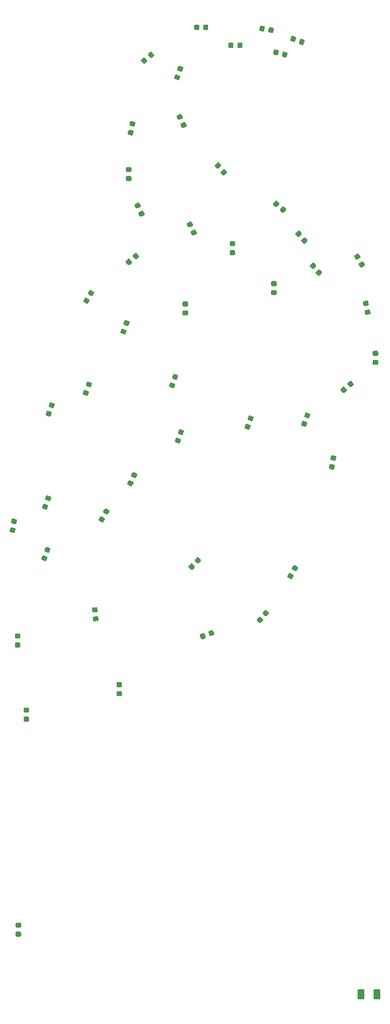
<source format=gtp>
G04 #@! TF.GenerationSoftware,KiCad,Pcbnew,(5.1.5)-3*
G04 #@! TF.CreationDate,2020-02-09T18:17:14-06:00*
G04 #@! TF.ProjectId,tymkrs_Cyphercon_2020_parrot,74796d6b-7273-45f4-9379-70686572636f,V0*
G04 #@! TF.SameCoordinates,Original*
G04 #@! TF.FileFunction,Paste,Top*
G04 #@! TF.FilePolarity,Positive*
%FSLAX46Y46*%
G04 Gerber Fmt 4.6, Leading zero omitted, Abs format (unit mm)*
G04 Created by KiCad (PCBNEW (5.1.5)-3) date 2020-02-09 18:17:14*
%MOMM*%
%LPD*%
G04 APERTURE LIST*
%ADD10C,0.100000*%
G04 APERTURE END LIST*
D10*
G36*
X140539758Y-26679623D02*
G01*
X140561110Y-26681844D01*
X140582141Y-26686147D01*
X140602650Y-26692490D01*
X141013765Y-26842124D01*
X141033553Y-26850447D01*
X141052430Y-26860670D01*
X141070214Y-26872694D01*
X141086733Y-26886403D01*
X141101830Y-26901665D01*
X141115358Y-26918333D01*
X141127187Y-26936247D01*
X141137203Y-26955234D01*
X141145310Y-26975112D01*
X141151429Y-26995688D01*
X141155502Y-27016766D01*
X141157490Y-27038140D01*
X141157373Y-27059607D01*
X141155152Y-27080959D01*
X141150849Y-27101991D01*
X141144506Y-27122499D01*
X140969221Y-27604091D01*
X140960898Y-27623879D01*
X140950675Y-27642756D01*
X140938651Y-27660540D01*
X140924942Y-27677059D01*
X140909680Y-27692156D01*
X140893012Y-27705684D01*
X140875098Y-27717513D01*
X140856111Y-27727529D01*
X140836233Y-27735636D01*
X140815657Y-27741755D01*
X140794580Y-27745828D01*
X140773205Y-27747816D01*
X140751738Y-27747699D01*
X140730386Y-27745478D01*
X140709355Y-27741175D01*
X140688846Y-27734832D01*
X140277731Y-27585198D01*
X140257943Y-27576875D01*
X140239066Y-27566652D01*
X140221282Y-27554628D01*
X140204763Y-27540919D01*
X140189666Y-27525657D01*
X140176138Y-27508989D01*
X140164309Y-27491075D01*
X140154293Y-27472088D01*
X140146186Y-27452210D01*
X140140067Y-27431634D01*
X140135994Y-27410556D01*
X140134006Y-27389182D01*
X140134123Y-27367715D01*
X140136344Y-27346363D01*
X140140647Y-27325331D01*
X140146990Y-27304823D01*
X140322275Y-26823231D01*
X140330598Y-26803443D01*
X140340821Y-26784566D01*
X140352845Y-26766782D01*
X140366554Y-26750263D01*
X140381816Y-26735166D01*
X140398484Y-26721638D01*
X140416398Y-26709809D01*
X140435385Y-26699793D01*
X140455263Y-26691686D01*
X140475839Y-26685567D01*
X140496916Y-26681494D01*
X140518291Y-26679506D01*
X140539758Y-26679623D01*
G37*
G36*
X139059742Y-26140941D02*
G01*
X139081094Y-26143162D01*
X139102125Y-26147465D01*
X139122634Y-26153808D01*
X139533749Y-26303442D01*
X139553537Y-26311765D01*
X139572414Y-26321988D01*
X139590198Y-26334012D01*
X139606717Y-26347721D01*
X139621814Y-26362983D01*
X139635342Y-26379651D01*
X139647171Y-26397565D01*
X139657187Y-26416552D01*
X139665294Y-26436430D01*
X139671413Y-26457006D01*
X139675486Y-26478084D01*
X139677474Y-26499458D01*
X139677357Y-26520925D01*
X139675136Y-26542277D01*
X139670833Y-26563309D01*
X139664490Y-26583817D01*
X139489205Y-27065409D01*
X139480882Y-27085197D01*
X139470659Y-27104074D01*
X139458635Y-27121858D01*
X139444926Y-27138377D01*
X139429664Y-27153474D01*
X139412996Y-27167002D01*
X139395082Y-27178831D01*
X139376095Y-27188847D01*
X139356217Y-27196954D01*
X139335641Y-27203073D01*
X139314564Y-27207146D01*
X139293189Y-27209134D01*
X139271722Y-27209017D01*
X139250370Y-27206796D01*
X139229339Y-27202493D01*
X139208830Y-27196150D01*
X138797715Y-27046516D01*
X138777927Y-27038193D01*
X138759050Y-27027970D01*
X138741266Y-27015946D01*
X138724747Y-27002237D01*
X138709650Y-26986975D01*
X138696122Y-26970307D01*
X138684293Y-26952393D01*
X138674277Y-26933406D01*
X138666170Y-26913528D01*
X138660051Y-26892952D01*
X138655978Y-26871874D01*
X138653990Y-26850500D01*
X138654107Y-26829033D01*
X138656328Y-26807681D01*
X138660631Y-26786649D01*
X138666974Y-26766141D01*
X138842259Y-26284549D01*
X138850582Y-26264761D01*
X138860805Y-26245884D01*
X138872829Y-26228100D01*
X138886538Y-26211581D01*
X138901800Y-26196484D01*
X138918468Y-26182956D01*
X138936382Y-26171127D01*
X138955369Y-26161111D01*
X138975247Y-26153004D01*
X138995823Y-26146885D01*
X139016900Y-26142812D01*
X139038275Y-26140824D01*
X139059742Y-26140941D01*
G37*
G36*
X96000287Y-115461366D02*
G01*
X96021639Y-115463587D01*
X96042671Y-115467890D01*
X96063179Y-115474233D01*
X96544771Y-115649518D01*
X96564559Y-115657841D01*
X96583436Y-115668064D01*
X96601220Y-115680088D01*
X96617739Y-115693797D01*
X96632836Y-115709059D01*
X96646364Y-115725727D01*
X96658193Y-115743641D01*
X96668209Y-115762628D01*
X96676316Y-115782506D01*
X96682435Y-115803082D01*
X96686508Y-115824159D01*
X96688496Y-115845534D01*
X96688379Y-115867001D01*
X96686158Y-115888353D01*
X96681855Y-115909384D01*
X96675512Y-115929893D01*
X96525878Y-116341008D01*
X96517555Y-116360796D01*
X96507332Y-116379673D01*
X96495308Y-116397457D01*
X96481599Y-116413976D01*
X96466337Y-116429073D01*
X96449669Y-116442601D01*
X96431755Y-116454430D01*
X96412768Y-116464446D01*
X96392890Y-116472553D01*
X96372314Y-116478672D01*
X96351236Y-116482745D01*
X96329862Y-116484733D01*
X96308395Y-116484616D01*
X96287043Y-116482395D01*
X96266011Y-116478092D01*
X96245503Y-116471749D01*
X95763911Y-116296464D01*
X95744123Y-116288141D01*
X95725246Y-116277918D01*
X95707462Y-116265894D01*
X95690943Y-116252185D01*
X95675846Y-116236923D01*
X95662318Y-116220255D01*
X95650489Y-116202341D01*
X95640473Y-116183354D01*
X95632366Y-116163476D01*
X95626247Y-116142900D01*
X95622174Y-116121823D01*
X95620186Y-116100448D01*
X95620303Y-116078981D01*
X95622524Y-116057629D01*
X95626827Y-116036598D01*
X95633170Y-116016089D01*
X95782804Y-115604974D01*
X95791127Y-115585186D01*
X95801350Y-115566309D01*
X95813374Y-115548525D01*
X95827083Y-115532006D01*
X95842345Y-115516909D01*
X95859013Y-115503381D01*
X95876927Y-115491552D01*
X95895914Y-115481536D01*
X95915792Y-115473429D01*
X95936368Y-115467310D01*
X95957446Y-115463237D01*
X95978820Y-115461249D01*
X96000287Y-115461366D01*
G37*
G36*
X95461605Y-116941384D02*
G01*
X95482957Y-116943605D01*
X95503989Y-116947908D01*
X95524497Y-116954251D01*
X96006089Y-117129536D01*
X96025877Y-117137859D01*
X96044754Y-117148082D01*
X96062538Y-117160106D01*
X96079057Y-117173815D01*
X96094154Y-117189077D01*
X96107682Y-117205745D01*
X96119511Y-117223659D01*
X96129527Y-117242646D01*
X96137634Y-117262524D01*
X96143753Y-117283100D01*
X96147826Y-117304177D01*
X96149814Y-117325552D01*
X96149697Y-117347019D01*
X96147476Y-117368371D01*
X96143173Y-117389402D01*
X96136830Y-117409911D01*
X95987196Y-117821026D01*
X95978873Y-117840814D01*
X95968650Y-117859691D01*
X95956626Y-117877475D01*
X95942917Y-117893994D01*
X95927655Y-117909091D01*
X95910987Y-117922619D01*
X95893073Y-117934448D01*
X95874086Y-117944464D01*
X95854208Y-117952571D01*
X95833632Y-117958690D01*
X95812554Y-117962763D01*
X95791180Y-117964751D01*
X95769713Y-117964634D01*
X95748361Y-117962413D01*
X95727329Y-117958110D01*
X95706821Y-117951767D01*
X95225229Y-117776482D01*
X95205441Y-117768159D01*
X95186564Y-117757936D01*
X95168780Y-117745912D01*
X95152261Y-117732203D01*
X95137164Y-117716941D01*
X95123636Y-117700273D01*
X95111807Y-117682359D01*
X95101791Y-117663372D01*
X95093684Y-117643494D01*
X95087565Y-117622918D01*
X95083492Y-117601841D01*
X95081504Y-117580466D01*
X95081621Y-117558999D01*
X95083842Y-117537647D01*
X95088145Y-117516616D01*
X95094488Y-117496107D01*
X95244122Y-117084992D01*
X95252445Y-117065204D01*
X95262668Y-117046327D01*
X95274692Y-117028543D01*
X95288401Y-117012024D01*
X95303663Y-116996927D01*
X95320331Y-116983399D01*
X95338245Y-116971570D01*
X95357232Y-116961554D01*
X95377110Y-116953447D01*
X95397686Y-116947328D01*
X95418764Y-116943255D01*
X95440138Y-116941267D01*
X95461605Y-116941384D01*
G37*
G36*
X96127287Y-106444366D02*
G01*
X96148639Y-106446587D01*
X96169671Y-106450890D01*
X96190179Y-106457233D01*
X96671771Y-106632518D01*
X96691559Y-106640841D01*
X96710436Y-106651064D01*
X96728220Y-106663088D01*
X96744739Y-106676797D01*
X96759836Y-106692059D01*
X96773364Y-106708727D01*
X96785193Y-106726641D01*
X96795209Y-106745628D01*
X96803316Y-106765506D01*
X96809435Y-106786082D01*
X96813508Y-106807159D01*
X96815496Y-106828534D01*
X96815379Y-106850001D01*
X96813158Y-106871353D01*
X96808855Y-106892384D01*
X96802512Y-106912893D01*
X96652878Y-107324008D01*
X96644555Y-107343796D01*
X96634332Y-107362673D01*
X96622308Y-107380457D01*
X96608599Y-107396976D01*
X96593337Y-107412073D01*
X96576669Y-107425601D01*
X96558755Y-107437430D01*
X96539768Y-107447446D01*
X96519890Y-107455553D01*
X96499314Y-107461672D01*
X96478236Y-107465745D01*
X96456862Y-107467733D01*
X96435395Y-107467616D01*
X96414043Y-107465395D01*
X96393011Y-107461092D01*
X96372503Y-107454749D01*
X95890911Y-107279464D01*
X95871123Y-107271141D01*
X95852246Y-107260918D01*
X95834462Y-107248894D01*
X95817943Y-107235185D01*
X95802846Y-107219923D01*
X95789318Y-107203255D01*
X95777489Y-107185341D01*
X95767473Y-107166354D01*
X95759366Y-107146476D01*
X95753247Y-107125900D01*
X95749174Y-107104823D01*
X95747186Y-107083448D01*
X95747303Y-107061981D01*
X95749524Y-107040629D01*
X95753827Y-107019598D01*
X95760170Y-106999089D01*
X95909804Y-106587974D01*
X95918127Y-106568186D01*
X95928350Y-106549309D01*
X95940374Y-106531525D01*
X95954083Y-106515006D01*
X95969345Y-106499909D01*
X95986013Y-106486381D01*
X96003927Y-106474552D01*
X96022914Y-106464536D01*
X96042792Y-106456429D01*
X96063368Y-106450310D01*
X96084446Y-106446237D01*
X96105820Y-106444249D01*
X96127287Y-106444366D01*
G37*
G36*
X95588605Y-107924384D02*
G01*
X95609957Y-107926605D01*
X95630989Y-107930908D01*
X95651497Y-107937251D01*
X96133089Y-108112536D01*
X96152877Y-108120859D01*
X96171754Y-108131082D01*
X96189538Y-108143106D01*
X96206057Y-108156815D01*
X96221154Y-108172077D01*
X96234682Y-108188745D01*
X96246511Y-108206659D01*
X96256527Y-108225646D01*
X96264634Y-108245524D01*
X96270753Y-108266100D01*
X96274826Y-108287177D01*
X96276814Y-108308552D01*
X96276697Y-108330019D01*
X96274476Y-108351371D01*
X96270173Y-108372402D01*
X96263830Y-108392911D01*
X96114196Y-108804026D01*
X96105873Y-108823814D01*
X96095650Y-108842691D01*
X96083626Y-108860475D01*
X96069917Y-108876994D01*
X96054655Y-108892091D01*
X96037987Y-108905619D01*
X96020073Y-108917448D01*
X96001086Y-108927464D01*
X95981208Y-108935571D01*
X95960632Y-108941690D01*
X95939554Y-108945763D01*
X95918180Y-108947751D01*
X95896713Y-108947634D01*
X95875361Y-108945413D01*
X95854329Y-108941110D01*
X95833821Y-108934767D01*
X95352229Y-108759482D01*
X95332441Y-108751159D01*
X95313564Y-108740936D01*
X95295780Y-108728912D01*
X95279261Y-108715203D01*
X95264164Y-108699941D01*
X95250636Y-108683273D01*
X95238807Y-108665359D01*
X95228791Y-108646372D01*
X95220684Y-108626494D01*
X95214565Y-108605918D01*
X95210492Y-108584841D01*
X95208504Y-108563466D01*
X95208621Y-108541999D01*
X95210842Y-108520647D01*
X95215145Y-108499616D01*
X95221488Y-108479107D01*
X95371122Y-108067992D01*
X95379445Y-108048204D01*
X95389668Y-108029327D01*
X95401692Y-108011543D01*
X95415401Y-107995024D01*
X95430663Y-107979927D01*
X95447331Y-107966399D01*
X95465245Y-107954570D01*
X95484232Y-107944554D01*
X95504110Y-107936447D01*
X95524686Y-107930328D01*
X95545764Y-107926255D01*
X95567138Y-107924267D01*
X95588605Y-107924384D01*
G37*
G36*
X90109065Y-110506426D02*
G01*
X90130363Y-110509112D01*
X90635077Y-110598107D01*
X90656009Y-110602868D01*
X90676374Y-110609657D01*
X90695976Y-110618410D01*
X90714625Y-110629042D01*
X90732143Y-110641451D01*
X90748360Y-110655517D01*
X90763120Y-110671105D01*
X90776281Y-110688064D01*
X90787716Y-110706232D01*
X90797315Y-110725433D01*
X90804987Y-110745483D01*
X90810656Y-110766188D01*
X90814268Y-110787349D01*
X90815789Y-110808762D01*
X90815204Y-110830221D01*
X90812518Y-110851520D01*
X90736546Y-111282373D01*
X90731785Y-111303306D01*
X90724996Y-111323671D01*
X90716243Y-111343272D01*
X90705611Y-111361922D01*
X90693202Y-111379439D01*
X90679136Y-111395656D01*
X90663548Y-111410416D01*
X90646588Y-111423577D01*
X90628421Y-111435012D01*
X90609219Y-111444612D01*
X90589170Y-111452283D01*
X90568465Y-111457952D01*
X90547304Y-111461564D01*
X90525891Y-111463085D01*
X90504431Y-111462500D01*
X90483133Y-111459814D01*
X89978419Y-111370819D01*
X89957487Y-111366058D01*
X89937122Y-111359269D01*
X89917520Y-111350516D01*
X89898871Y-111339884D01*
X89881353Y-111327475D01*
X89865136Y-111313409D01*
X89850376Y-111297821D01*
X89837215Y-111280862D01*
X89825780Y-111262694D01*
X89816181Y-111243493D01*
X89808509Y-111223443D01*
X89802840Y-111202738D01*
X89799228Y-111181577D01*
X89797707Y-111160164D01*
X89798292Y-111138705D01*
X89800978Y-111117406D01*
X89876950Y-110686553D01*
X89881711Y-110665620D01*
X89888500Y-110645255D01*
X89897253Y-110625654D01*
X89907885Y-110607004D01*
X89920294Y-110589487D01*
X89934360Y-110573270D01*
X89949948Y-110558510D01*
X89966908Y-110545349D01*
X89985075Y-110533914D01*
X90004277Y-110524314D01*
X90024326Y-110516643D01*
X90045031Y-110510974D01*
X90066192Y-110507362D01*
X90087605Y-110505841D01*
X90109065Y-110506426D01*
G37*
G36*
X89835569Y-112057500D02*
G01*
X89856867Y-112060186D01*
X90361581Y-112149181D01*
X90382513Y-112153942D01*
X90402878Y-112160731D01*
X90422480Y-112169484D01*
X90441129Y-112180116D01*
X90458647Y-112192525D01*
X90474864Y-112206591D01*
X90489624Y-112222179D01*
X90502785Y-112239138D01*
X90514220Y-112257306D01*
X90523819Y-112276507D01*
X90531491Y-112296557D01*
X90537160Y-112317262D01*
X90540772Y-112338423D01*
X90542293Y-112359836D01*
X90541708Y-112381295D01*
X90539022Y-112402594D01*
X90463050Y-112833447D01*
X90458289Y-112854380D01*
X90451500Y-112874745D01*
X90442747Y-112894346D01*
X90432115Y-112912996D01*
X90419706Y-112930513D01*
X90405640Y-112946730D01*
X90390052Y-112961490D01*
X90373092Y-112974651D01*
X90354925Y-112986086D01*
X90335723Y-112995686D01*
X90315674Y-113003357D01*
X90294969Y-113009026D01*
X90273808Y-113012638D01*
X90252395Y-113014159D01*
X90230935Y-113013574D01*
X90209637Y-113010888D01*
X89704923Y-112921893D01*
X89683991Y-112917132D01*
X89663626Y-112910343D01*
X89644024Y-112901590D01*
X89625375Y-112890958D01*
X89607857Y-112878549D01*
X89591640Y-112864483D01*
X89576880Y-112848895D01*
X89563719Y-112831936D01*
X89552284Y-112813768D01*
X89542685Y-112794567D01*
X89535013Y-112774517D01*
X89529344Y-112753812D01*
X89525732Y-112732651D01*
X89524211Y-112711238D01*
X89524796Y-112689779D01*
X89527482Y-112668480D01*
X89603454Y-112237627D01*
X89608215Y-112216694D01*
X89615004Y-112196329D01*
X89623757Y-112176728D01*
X89634389Y-112158078D01*
X89646798Y-112140561D01*
X89660864Y-112124344D01*
X89676452Y-112109584D01*
X89693412Y-112096423D01*
X89711579Y-112084988D01*
X89730781Y-112075388D01*
X89750830Y-112067717D01*
X89771535Y-112062048D01*
X89792696Y-112058436D01*
X89814109Y-112056915D01*
X89835569Y-112057500D01*
G37*
G36*
X91209691Y-130602052D02*
G01*
X91230926Y-130605202D01*
X91251750Y-130610418D01*
X91271962Y-130617650D01*
X91291368Y-130626829D01*
X91309781Y-130637865D01*
X91327024Y-130650653D01*
X91342930Y-130665069D01*
X91357346Y-130680975D01*
X91370134Y-130698218D01*
X91381170Y-130716631D01*
X91390349Y-130736037D01*
X91397581Y-130756249D01*
X91402797Y-130777073D01*
X91405947Y-130798308D01*
X91407000Y-130819749D01*
X91407000Y-131257249D01*
X91405947Y-131278690D01*
X91402797Y-131299925D01*
X91397581Y-131320749D01*
X91390349Y-131340961D01*
X91381170Y-131360367D01*
X91370134Y-131378780D01*
X91357346Y-131396023D01*
X91342930Y-131411929D01*
X91327024Y-131426345D01*
X91309781Y-131439133D01*
X91291368Y-131450169D01*
X91271962Y-131459348D01*
X91251750Y-131466580D01*
X91230926Y-131471796D01*
X91209691Y-131474946D01*
X91188250Y-131475999D01*
X90675750Y-131475999D01*
X90654309Y-131474946D01*
X90633074Y-131471796D01*
X90612250Y-131466580D01*
X90592038Y-131459348D01*
X90572632Y-131450169D01*
X90554219Y-131439133D01*
X90536976Y-131426345D01*
X90521070Y-131411929D01*
X90506654Y-131396023D01*
X90493866Y-131378780D01*
X90482830Y-131360367D01*
X90473651Y-131340961D01*
X90466419Y-131320749D01*
X90461203Y-131299925D01*
X90458053Y-131278690D01*
X90457000Y-131257249D01*
X90457000Y-130819749D01*
X90458053Y-130798308D01*
X90461203Y-130777073D01*
X90466419Y-130756249D01*
X90473651Y-130736037D01*
X90482830Y-130716631D01*
X90493866Y-130698218D01*
X90506654Y-130680975D01*
X90521070Y-130665069D01*
X90536976Y-130650653D01*
X90554219Y-130637865D01*
X90572632Y-130626829D01*
X90592038Y-130617650D01*
X90612250Y-130610418D01*
X90633074Y-130605202D01*
X90654309Y-130602052D01*
X90675750Y-130600999D01*
X91188250Y-130600999D01*
X91209691Y-130602052D01*
G37*
G36*
X91209691Y-132177054D02*
G01*
X91230926Y-132180204D01*
X91251750Y-132185420D01*
X91271962Y-132192652D01*
X91291368Y-132201831D01*
X91309781Y-132212867D01*
X91327024Y-132225655D01*
X91342930Y-132240071D01*
X91357346Y-132255977D01*
X91370134Y-132273220D01*
X91381170Y-132291633D01*
X91390349Y-132311039D01*
X91397581Y-132331251D01*
X91402797Y-132352075D01*
X91405947Y-132373310D01*
X91407000Y-132394751D01*
X91407000Y-132832251D01*
X91405947Y-132853692D01*
X91402797Y-132874927D01*
X91397581Y-132895751D01*
X91390349Y-132915963D01*
X91381170Y-132935369D01*
X91370134Y-132953782D01*
X91357346Y-132971025D01*
X91342930Y-132986931D01*
X91327024Y-133001347D01*
X91309781Y-133014135D01*
X91291368Y-133025171D01*
X91271962Y-133034350D01*
X91251750Y-133041582D01*
X91230926Y-133046798D01*
X91209691Y-133049948D01*
X91188250Y-133051001D01*
X90675750Y-133051001D01*
X90654309Y-133049948D01*
X90633074Y-133046798D01*
X90612250Y-133041582D01*
X90592038Y-133034350D01*
X90572632Y-133025171D01*
X90554219Y-133014135D01*
X90536976Y-133001347D01*
X90521070Y-132986931D01*
X90506654Y-132971025D01*
X90493866Y-132953782D01*
X90482830Y-132935369D01*
X90473651Y-132915963D01*
X90466419Y-132895751D01*
X90461203Y-132874927D01*
X90458053Y-132853692D01*
X90457000Y-132832251D01*
X90457000Y-132394751D01*
X90458053Y-132373310D01*
X90461203Y-132352075D01*
X90466419Y-132331251D01*
X90473651Y-132311039D01*
X90482830Y-132291633D01*
X90493866Y-132273220D01*
X90506654Y-132255977D01*
X90521070Y-132240071D01*
X90536976Y-132225655D01*
X90554219Y-132212867D01*
X90572632Y-132201831D01*
X90592038Y-132192652D01*
X90612250Y-132185420D01*
X90633074Y-132180204D01*
X90654309Y-132177054D01*
X90675750Y-132176001D01*
X91188250Y-132176001D01*
X91209691Y-132177054D01*
G37*
G36*
X92733691Y-145131054D02*
G01*
X92754926Y-145134204D01*
X92775750Y-145139420D01*
X92795962Y-145146652D01*
X92815368Y-145155831D01*
X92833781Y-145166867D01*
X92851024Y-145179655D01*
X92866930Y-145194071D01*
X92881346Y-145209977D01*
X92894134Y-145227220D01*
X92905170Y-145245633D01*
X92914349Y-145265039D01*
X92921581Y-145285251D01*
X92926797Y-145306075D01*
X92929947Y-145327310D01*
X92931000Y-145348751D01*
X92931000Y-145786251D01*
X92929947Y-145807692D01*
X92926797Y-145828927D01*
X92921581Y-145849751D01*
X92914349Y-145869963D01*
X92905170Y-145889369D01*
X92894134Y-145907782D01*
X92881346Y-145925025D01*
X92866930Y-145940931D01*
X92851024Y-145955347D01*
X92833781Y-145968135D01*
X92815368Y-145979171D01*
X92795962Y-145988350D01*
X92775750Y-145995582D01*
X92754926Y-146000798D01*
X92733691Y-146003948D01*
X92712250Y-146005001D01*
X92199750Y-146005001D01*
X92178309Y-146003948D01*
X92157074Y-146000798D01*
X92136250Y-145995582D01*
X92116038Y-145988350D01*
X92096632Y-145979171D01*
X92078219Y-145968135D01*
X92060976Y-145955347D01*
X92045070Y-145940931D01*
X92030654Y-145925025D01*
X92017866Y-145907782D01*
X92006830Y-145889369D01*
X91997651Y-145869963D01*
X91990419Y-145849751D01*
X91985203Y-145828927D01*
X91982053Y-145807692D01*
X91981000Y-145786251D01*
X91981000Y-145348751D01*
X91982053Y-145327310D01*
X91985203Y-145306075D01*
X91990419Y-145285251D01*
X91997651Y-145265039D01*
X92006830Y-145245633D01*
X92017866Y-145227220D01*
X92030654Y-145209977D01*
X92045070Y-145194071D01*
X92060976Y-145179655D01*
X92078219Y-145166867D01*
X92096632Y-145155831D01*
X92116038Y-145146652D01*
X92136250Y-145139420D01*
X92157074Y-145134204D01*
X92178309Y-145131054D01*
X92199750Y-145130001D01*
X92712250Y-145130001D01*
X92733691Y-145131054D01*
G37*
G36*
X92733691Y-143556052D02*
G01*
X92754926Y-143559202D01*
X92775750Y-143564418D01*
X92795962Y-143571650D01*
X92815368Y-143580829D01*
X92833781Y-143591865D01*
X92851024Y-143604653D01*
X92866930Y-143619069D01*
X92881346Y-143634975D01*
X92894134Y-143652218D01*
X92905170Y-143670631D01*
X92914349Y-143690037D01*
X92921581Y-143710249D01*
X92926797Y-143731073D01*
X92929947Y-143752308D01*
X92931000Y-143773749D01*
X92931000Y-144211249D01*
X92929947Y-144232690D01*
X92926797Y-144253925D01*
X92921581Y-144274749D01*
X92914349Y-144294961D01*
X92905170Y-144314367D01*
X92894134Y-144332780D01*
X92881346Y-144350023D01*
X92866930Y-144365929D01*
X92851024Y-144380345D01*
X92833781Y-144393133D01*
X92815368Y-144404169D01*
X92795962Y-144413348D01*
X92775750Y-144420580D01*
X92754926Y-144425796D01*
X92733691Y-144428946D01*
X92712250Y-144429999D01*
X92199750Y-144429999D01*
X92178309Y-144428946D01*
X92157074Y-144425796D01*
X92136250Y-144420580D01*
X92116038Y-144413348D01*
X92096632Y-144404169D01*
X92078219Y-144393133D01*
X92060976Y-144380345D01*
X92045070Y-144365929D01*
X92030654Y-144350023D01*
X92017866Y-144332780D01*
X92006830Y-144314367D01*
X91997651Y-144294961D01*
X91990419Y-144274749D01*
X91985203Y-144253925D01*
X91982053Y-144232690D01*
X91981000Y-144211249D01*
X91981000Y-143773749D01*
X91982053Y-143752308D01*
X91985203Y-143731073D01*
X91990419Y-143710249D01*
X91997651Y-143690037D01*
X92006830Y-143670631D01*
X92017866Y-143652218D01*
X92030654Y-143634975D01*
X92045070Y-143619069D01*
X92060976Y-143604653D01*
X92078219Y-143591865D01*
X92096632Y-143580829D01*
X92116038Y-143571650D01*
X92136250Y-143564418D01*
X92157074Y-143559202D01*
X92178309Y-143556052D01*
X92199750Y-143554999D01*
X92712250Y-143554999D01*
X92733691Y-143556052D01*
G37*
G36*
X91336691Y-181148052D02*
G01*
X91357926Y-181151202D01*
X91378750Y-181156418D01*
X91398962Y-181163650D01*
X91418368Y-181172829D01*
X91436781Y-181183865D01*
X91454024Y-181196653D01*
X91469930Y-181211069D01*
X91484346Y-181226975D01*
X91497134Y-181244218D01*
X91508170Y-181262631D01*
X91517349Y-181282037D01*
X91524581Y-181302249D01*
X91529797Y-181323073D01*
X91532947Y-181344308D01*
X91534000Y-181365749D01*
X91534000Y-181803249D01*
X91532947Y-181824690D01*
X91529797Y-181845925D01*
X91524581Y-181866749D01*
X91517349Y-181886961D01*
X91508170Y-181906367D01*
X91497134Y-181924780D01*
X91484346Y-181942023D01*
X91469930Y-181957929D01*
X91454024Y-181972345D01*
X91436781Y-181985133D01*
X91418368Y-181996169D01*
X91398962Y-182005348D01*
X91378750Y-182012580D01*
X91357926Y-182017796D01*
X91336691Y-182020946D01*
X91315250Y-182021999D01*
X90802750Y-182021999D01*
X90781309Y-182020946D01*
X90760074Y-182017796D01*
X90739250Y-182012580D01*
X90719038Y-182005348D01*
X90699632Y-181996169D01*
X90681219Y-181985133D01*
X90663976Y-181972345D01*
X90648070Y-181957929D01*
X90633654Y-181942023D01*
X90620866Y-181924780D01*
X90609830Y-181906367D01*
X90600651Y-181886961D01*
X90593419Y-181866749D01*
X90588203Y-181845925D01*
X90585053Y-181824690D01*
X90584000Y-181803249D01*
X90584000Y-181365749D01*
X90585053Y-181344308D01*
X90588203Y-181323073D01*
X90593419Y-181302249D01*
X90600651Y-181282037D01*
X90609830Y-181262631D01*
X90620866Y-181244218D01*
X90633654Y-181226975D01*
X90648070Y-181211069D01*
X90663976Y-181196653D01*
X90681219Y-181183865D01*
X90699632Y-181172829D01*
X90719038Y-181163650D01*
X90739250Y-181156418D01*
X90760074Y-181151202D01*
X90781309Y-181148052D01*
X90802750Y-181146999D01*
X91315250Y-181146999D01*
X91336691Y-181148052D01*
G37*
G36*
X91336691Y-182723054D02*
G01*
X91357926Y-182726204D01*
X91378750Y-182731420D01*
X91398962Y-182738652D01*
X91418368Y-182747831D01*
X91436781Y-182758867D01*
X91454024Y-182771655D01*
X91469930Y-182786071D01*
X91484346Y-182801977D01*
X91497134Y-182819220D01*
X91508170Y-182837633D01*
X91517349Y-182857039D01*
X91524581Y-182877251D01*
X91529797Y-182898075D01*
X91532947Y-182919310D01*
X91534000Y-182940751D01*
X91534000Y-183378251D01*
X91532947Y-183399692D01*
X91529797Y-183420927D01*
X91524581Y-183441751D01*
X91517349Y-183461963D01*
X91508170Y-183481369D01*
X91497134Y-183499782D01*
X91484346Y-183517025D01*
X91469930Y-183532931D01*
X91454024Y-183547347D01*
X91436781Y-183560135D01*
X91418368Y-183571171D01*
X91398962Y-183580350D01*
X91378750Y-183587582D01*
X91357926Y-183592798D01*
X91336691Y-183595948D01*
X91315250Y-183597001D01*
X90802750Y-183597001D01*
X90781309Y-183595948D01*
X90760074Y-183592798D01*
X90739250Y-183587582D01*
X90719038Y-183580350D01*
X90699632Y-183571171D01*
X90681219Y-183560135D01*
X90663976Y-183547347D01*
X90648070Y-183532931D01*
X90633654Y-183517025D01*
X90620866Y-183499782D01*
X90609830Y-183481369D01*
X90600651Y-183461963D01*
X90593419Y-183441751D01*
X90588203Y-183420927D01*
X90585053Y-183399692D01*
X90584000Y-183378251D01*
X90584000Y-182940751D01*
X90585053Y-182919310D01*
X90588203Y-182898075D01*
X90593419Y-182877251D01*
X90600651Y-182857039D01*
X90609830Y-182837633D01*
X90620866Y-182819220D01*
X90633654Y-182801977D01*
X90648070Y-182786071D01*
X90663976Y-182771655D01*
X90681219Y-182758867D01*
X90699632Y-182747831D01*
X90719038Y-182738652D01*
X90739250Y-182731420D01*
X90760074Y-182726204D01*
X90781309Y-182723054D01*
X90802750Y-182722001D01*
X91315250Y-182722001D01*
X91336691Y-182723054D01*
G37*
G36*
X145989065Y-99457426D02*
G01*
X146010363Y-99460112D01*
X146515077Y-99549107D01*
X146536009Y-99553868D01*
X146556374Y-99560657D01*
X146575976Y-99569410D01*
X146594625Y-99580042D01*
X146612143Y-99592451D01*
X146628360Y-99606517D01*
X146643120Y-99622105D01*
X146656281Y-99639064D01*
X146667716Y-99657232D01*
X146677315Y-99676433D01*
X146684987Y-99696483D01*
X146690656Y-99717188D01*
X146694268Y-99738349D01*
X146695789Y-99759762D01*
X146695204Y-99781221D01*
X146692518Y-99802520D01*
X146616546Y-100233373D01*
X146611785Y-100254306D01*
X146604996Y-100274671D01*
X146596243Y-100294272D01*
X146585611Y-100312922D01*
X146573202Y-100330439D01*
X146559136Y-100346656D01*
X146543548Y-100361416D01*
X146526588Y-100374577D01*
X146508421Y-100386012D01*
X146489219Y-100395612D01*
X146469170Y-100403283D01*
X146448465Y-100408952D01*
X146427304Y-100412564D01*
X146405891Y-100414085D01*
X146384431Y-100413500D01*
X146363133Y-100410814D01*
X145858419Y-100321819D01*
X145837487Y-100317058D01*
X145817122Y-100310269D01*
X145797520Y-100301516D01*
X145778871Y-100290884D01*
X145761353Y-100278475D01*
X145745136Y-100264409D01*
X145730376Y-100248821D01*
X145717215Y-100231862D01*
X145705780Y-100213694D01*
X145696181Y-100194493D01*
X145688509Y-100174443D01*
X145682840Y-100153738D01*
X145679228Y-100132577D01*
X145677707Y-100111164D01*
X145678292Y-100089705D01*
X145680978Y-100068406D01*
X145756950Y-99637553D01*
X145761711Y-99616620D01*
X145768500Y-99596255D01*
X145777253Y-99576654D01*
X145787885Y-99558004D01*
X145800294Y-99540487D01*
X145814360Y-99524270D01*
X145829948Y-99509510D01*
X145846908Y-99496349D01*
X145865075Y-99484914D01*
X145884277Y-99475314D01*
X145904326Y-99467643D01*
X145925031Y-99461974D01*
X145946192Y-99458362D01*
X145967605Y-99456841D01*
X145989065Y-99457426D01*
G37*
G36*
X145715569Y-101008500D02*
G01*
X145736867Y-101011186D01*
X146241581Y-101100181D01*
X146262513Y-101104942D01*
X146282878Y-101111731D01*
X146302480Y-101120484D01*
X146321129Y-101131116D01*
X146338647Y-101143525D01*
X146354864Y-101157591D01*
X146369624Y-101173179D01*
X146382785Y-101190138D01*
X146394220Y-101208306D01*
X146403819Y-101227507D01*
X146411491Y-101247557D01*
X146417160Y-101268262D01*
X146420772Y-101289423D01*
X146422293Y-101310836D01*
X146421708Y-101332295D01*
X146419022Y-101353594D01*
X146343050Y-101784447D01*
X146338289Y-101805380D01*
X146331500Y-101825745D01*
X146322747Y-101845346D01*
X146312115Y-101863996D01*
X146299706Y-101881513D01*
X146285640Y-101897730D01*
X146270052Y-101912490D01*
X146253092Y-101925651D01*
X146234925Y-101937086D01*
X146215723Y-101946686D01*
X146195674Y-101954357D01*
X146174969Y-101960026D01*
X146153808Y-101963638D01*
X146132395Y-101965159D01*
X146110935Y-101964574D01*
X146089637Y-101961888D01*
X145584923Y-101872893D01*
X145563991Y-101868132D01*
X145543626Y-101861343D01*
X145524024Y-101852590D01*
X145505375Y-101841958D01*
X145487857Y-101829549D01*
X145471640Y-101815483D01*
X145456880Y-101799895D01*
X145443719Y-101782936D01*
X145432284Y-101764768D01*
X145422685Y-101745567D01*
X145415013Y-101725517D01*
X145409344Y-101704812D01*
X145405732Y-101683651D01*
X145404211Y-101662238D01*
X145404796Y-101640779D01*
X145407482Y-101619480D01*
X145483454Y-101188627D01*
X145488215Y-101167694D01*
X145495004Y-101147329D01*
X145503757Y-101127728D01*
X145514389Y-101109078D01*
X145526798Y-101091561D01*
X145540864Y-101075344D01*
X145556452Y-101060584D01*
X145573412Y-101047423D01*
X145591579Y-101035988D01*
X145610781Y-101026388D01*
X145630830Y-101018717D01*
X145651535Y-101013048D01*
X145672696Y-101009436D01*
X145694109Y-101007915D01*
X145715569Y-101008500D01*
G37*
G36*
X133319930Y-127688524D02*
G01*
X133341129Y-127691905D01*
X133361894Y-127697348D01*
X133382027Y-127704801D01*
X133401331Y-127714190D01*
X133419623Y-127725427D01*
X133436725Y-127738402D01*
X133829323Y-128067831D01*
X133845071Y-128082420D01*
X133859313Y-128098482D01*
X133871912Y-128115863D01*
X133882747Y-128134396D01*
X133891713Y-128153901D01*
X133898724Y-128174190D01*
X133903713Y-128195070D01*
X133906631Y-128216338D01*
X133907450Y-128237789D01*
X133906163Y-128259218D01*
X133902781Y-128280417D01*
X133897339Y-128301182D01*
X133889886Y-128321315D01*
X133880497Y-128340619D01*
X133869260Y-128358911D01*
X133856285Y-128376013D01*
X133575065Y-128711158D01*
X133560476Y-128726906D01*
X133544414Y-128741148D01*
X133527033Y-128753747D01*
X133508501Y-128764582D01*
X133488996Y-128773548D01*
X133468706Y-128780559D01*
X133447826Y-128785548D01*
X133426558Y-128788466D01*
X133405107Y-128789285D01*
X133383678Y-128787998D01*
X133362479Y-128784617D01*
X133341714Y-128779174D01*
X133321581Y-128771721D01*
X133302277Y-128762332D01*
X133283985Y-128751095D01*
X133266883Y-128738120D01*
X132874285Y-128408691D01*
X132858537Y-128394102D01*
X132844295Y-128378040D01*
X132831696Y-128360659D01*
X132820861Y-128342126D01*
X132811895Y-128322621D01*
X132804884Y-128302332D01*
X132799895Y-128281452D01*
X132796977Y-128260184D01*
X132796158Y-128238733D01*
X132797445Y-128217304D01*
X132800827Y-128196105D01*
X132806269Y-128175340D01*
X132813722Y-128155207D01*
X132823111Y-128135903D01*
X132834348Y-128117611D01*
X132847323Y-128100509D01*
X133128543Y-127765364D01*
X133143132Y-127749616D01*
X133159194Y-127735374D01*
X133176575Y-127722775D01*
X133195107Y-127711940D01*
X133214612Y-127702974D01*
X133234902Y-127695963D01*
X133255782Y-127690974D01*
X133277050Y-127688056D01*
X133298501Y-127687237D01*
X133319930Y-127688524D01*
G37*
G36*
X134332322Y-126482002D02*
G01*
X134353521Y-126485383D01*
X134374286Y-126490826D01*
X134394419Y-126498279D01*
X134413723Y-126507668D01*
X134432015Y-126518905D01*
X134449117Y-126531880D01*
X134841715Y-126861309D01*
X134857463Y-126875898D01*
X134871705Y-126891960D01*
X134884304Y-126909341D01*
X134895139Y-126927874D01*
X134904105Y-126947379D01*
X134911116Y-126967668D01*
X134916105Y-126988548D01*
X134919023Y-127009816D01*
X134919842Y-127031267D01*
X134918555Y-127052696D01*
X134915173Y-127073895D01*
X134909731Y-127094660D01*
X134902278Y-127114793D01*
X134892889Y-127134097D01*
X134881652Y-127152389D01*
X134868677Y-127169491D01*
X134587457Y-127504636D01*
X134572868Y-127520384D01*
X134556806Y-127534626D01*
X134539425Y-127547225D01*
X134520893Y-127558060D01*
X134501388Y-127567026D01*
X134481098Y-127574037D01*
X134460218Y-127579026D01*
X134438950Y-127581944D01*
X134417499Y-127582763D01*
X134396070Y-127581476D01*
X134374871Y-127578095D01*
X134354106Y-127572652D01*
X134333973Y-127565199D01*
X134314669Y-127555810D01*
X134296377Y-127544573D01*
X134279275Y-127531598D01*
X133886677Y-127202169D01*
X133870929Y-127187580D01*
X133856687Y-127171518D01*
X133844088Y-127154137D01*
X133833253Y-127135604D01*
X133824287Y-127116099D01*
X133817276Y-127095810D01*
X133812287Y-127074930D01*
X133809369Y-127053662D01*
X133808550Y-127032211D01*
X133809837Y-127010782D01*
X133813219Y-126989583D01*
X133818661Y-126968818D01*
X133826114Y-126948685D01*
X133835503Y-126929381D01*
X133846740Y-126911089D01*
X133859715Y-126893987D01*
X134140935Y-126558842D01*
X134155524Y-126543094D01*
X134171586Y-126528852D01*
X134188967Y-126516253D01*
X134207499Y-126505418D01*
X134227004Y-126496452D01*
X134247294Y-126489441D01*
X134268174Y-126484452D01*
X134289442Y-126481534D01*
X134310893Y-126480715D01*
X134332322Y-126482002D01*
G37*
G36*
X123487822Y-130547174D02*
G01*
X123508900Y-130551247D01*
X123529476Y-130557366D01*
X123549354Y-130565473D01*
X123568341Y-130575489D01*
X123586255Y-130587318D01*
X123602923Y-130600846D01*
X123618185Y-130615943D01*
X123631894Y-130632462D01*
X123643918Y-130650246D01*
X123654141Y-130669123D01*
X123662464Y-130688911D01*
X123837749Y-131170503D01*
X123844092Y-131191012D01*
X123848395Y-131212043D01*
X123850616Y-131233395D01*
X123850733Y-131254862D01*
X123848745Y-131276237D01*
X123844672Y-131297314D01*
X123838553Y-131317890D01*
X123830446Y-131337768D01*
X123820430Y-131356755D01*
X123808601Y-131374669D01*
X123795073Y-131391337D01*
X123779976Y-131406599D01*
X123763457Y-131420308D01*
X123745673Y-131432332D01*
X123726796Y-131442555D01*
X123707008Y-131450878D01*
X123295893Y-131600512D01*
X123275385Y-131606855D01*
X123254353Y-131611158D01*
X123233001Y-131613379D01*
X123211534Y-131613496D01*
X123190160Y-131611508D01*
X123169082Y-131607435D01*
X123148506Y-131601316D01*
X123128628Y-131593209D01*
X123109641Y-131583193D01*
X123091727Y-131571364D01*
X123075059Y-131557836D01*
X123059797Y-131542739D01*
X123046088Y-131526220D01*
X123034064Y-131508436D01*
X123023841Y-131489559D01*
X123015518Y-131469771D01*
X122840233Y-130988179D01*
X122833890Y-130967670D01*
X122829587Y-130946639D01*
X122827366Y-130925287D01*
X122827249Y-130903820D01*
X122829237Y-130882445D01*
X122833310Y-130861368D01*
X122839429Y-130840792D01*
X122847536Y-130820914D01*
X122857552Y-130801927D01*
X122869381Y-130784013D01*
X122882909Y-130767345D01*
X122898006Y-130752083D01*
X122914525Y-130738374D01*
X122932309Y-130726350D01*
X122951186Y-130716127D01*
X122970974Y-130707804D01*
X123382089Y-130558170D01*
X123402597Y-130551827D01*
X123423629Y-130547524D01*
X123444981Y-130545303D01*
X123466448Y-130545186D01*
X123487822Y-130547174D01*
G37*
G36*
X124967840Y-130008492D02*
G01*
X124988918Y-130012565D01*
X125009494Y-130018684D01*
X125029372Y-130026791D01*
X125048359Y-130036807D01*
X125066273Y-130048636D01*
X125082941Y-130062164D01*
X125098203Y-130077261D01*
X125111912Y-130093780D01*
X125123936Y-130111564D01*
X125134159Y-130130441D01*
X125142482Y-130150229D01*
X125317767Y-130631821D01*
X125324110Y-130652330D01*
X125328413Y-130673361D01*
X125330634Y-130694713D01*
X125330751Y-130716180D01*
X125328763Y-130737555D01*
X125324690Y-130758632D01*
X125318571Y-130779208D01*
X125310464Y-130799086D01*
X125300448Y-130818073D01*
X125288619Y-130835987D01*
X125275091Y-130852655D01*
X125259994Y-130867917D01*
X125243475Y-130881626D01*
X125225691Y-130893650D01*
X125206814Y-130903873D01*
X125187026Y-130912196D01*
X124775911Y-131061830D01*
X124755403Y-131068173D01*
X124734371Y-131072476D01*
X124713019Y-131074697D01*
X124691552Y-131074814D01*
X124670178Y-131072826D01*
X124649100Y-131068753D01*
X124628524Y-131062634D01*
X124608646Y-131054527D01*
X124589659Y-131044511D01*
X124571745Y-131032682D01*
X124555077Y-131019154D01*
X124539815Y-131004057D01*
X124526106Y-130987538D01*
X124514082Y-130969754D01*
X124503859Y-130950877D01*
X124495536Y-130931089D01*
X124320251Y-130449497D01*
X124313908Y-130428988D01*
X124309605Y-130407957D01*
X124307384Y-130386605D01*
X124307267Y-130365138D01*
X124309255Y-130343763D01*
X124313328Y-130322686D01*
X124319447Y-130302110D01*
X124327554Y-130282232D01*
X124337570Y-130263245D01*
X124349399Y-130245331D01*
X124362927Y-130228663D01*
X124378024Y-130213401D01*
X124394543Y-130199692D01*
X124412327Y-130187668D01*
X124431204Y-130177445D01*
X124450992Y-130169122D01*
X124862107Y-130019488D01*
X124882615Y-130013145D01*
X124903647Y-130008842D01*
X124924999Y-130006621D01*
X124946466Y-130006504D01*
X124967840Y-130008492D01*
G37*
G36*
X122471771Y-117253580D02*
G01*
X122493006Y-117256730D01*
X122513830Y-117261946D01*
X122534042Y-117269178D01*
X122553448Y-117278357D01*
X122571861Y-117289393D01*
X122589104Y-117302181D01*
X122605010Y-117316597D01*
X122967403Y-117678990D01*
X122981819Y-117694896D01*
X122994607Y-117712139D01*
X123005643Y-117730552D01*
X123014822Y-117749958D01*
X123022054Y-117770170D01*
X123027270Y-117790994D01*
X123030420Y-117812229D01*
X123031473Y-117833670D01*
X123030420Y-117855111D01*
X123027270Y-117876346D01*
X123022054Y-117897170D01*
X123014822Y-117917382D01*
X123005643Y-117936788D01*
X122994607Y-117955201D01*
X122981819Y-117972444D01*
X122967403Y-117988350D01*
X122658044Y-118297709D01*
X122642138Y-118312125D01*
X122624895Y-118324913D01*
X122606482Y-118335949D01*
X122587076Y-118345128D01*
X122566864Y-118352360D01*
X122546040Y-118357576D01*
X122524805Y-118360726D01*
X122503364Y-118361779D01*
X122481923Y-118360726D01*
X122460688Y-118357576D01*
X122439864Y-118352360D01*
X122419652Y-118345128D01*
X122400246Y-118335949D01*
X122381833Y-118324913D01*
X122364590Y-118312125D01*
X122348684Y-118297709D01*
X121986291Y-117935316D01*
X121971875Y-117919410D01*
X121959087Y-117902167D01*
X121948051Y-117883754D01*
X121938872Y-117864348D01*
X121931640Y-117844136D01*
X121926424Y-117823312D01*
X121923274Y-117802077D01*
X121922221Y-117780636D01*
X121923274Y-117759195D01*
X121926424Y-117737960D01*
X121931640Y-117717136D01*
X121938872Y-117696924D01*
X121948051Y-117677518D01*
X121959087Y-117659105D01*
X121971875Y-117641862D01*
X121986291Y-117625956D01*
X122295650Y-117316597D01*
X122311556Y-117302181D01*
X122328799Y-117289393D01*
X122347212Y-117278357D01*
X122366618Y-117269178D01*
X122386830Y-117261946D01*
X122407654Y-117256730D01*
X122428889Y-117253580D01*
X122450330Y-117252527D01*
X122471771Y-117253580D01*
G37*
G36*
X121358077Y-118367274D02*
G01*
X121379312Y-118370424D01*
X121400136Y-118375640D01*
X121420348Y-118382872D01*
X121439754Y-118392051D01*
X121458167Y-118403087D01*
X121475410Y-118415875D01*
X121491316Y-118430291D01*
X121853709Y-118792684D01*
X121868125Y-118808590D01*
X121880913Y-118825833D01*
X121891949Y-118844246D01*
X121901128Y-118863652D01*
X121908360Y-118883864D01*
X121913576Y-118904688D01*
X121916726Y-118925923D01*
X121917779Y-118947364D01*
X121916726Y-118968805D01*
X121913576Y-118990040D01*
X121908360Y-119010864D01*
X121901128Y-119031076D01*
X121891949Y-119050482D01*
X121880913Y-119068895D01*
X121868125Y-119086138D01*
X121853709Y-119102044D01*
X121544350Y-119411403D01*
X121528444Y-119425819D01*
X121511201Y-119438607D01*
X121492788Y-119449643D01*
X121473382Y-119458822D01*
X121453170Y-119466054D01*
X121432346Y-119471270D01*
X121411111Y-119474420D01*
X121389670Y-119475473D01*
X121368229Y-119474420D01*
X121346994Y-119471270D01*
X121326170Y-119466054D01*
X121305958Y-119458822D01*
X121286552Y-119449643D01*
X121268139Y-119438607D01*
X121250896Y-119425819D01*
X121234990Y-119411403D01*
X120872597Y-119049010D01*
X120858181Y-119033104D01*
X120845393Y-119015861D01*
X120834357Y-118997448D01*
X120825178Y-118978042D01*
X120817946Y-118957830D01*
X120812730Y-118937006D01*
X120809580Y-118915771D01*
X120808527Y-118894330D01*
X120809580Y-118872889D01*
X120812730Y-118851654D01*
X120817946Y-118830830D01*
X120825178Y-118810618D01*
X120834357Y-118791212D01*
X120845393Y-118772799D01*
X120858181Y-118755556D01*
X120872597Y-118739650D01*
X121181956Y-118430291D01*
X121197862Y-118415875D01*
X121215105Y-118403087D01*
X121233518Y-118392051D01*
X121252924Y-118382872D01*
X121273136Y-118375640D01*
X121293960Y-118370424D01*
X121315195Y-118367274D01*
X121336636Y-118366221D01*
X121358077Y-118367274D01*
G37*
G36*
X108989691Y-139111052D02*
G01*
X109010926Y-139114202D01*
X109031750Y-139119418D01*
X109051962Y-139126650D01*
X109071368Y-139135829D01*
X109089781Y-139146865D01*
X109107024Y-139159653D01*
X109122930Y-139174069D01*
X109137346Y-139189975D01*
X109150134Y-139207218D01*
X109161170Y-139225631D01*
X109170349Y-139245037D01*
X109177581Y-139265249D01*
X109182797Y-139286073D01*
X109185947Y-139307308D01*
X109187000Y-139328749D01*
X109187000Y-139766249D01*
X109185947Y-139787690D01*
X109182797Y-139808925D01*
X109177581Y-139829749D01*
X109170349Y-139849961D01*
X109161170Y-139869367D01*
X109150134Y-139887780D01*
X109137346Y-139905023D01*
X109122930Y-139920929D01*
X109107024Y-139935345D01*
X109089781Y-139948133D01*
X109071368Y-139959169D01*
X109051962Y-139968348D01*
X109031750Y-139975580D01*
X109010926Y-139980796D01*
X108989691Y-139983946D01*
X108968250Y-139984999D01*
X108455750Y-139984999D01*
X108434309Y-139983946D01*
X108413074Y-139980796D01*
X108392250Y-139975580D01*
X108372038Y-139968348D01*
X108352632Y-139959169D01*
X108334219Y-139948133D01*
X108316976Y-139935345D01*
X108301070Y-139920929D01*
X108286654Y-139905023D01*
X108273866Y-139887780D01*
X108262830Y-139869367D01*
X108253651Y-139849961D01*
X108246419Y-139829749D01*
X108241203Y-139808925D01*
X108238053Y-139787690D01*
X108237000Y-139766249D01*
X108237000Y-139328749D01*
X108238053Y-139307308D01*
X108241203Y-139286073D01*
X108246419Y-139265249D01*
X108253651Y-139245037D01*
X108262830Y-139225631D01*
X108273866Y-139207218D01*
X108286654Y-139189975D01*
X108301070Y-139174069D01*
X108316976Y-139159653D01*
X108334219Y-139146865D01*
X108352632Y-139135829D01*
X108372038Y-139126650D01*
X108392250Y-139119418D01*
X108413074Y-139114202D01*
X108434309Y-139111052D01*
X108455750Y-139109999D01*
X108968250Y-139109999D01*
X108989691Y-139111052D01*
G37*
G36*
X108989691Y-140686054D02*
G01*
X109010926Y-140689204D01*
X109031750Y-140694420D01*
X109051962Y-140701652D01*
X109071368Y-140710831D01*
X109089781Y-140721867D01*
X109107024Y-140734655D01*
X109122930Y-140749071D01*
X109137346Y-140764977D01*
X109150134Y-140782220D01*
X109161170Y-140800633D01*
X109170349Y-140820039D01*
X109177581Y-140840251D01*
X109182797Y-140861075D01*
X109185947Y-140882310D01*
X109187000Y-140903751D01*
X109187000Y-141341251D01*
X109185947Y-141362692D01*
X109182797Y-141383927D01*
X109177581Y-141404751D01*
X109170349Y-141424963D01*
X109161170Y-141444369D01*
X109150134Y-141462782D01*
X109137346Y-141480025D01*
X109122930Y-141495931D01*
X109107024Y-141510347D01*
X109089781Y-141523135D01*
X109071368Y-141534171D01*
X109051962Y-141543350D01*
X109031750Y-141550582D01*
X109010926Y-141555798D01*
X108989691Y-141558948D01*
X108968250Y-141560001D01*
X108455750Y-141560001D01*
X108434309Y-141558948D01*
X108413074Y-141555798D01*
X108392250Y-141550582D01*
X108372038Y-141543350D01*
X108352632Y-141534171D01*
X108334219Y-141523135D01*
X108316976Y-141510347D01*
X108301070Y-141495931D01*
X108286654Y-141480025D01*
X108273866Y-141462782D01*
X108262830Y-141444369D01*
X108253651Y-141424963D01*
X108246419Y-141404751D01*
X108241203Y-141383927D01*
X108238053Y-141362692D01*
X108237000Y-141341251D01*
X108237000Y-140903751D01*
X108238053Y-140882310D01*
X108241203Y-140861075D01*
X108246419Y-140840251D01*
X108253651Y-140820039D01*
X108262830Y-140800633D01*
X108273866Y-140782220D01*
X108286654Y-140764977D01*
X108301070Y-140749071D01*
X108316976Y-140734655D01*
X108334219Y-140721867D01*
X108352632Y-140710831D01*
X108372038Y-140701652D01*
X108392250Y-140694420D01*
X108413074Y-140689204D01*
X108434309Y-140686054D01*
X108455750Y-140685001D01*
X108968250Y-140685001D01*
X108989691Y-140686054D01*
G37*
G36*
X131560287Y-92474367D02*
G01*
X131581639Y-92476588D01*
X131602671Y-92480891D01*
X131623179Y-92487234D01*
X132104771Y-92662519D01*
X132124559Y-92670842D01*
X132143436Y-92681065D01*
X132161220Y-92693089D01*
X132177739Y-92706798D01*
X132192836Y-92722060D01*
X132206364Y-92738728D01*
X132218193Y-92756642D01*
X132228209Y-92775629D01*
X132236316Y-92795507D01*
X132242435Y-92816083D01*
X132246508Y-92837160D01*
X132248496Y-92858535D01*
X132248379Y-92880002D01*
X132246158Y-92901354D01*
X132241855Y-92922385D01*
X132235512Y-92942894D01*
X132085878Y-93354009D01*
X132077555Y-93373797D01*
X132067332Y-93392674D01*
X132055308Y-93410458D01*
X132041599Y-93426977D01*
X132026337Y-93442074D01*
X132009669Y-93455602D01*
X131991755Y-93467431D01*
X131972768Y-93477447D01*
X131952890Y-93485554D01*
X131932314Y-93491673D01*
X131911236Y-93495746D01*
X131889862Y-93497734D01*
X131868395Y-93497617D01*
X131847043Y-93495396D01*
X131826011Y-93491093D01*
X131805503Y-93484750D01*
X131323911Y-93309465D01*
X131304123Y-93301142D01*
X131285246Y-93290919D01*
X131267462Y-93278895D01*
X131250943Y-93265186D01*
X131235846Y-93249924D01*
X131222318Y-93233256D01*
X131210489Y-93215342D01*
X131200473Y-93196355D01*
X131192366Y-93176477D01*
X131186247Y-93155901D01*
X131182174Y-93134824D01*
X131180186Y-93113449D01*
X131180303Y-93091982D01*
X131182524Y-93070630D01*
X131186827Y-93049599D01*
X131193170Y-93029090D01*
X131342804Y-92617975D01*
X131351127Y-92598187D01*
X131361350Y-92579310D01*
X131373374Y-92561526D01*
X131387083Y-92545007D01*
X131402345Y-92529910D01*
X131419013Y-92516382D01*
X131436927Y-92504553D01*
X131455914Y-92494537D01*
X131475792Y-92486430D01*
X131496368Y-92480311D01*
X131517446Y-92476238D01*
X131538820Y-92474250D01*
X131560287Y-92474367D01*
G37*
G36*
X131021605Y-93954383D02*
G01*
X131042957Y-93956604D01*
X131063989Y-93960907D01*
X131084497Y-93967250D01*
X131566089Y-94142535D01*
X131585877Y-94150858D01*
X131604754Y-94161081D01*
X131622538Y-94173105D01*
X131639057Y-94186814D01*
X131654154Y-94202076D01*
X131667682Y-94218744D01*
X131679511Y-94236658D01*
X131689527Y-94255645D01*
X131697634Y-94275523D01*
X131703753Y-94296099D01*
X131707826Y-94317176D01*
X131709814Y-94338551D01*
X131709697Y-94360018D01*
X131707476Y-94381370D01*
X131703173Y-94402401D01*
X131696830Y-94422910D01*
X131547196Y-94834025D01*
X131538873Y-94853813D01*
X131528650Y-94872690D01*
X131516626Y-94890474D01*
X131502917Y-94906993D01*
X131487655Y-94922090D01*
X131470987Y-94935618D01*
X131453073Y-94947447D01*
X131434086Y-94957463D01*
X131414208Y-94965570D01*
X131393632Y-94971689D01*
X131372554Y-94975762D01*
X131351180Y-94977750D01*
X131329713Y-94977633D01*
X131308361Y-94975412D01*
X131287329Y-94971109D01*
X131266821Y-94964766D01*
X130785229Y-94789481D01*
X130765441Y-94781158D01*
X130746564Y-94770935D01*
X130728780Y-94758911D01*
X130712261Y-94745202D01*
X130697164Y-94729940D01*
X130683636Y-94713272D01*
X130671807Y-94695358D01*
X130661791Y-94676371D01*
X130653684Y-94656493D01*
X130647565Y-94635917D01*
X130643492Y-94614840D01*
X130641504Y-94593465D01*
X130641621Y-94571998D01*
X130643842Y-94550646D01*
X130648145Y-94529615D01*
X130654488Y-94509106D01*
X130804122Y-94097991D01*
X130812445Y-94078203D01*
X130822668Y-94059326D01*
X130834692Y-94041542D01*
X130848401Y-94025023D01*
X130863663Y-94009926D01*
X130880331Y-93996398D01*
X130898245Y-93984569D01*
X130917232Y-93974553D01*
X130937110Y-93966446D01*
X130957686Y-93960327D01*
X130978764Y-93956254D01*
X131000138Y-93954266D01*
X131021605Y-93954383D01*
G37*
G36*
X106354760Y-108765557D02*
G01*
X106375880Y-108769400D01*
X106396522Y-108775295D01*
X106416487Y-108783185D01*
X106435582Y-108792993D01*
X106879420Y-109049243D01*
X106897462Y-109060876D01*
X106914277Y-109074221D01*
X106929703Y-109089150D01*
X106943591Y-109105519D01*
X106955808Y-109123171D01*
X106966236Y-109141935D01*
X106974774Y-109161631D01*
X106981341Y-109182069D01*
X106985873Y-109203053D01*
X106988327Y-109224379D01*
X106988678Y-109245843D01*
X106986924Y-109267239D01*
X106983081Y-109288359D01*
X106977186Y-109309001D01*
X106969296Y-109328966D01*
X106959488Y-109348061D01*
X106740738Y-109726947D01*
X106729105Y-109744989D01*
X106715760Y-109761804D01*
X106700831Y-109777230D01*
X106684462Y-109791118D01*
X106666810Y-109803335D01*
X106648046Y-109813763D01*
X106628350Y-109822301D01*
X106607912Y-109828868D01*
X106586928Y-109833400D01*
X106565602Y-109835854D01*
X106544138Y-109836205D01*
X106522742Y-109834451D01*
X106501622Y-109830608D01*
X106480980Y-109824713D01*
X106461015Y-109816823D01*
X106441920Y-109807015D01*
X105998082Y-109550765D01*
X105980040Y-109539132D01*
X105963225Y-109525787D01*
X105947799Y-109510858D01*
X105933911Y-109494489D01*
X105921694Y-109476837D01*
X105911266Y-109458073D01*
X105902728Y-109438377D01*
X105896161Y-109417939D01*
X105891629Y-109396955D01*
X105889175Y-109375629D01*
X105888824Y-109354165D01*
X105890578Y-109332769D01*
X105894421Y-109311649D01*
X105900316Y-109291007D01*
X105908206Y-109271042D01*
X105918014Y-109251947D01*
X106136764Y-108873061D01*
X106148397Y-108855019D01*
X106161742Y-108838204D01*
X106176671Y-108822778D01*
X106193040Y-108808890D01*
X106210692Y-108796673D01*
X106229456Y-108786245D01*
X106249152Y-108777707D01*
X106269590Y-108771140D01*
X106290574Y-108766608D01*
X106311900Y-108764154D01*
X106333364Y-108763803D01*
X106354760Y-108765557D01*
G37*
G36*
X105567258Y-110129549D02*
G01*
X105588378Y-110133392D01*
X105609020Y-110139287D01*
X105628985Y-110147177D01*
X105648080Y-110156985D01*
X106091918Y-110413235D01*
X106109960Y-110424868D01*
X106126775Y-110438213D01*
X106142201Y-110453142D01*
X106156089Y-110469511D01*
X106168306Y-110487163D01*
X106178734Y-110505927D01*
X106187272Y-110525623D01*
X106193839Y-110546061D01*
X106198371Y-110567045D01*
X106200825Y-110588371D01*
X106201176Y-110609835D01*
X106199422Y-110631231D01*
X106195579Y-110652351D01*
X106189684Y-110672993D01*
X106181794Y-110692958D01*
X106171986Y-110712053D01*
X105953236Y-111090939D01*
X105941603Y-111108981D01*
X105928258Y-111125796D01*
X105913329Y-111141222D01*
X105896960Y-111155110D01*
X105879308Y-111167327D01*
X105860544Y-111177755D01*
X105840848Y-111186293D01*
X105820410Y-111192860D01*
X105799426Y-111197392D01*
X105778100Y-111199846D01*
X105756636Y-111200197D01*
X105735240Y-111198443D01*
X105714120Y-111194600D01*
X105693478Y-111188705D01*
X105673513Y-111180815D01*
X105654418Y-111171007D01*
X105210580Y-110914757D01*
X105192538Y-110903124D01*
X105175723Y-110889779D01*
X105160297Y-110874850D01*
X105146409Y-110858481D01*
X105134192Y-110840829D01*
X105123764Y-110822065D01*
X105115226Y-110802369D01*
X105108659Y-110781931D01*
X105104127Y-110760947D01*
X105101673Y-110739621D01*
X105101322Y-110718157D01*
X105103076Y-110696761D01*
X105106919Y-110675641D01*
X105112814Y-110654999D01*
X105120704Y-110635034D01*
X105130512Y-110615939D01*
X105349262Y-110237053D01*
X105360895Y-110219011D01*
X105374240Y-110202196D01*
X105389169Y-110186770D01*
X105405538Y-110172882D01*
X105423190Y-110160665D01*
X105441954Y-110150237D01*
X105461650Y-110141699D01*
X105482088Y-110135132D01*
X105503072Y-110130600D01*
X105524398Y-110128146D01*
X105545862Y-110127795D01*
X105567258Y-110129549D01*
G37*
G36*
X141466287Y-91966367D02*
G01*
X141487639Y-91968588D01*
X141508671Y-91972891D01*
X141529179Y-91979234D01*
X142010771Y-92154519D01*
X142030559Y-92162842D01*
X142049436Y-92173065D01*
X142067220Y-92185089D01*
X142083739Y-92198798D01*
X142098836Y-92214060D01*
X142112364Y-92230728D01*
X142124193Y-92248642D01*
X142134209Y-92267629D01*
X142142316Y-92287507D01*
X142148435Y-92308083D01*
X142152508Y-92329160D01*
X142154496Y-92350535D01*
X142154379Y-92372002D01*
X142152158Y-92393354D01*
X142147855Y-92414385D01*
X142141512Y-92434894D01*
X141991878Y-92846009D01*
X141983555Y-92865797D01*
X141973332Y-92884674D01*
X141961308Y-92902458D01*
X141947599Y-92918977D01*
X141932337Y-92934074D01*
X141915669Y-92947602D01*
X141897755Y-92959431D01*
X141878768Y-92969447D01*
X141858890Y-92977554D01*
X141838314Y-92983673D01*
X141817236Y-92987746D01*
X141795862Y-92989734D01*
X141774395Y-92989617D01*
X141753043Y-92987396D01*
X141732011Y-92983093D01*
X141711503Y-92976750D01*
X141229911Y-92801465D01*
X141210123Y-92793142D01*
X141191246Y-92782919D01*
X141173462Y-92770895D01*
X141156943Y-92757186D01*
X141141846Y-92741924D01*
X141128318Y-92725256D01*
X141116489Y-92707342D01*
X141106473Y-92688355D01*
X141098366Y-92668477D01*
X141092247Y-92647901D01*
X141088174Y-92626824D01*
X141086186Y-92605449D01*
X141086303Y-92583982D01*
X141088524Y-92562630D01*
X141092827Y-92541599D01*
X141099170Y-92521090D01*
X141248804Y-92109975D01*
X141257127Y-92090187D01*
X141267350Y-92071310D01*
X141279374Y-92053526D01*
X141293083Y-92037007D01*
X141308345Y-92021910D01*
X141325013Y-92008382D01*
X141342927Y-91996553D01*
X141361914Y-91986537D01*
X141381792Y-91978430D01*
X141402368Y-91972311D01*
X141423446Y-91968238D01*
X141444820Y-91966250D01*
X141466287Y-91966367D01*
G37*
G36*
X140927605Y-93446383D02*
G01*
X140948957Y-93448604D01*
X140969989Y-93452907D01*
X140990497Y-93459250D01*
X141472089Y-93634535D01*
X141491877Y-93642858D01*
X141510754Y-93653081D01*
X141528538Y-93665105D01*
X141545057Y-93678814D01*
X141560154Y-93694076D01*
X141573682Y-93710744D01*
X141585511Y-93728658D01*
X141595527Y-93747645D01*
X141603634Y-93767523D01*
X141609753Y-93788099D01*
X141613826Y-93809176D01*
X141615814Y-93830551D01*
X141615697Y-93852018D01*
X141613476Y-93873370D01*
X141609173Y-93894401D01*
X141602830Y-93914910D01*
X141453196Y-94326025D01*
X141444873Y-94345813D01*
X141434650Y-94364690D01*
X141422626Y-94382474D01*
X141408917Y-94398993D01*
X141393655Y-94414090D01*
X141376987Y-94427618D01*
X141359073Y-94439447D01*
X141340086Y-94449463D01*
X141320208Y-94457570D01*
X141299632Y-94463689D01*
X141278554Y-94467762D01*
X141257180Y-94469750D01*
X141235713Y-94469633D01*
X141214361Y-94467412D01*
X141193329Y-94463109D01*
X141172821Y-94456766D01*
X140691229Y-94281481D01*
X140671441Y-94273158D01*
X140652564Y-94262935D01*
X140634780Y-94250911D01*
X140618261Y-94237202D01*
X140603164Y-94221940D01*
X140589636Y-94205272D01*
X140577807Y-94187358D01*
X140567791Y-94168371D01*
X140559684Y-94148493D01*
X140553565Y-94127917D01*
X140549492Y-94106840D01*
X140547504Y-94085465D01*
X140547621Y-94063998D01*
X140549842Y-94042646D01*
X140554145Y-94021615D01*
X140560488Y-94001106D01*
X140710122Y-93589991D01*
X140718445Y-93570203D01*
X140728668Y-93551326D01*
X140740692Y-93533542D01*
X140754401Y-93517023D01*
X140769663Y-93501926D01*
X140786331Y-93488398D01*
X140804245Y-93476569D01*
X140823232Y-93466553D01*
X140843110Y-93458446D01*
X140863686Y-93452327D01*
X140884764Y-93448254D01*
X140906138Y-93446266D01*
X140927605Y-93446383D01*
G37*
G36*
X104712390Y-126011795D02*
G01*
X104733589Y-126015177D01*
X104754355Y-126020619D01*
X104774487Y-126028072D01*
X104793791Y-126037461D01*
X104812083Y-126048698D01*
X104829185Y-126061673D01*
X104844933Y-126076262D01*
X104859175Y-126092324D01*
X104871774Y-126109705D01*
X104882609Y-126128238D01*
X104891575Y-126147743D01*
X104898586Y-126168033D01*
X104903575Y-126188912D01*
X104906493Y-126210180D01*
X104944623Y-126646015D01*
X104945442Y-126667466D01*
X104944155Y-126688895D01*
X104940773Y-126710094D01*
X104935330Y-126730860D01*
X104927878Y-126750992D01*
X104918489Y-126770297D01*
X104907252Y-126788588D01*
X104894277Y-126805690D01*
X104879688Y-126821438D01*
X104863626Y-126835680D01*
X104846244Y-126848279D01*
X104827712Y-126859114D01*
X104808207Y-126868080D01*
X104787917Y-126875091D01*
X104767038Y-126880080D01*
X104745770Y-126882998D01*
X104235220Y-126927665D01*
X104213769Y-126928484D01*
X104192340Y-126927197D01*
X104171141Y-126923815D01*
X104150375Y-126918373D01*
X104130243Y-126910920D01*
X104110939Y-126901531D01*
X104092647Y-126890294D01*
X104075545Y-126877319D01*
X104059797Y-126862730D01*
X104045555Y-126846668D01*
X104032956Y-126829287D01*
X104022121Y-126810754D01*
X104013155Y-126791249D01*
X104006144Y-126770959D01*
X104001155Y-126750080D01*
X103998237Y-126728812D01*
X103960107Y-126292977D01*
X103959288Y-126271526D01*
X103960575Y-126250097D01*
X103963957Y-126228898D01*
X103969400Y-126208132D01*
X103976852Y-126188000D01*
X103986241Y-126168695D01*
X103997478Y-126150404D01*
X104010453Y-126133302D01*
X104025042Y-126117554D01*
X104041104Y-126103312D01*
X104058486Y-126090713D01*
X104077018Y-126079878D01*
X104096523Y-126070912D01*
X104116813Y-126063901D01*
X104137692Y-126058912D01*
X104158960Y-126055994D01*
X104669510Y-126011327D01*
X104690961Y-126010508D01*
X104712390Y-126011795D01*
G37*
G36*
X104849660Y-127580803D02*
G01*
X104870859Y-127584185D01*
X104891625Y-127589627D01*
X104911757Y-127597080D01*
X104931061Y-127606469D01*
X104949353Y-127617706D01*
X104966455Y-127630681D01*
X104982203Y-127645270D01*
X104996445Y-127661332D01*
X105009044Y-127678713D01*
X105019879Y-127697246D01*
X105028845Y-127716751D01*
X105035856Y-127737041D01*
X105040845Y-127757920D01*
X105043763Y-127779188D01*
X105081893Y-128215023D01*
X105082712Y-128236474D01*
X105081425Y-128257903D01*
X105078043Y-128279102D01*
X105072600Y-128299868D01*
X105065148Y-128320000D01*
X105055759Y-128339305D01*
X105044522Y-128357596D01*
X105031547Y-128374698D01*
X105016958Y-128390446D01*
X105000896Y-128404688D01*
X104983514Y-128417287D01*
X104964982Y-128428122D01*
X104945477Y-128437088D01*
X104925187Y-128444099D01*
X104904308Y-128449088D01*
X104883040Y-128452006D01*
X104372490Y-128496673D01*
X104351039Y-128497492D01*
X104329610Y-128496205D01*
X104308411Y-128492823D01*
X104287645Y-128487381D01*
X104267513Y-128479928D01*
X104248209Y-128470539D01*
X104229917Y-128459302D01*
X104212815Y-128446327D01*
X104197067Y-128431738D01*
X104182825Y-128415676D01*
X104170226Y-128398295D01*
X104159391Y-128379762D01*
X104150425Y-128360257D01*
X104143414Y-128339967D01*
X104138425Y-128319088D01*
X104135507Y-128297820D01*
X104097377Y-127861985D01*
X104096558Y-127840534D01*
X104097845Y-127819105D01*
X104101227Y-127797906D01*
X104106670Y-127777140D01*
X104114122Y-127757008D01*
X104123511Y-127737703D01*
X104134748Y-127719412D01*
X104147723Y-127702310D01*
X104162312Y-127686562D01*
X104178374Y-127672320D01*
X104195756Y-127659721D01*
X104214288Y-127648886D01*
X104233793Y-127639920D01*
X104254083Y-127632909D01*
X104274962Y-127627920D01*
X104296230Y-127625002D01*
X104806780Y-127580335D01*
X104828231Y-127579516D01*
X104849660Y-127580803D01*
G37*
G36*
X152122808Y-72407363D02*
G01*
X152143969Y-72410975D01*
X152164674Y-72416644D01*
X152184724Y-72424316D01*
X152203925Y-72433915D01*
X152222093Y-72445350D01*
X152239052Y-72458511D01*
X152254640Y-72473271D01*
X152268706Y-72489488D01*
X152281115Y-72507006D01*
X152291747Y-72525655D01*
X152300500Y-72545257D01*
X152307289Y-72565622D01*
X152312050Y-72586554D01*
X152388022Y-73017407D01*
X152390708Y-73038705D01*
X152391293Y-73060165D01*
X152389772Y-73081578D01*
X152386160Y-73102739D01*
X152380491Y-73123444D01*
X152372820Y-73143493D01*
X152363220Y-73162695D01*
X152351785Y-73180862D01*
X152338624Y-73197822D01*
X152323864Y-73213410D01*
X152307647Y-73227476D01*
X152290130Y-73239885D01*
X152271480Y-73250517D01*
X152251879Y-73259270D01*
X152231514Y-73266059D01*
X152210581Y-73270820D01*
X151705867Y-73359815D01*
X151684568Y-73362501D01*
X151663109Y-73363086D01*
X151641696Y-73361565D01*
X151620535Y-73357953D01*
X151599830Y-73352284D01*
X151579780Y-73344612D01*
X151560579Y-73335013D01*
X151542411Y-73323578D01*
X151525452Y-73310417D01*
X151509864Y-73295657D01*
X151495798Y-73279440D01*
X151483389Y-73261922D01*
X151472757Y-73243273D01*
X151464004Y-73223671D01*
X151457215Y-73203306D01*
X151452454Y-73182374D01*
X151376482Y-72751521D01*
X151373796Y-72730223D01*
X151373211Y-72708763D01*
X151374732Y-72687350D01*
X151378344Y-72666189D01*
X151384013Y-72645484D01*
X151391684Y-72625435D01*
X151401284Y-72606233D01*
X151412719Y-72588066D01*
X151425880Y-72571106D01*
X151440640Y-72555518D01*
X151456857Y-72541452D01*
X151474374Y-72529043D01*
X151493024Y-72518411D01*
X151512625Y-72509658D01*
X151532990Y-72502869D01*
X151553923Y-72498108D01*
X152058637Y-72409113D01*
X152079936Y-72406427D01*
X152101395Y-72405842D01*
X152122808Y-72407363D01*
G37*
G36*
X152396304Y-73958435D02*
G01*
X152417465Y-73962047D01*
X152438170Y-73967716D01*
X152458220Y-73975388D01*
X152477421Y-73984987D01*
X152495589Y-73996422D01*
X152512548Y-74009583D01*
X152528136Y-74024343D01*
X152542202Y-74040560D01*
X152554611Y-74058078D01*
X152565243Y-74076727D01*
X152573996Y-74096329D01*
X152580785Y-74116694D01*
X152585546Y-74137626D01*
X152661518Y-74568479D01*
X152664204Y-74589777D01*
X152664789Y-74611237D01*
X152663268Y-74632650D01*
X152659656Y-74653811D01*
X152653987Y-74674516D01*
X152646316Y-74694565D01*
X152636716Y-74713767D01*
X152625281Y-74731934D01*
X152612120Y-74748894D01*
X152597360Y-74764482D01*
X152581143Y-74778548D01*
X152563626Y-74790957D01*
X152544976Y-74801589D01*
X152525375Y-74810342D01*
X152505010Y-74817131D01*
X152484077Y-74821892D01*
X151979363Y-74910887D01*
X151958064Y-74913573D01*
X151936605Y-74914158D01*
X151915192Y-74912637D01*
X151894031Y-74909025D01*
X151873326Y-74903356D01*
X151853276Y-74895684D01*
X151834075Y-74886085D01*
X151815907Y-74874650D01*
X151798948Y-74861489D01*
X151783360Y-74846729D01*
X151769294Y-74830512D01*
X151756885Y-74812994D01*
X151746253Y-74794345D01*
X151737500Y-74774743D01*
X151730711Y-74754378D01*
X151725950Y-74733446D01*
X151649978Y-74302593D01*
X151647292Y-74281295D01*
X151646707Y-74259835D01*
X151648228Y-74238422D01*
X151651840Y-74217261D01*
X151657509Y-74196556D01*
X151665180Y-74176507D01*
X151674780Y-74157305D01*
X151686215Y-74139138D01*
X151699376Y-74122178D01*
X151714136Y-74106590D01*
X151730353Y-74092524D01*
X151747870Y-74080115D01*
X151766520Y-74069483D01*
X151786121Y-74060730D01*
X151806486Y-74053941D01*
X151827419Y-74049180D01*
X152332133Y-73960185D01*
X152353432Y-73957499D01*
X152374891Y-73956914D01*
X152396304Y-73958435D01*
G37*
G36*
X150482101Y-64187155D02*
G01*
X150503427Y-64189609D01*
X150524411Y-64194141D01*
X150544849Y-64200708D01*
X150564545Y-64209246D01*
X150583309Y-64219674D01*
X150600961Y-64231891D01*
X150617330Y-64245779D01*
X150632259Y-64261205D01*
X150645604Y-64278020D01*
X150657237Y-64296062D01*
X150875987Y-64674948D01*
X150885795Y-64694043D01*
X150893685Y-64714008D01*
X150899580Y-64734650D01*
X150903423Y-64755770D01*
X150905177Y-64777166D01*
X150904826Y-64798630D01*
X150902372Y-64819956D01*
X150897840Y-64840940D01*
X150891273Y-64861378D01*
X150882735Y-64881074D01*
X150872307Y-64899838D01*
X150860090Y-64917490D01*
X150846202Y-64933859D01*
X150830776Y-64948788D01*
X150813961Y-64962133D01*
X150795919Y-64973766D01*
X150352081Y-65230016D01*
X150332986Y-65239824D01*
X150313021Y-65247714D01*
X150292379Y-65253609D01*
X150271259Y-65257452D01*
X150249863Y-65259206D01*
X150228399Y-65258855D01*
X150207073Y-65256401D01*
X150186089Y-65251869D01*
X150165651Y-65245302D01*
X150145955Y-65236764D01*
X150127191Y-65226336D01*
X150109539Y-65214119D01*
X150093170Y-65200231D01*
X150078241Y-65184805D01*
X150064896Y-65167990D01*
X150053263Y-65149948D01*
X149834513Y-64771062D01*
X149824705Y-64751967D01*
X149816815Y-64732002D01*
X149810920Y-64711360D01*
X149807077Y-64690240D01*
X149805323Y-64668844D01*
X149805674Y-64647380D01*
X149808128Y-64626054D01*
X149812660Y-64605070D01*
X149819227Y-64584632D01*
X149827765Y-64564936D01*
X149838193Y-64546172D01*
X149850410Y-64528520D01*
X149864298Y-64512151D01*
X149879724Y-64497222D01*
X149896539Y-64483877D01*
X149914581Y-64472244D01*
X150358419Y-64215994D01*
X150377514Y-64206186D01*
X150397479Y-64198296D01*
X150418121Y-64192401D01*
X150439241Y-64188558D01*
X150460637Y-64186804D01*
X150482101Y-64187155D01*
G37*
G36*
X151269601Y-65551145D02*
G01*
X151290927Y-65553599D01*
X151311911Y-65558131D01*
X151332349Y-65564698D01*
X151352045Y-65573236D01*
X151370809Y-65583664D01*
X151388461Y-65595881D01*
X151404830Y-65609769D01*
X151419759Y-65625195D01*
X151433104Y-65642010D01*
X151444737Y-65660052D01*
X151663487Y-66038938D01*
X151673295Y-66058033D01*
X151681185Y-66077998D01*
X151687080Y-66098640D01*
X151690923Y-66119760D01*
X151692677Y-66141156D01*
X151692326Y-66162620D01*
X151689872Y-66183946D01*
X151685340Y-66204930D01*
X151678773Y-66225368D01*
X151670235Y-66245064D01*
X151659807Y-66263828D01*
X151647590Y-66281480D01*
X151633702Y-66297849D01*
X151618276Y-66312778D01*
X151601461Y-66326123D01*
X151583419Y-66337756D01*
X151139581Y-66594006D01*
X151120486Y-66603814D01*
X151100521Y-66611704D01*
X151079879Y-66617599D01*
X151058759Y-66621442D01*
X151037363Y-66623196D01*
X151015899Y-66622845D01*
X150994573Y-66620391D01*
X150973589Y-66615859D01*
X150953151Y-66609292D01*
X150933455Y-66600754D01*
X150914691Y-66590326D01*
X150897039Y-66578109D01*
X150880670Y-66564221D01*
X150865741Y-66548795D01*
X150852396Y-66531980D01*
X150840763Y-66513938D01*
X150622013Y-66135052D01*
X150612205Y-66115957D01*
X150604315Y-66095992D01*
X150598420Y-66075350D01*
X150594577Y-66054230D01*
X150592823Y-66032834D01*
X150593174Y-66011370D01*
X150595628Y-65990044D01*
X150600160Y-65969060D01*
X150606727Y-65948622D01*
X150615265Y-65928926D01*
X150625693Y-65910162D01*
X150637910Y-65892510D01*
X150651798Y-65876141D01*
X150667224Y-65861212D01*
X150684039Y-65847867D01*
X150702081Y-65836234D01*
X151145919Y-65579984D01*
X151165014Y-65570176D01*
X151184979Y-65562286D01*
X151205621Y-65556391D01*
X151226741Y-65552548D01*
X151248137Y-65550794D01*
X151269601Y-65551145D01*
G37*
G36*
X142697559Y-65775535D02*
G01*
X142718827Y-65778453D01*
X142739707Y-65783442D01*
X142759996Y-65790453D01*
X142779501Y-65799419D01*
X142798034Y-65810254D01*
X142815415Y-65822853D01*
X142831477Y-65837095D01*
X142846066Y-65852843D01*
X143127286Y-66187988D01*
X143140261Y-66205090D01*
X143151498Y-66223382D01*
X143160887Y-66242686D01*
X143168340Y-66262819D01*
X143173783Y-66283584D01*
X143177164Y-66304783D01*
X143178451Y-66326212D01*
X143177632Y-66347663D01*
X143174714Y-66368931D01*
X143169725Y-66389811D01*
X143162714Y-66410101D01*
X143153748Y-66429606D01*
X143142913Y-66448138D01*
X143130314Y-66465519D01*
X143116072Y-66481581D01*
X143100324Y-66496170D01*
X142707726Y-66825599D01*
X142690624Y-66838574D01*
X142672332Y-66849811D01*
X142653028Y-66859200D01*
X142632895Y-66866653D01*
X142612130Y-66872095D01*
X142590931Y-66875477D01*
X142569502Y-66876764D01*
X142548051Y-66875945D01*
X142526783Y-66873027D01*
X142505903Y-66868038D01*
X142485614Y-66861027D01*
X142466109Y-66852061D01*
X142447576Y-66841226D01*
X142430195Y-66828627D01*
X142414133Y-66814385D01*
X142399544Y-66798637D01*
X142118324Y-66463492D01*
X142105349Y-66446390D01*
X142094112Y-66428098D01*
X142084723Y-66408794D01*
X142077270Y-66388661D01*
X142071827Y-66367896D01*
X142068446Y-66346697D01*
X142067159Y-66325268D01*
X142067978Y-66303817D01*
X142070896Y-66282549D01*
X142075885Y-66261669D01*
X142082896Y-66241379D01*
X142091862Y-66221874D01*
X142102697Y-66203342D01*
X142115296Y-66185961D01*
X142129538Y-66169899D01*
X142145286Y-66155310D01*
X142537884Y-65825881D01*
X142554986Y-65812906D01*
X142573278Y-65801669D01*
X142592582Y-65792280D01*
X142612715Y-65784827D01*
X142633480Y-65779385D01*
X142654679Y-65776003D01*
X142676108Y-65774716D01*
X142697559Y-65775535D01*
G37*
G36*
X143709949Y-66982055D02*
G01*
X143731217Y-66984973D01*
X143752097Y-66989962D01*
X143772386Y-66996973D01*
X143791891Y-67005939D01*
X143810424Y-67016774D01*
X143827805Y-67029373D01*
X143843867Y-67043615D01*
X143858456Y-67059363D01*
X144139676Y-67394508D01*
X144152651Y-67411610D01*
X144163888Y-67429902D01*
X144173277Y-67449206D01*
X144180730Y-67469339D01*
X144186173Y-67490104D01*
X144189554Y-67511303D01*
X144190841Y-67532732D01*
X144190022Y-67554183D01*
X144187104Y-67575451D01*
X144182115Y-67596331D01*
X144175104Y-67616621D01*
X144166138Y-67636126D01*
X144155303Y-67654658D01*
X144142704Y-67672039D01*
X144128462Y-67688101D01*
X144112714Y-67702690D01*
X143720116Y-68032119D01*
X143703014Y-68045094D01*
X143684722Y-68056331D01*
X143665418Y-68065720D01*
X143645285Y-68073173D01*
X143624520Y-68078615D01*
X143603321Y-68081997D01*
X143581892Y-68083284D01*
X143560441Y-68082465D01*
X143539173Y-68079547D01*
X143518293Y-68074558D01*
X143498004Y-68067547D01*
X143478499Y-68058581D01*
X143459966Y-68047746D01*
X143442585Y-68035147D01*
X143426523Y-68020905D01*
X143411934Y-68005157D01*
X143130714Y-67670012D01*
X143117739Y-67652910D01*
X143106502Y-67634618D01*
X143097113Y-67615314D01*
X143089660Y-67595181D01*
X143084217Y-67574416D01*
X143080836Y-67553217D01*
X143079549Y-67531788D01*
X143080368Y-67510337D01*
X143083286Y-67489069D01*
X143088275Y-67468189D01*
X143095286Y-67447899D01*
X143104252Y-67428394D01*
X143115087Y-67409862D01*
X143127686Y-67392481D01*
X143141928Y-67376419D01*
X143157676Y-67361830D01*
X143550274Y-67032401D01*
X143567376Y-67019426D01*
X143585668Y-67008189D01*
X143604972Y-66998800D01*
X143625105Y-66991347D01*
X143645870Y-66985905D01*
X143667069Y-66982523D01*
X143688498Y-66981236D01*
X143709949Y-66982055D01*
G37*
G36*
X140157559Y-60187535D02*
G01*
X140178827Y-60190453D01*
X140199707Y-60195442D01*
X140219996Y-60202453D01*
X140239501Y-60211419D01*
X140258034Y-60222254D01*
X140275415Y-60234853D01*
X140291477Y-60249095D01*
X140306066Y-60264843D01*
X140587286Y-60599988D01*
X140600261Y-60617090D01*
X140611498Y-60635382D01*
X140620887Y-60654686D01*
X140628340Y-60674819D01*
X140633783Y-60695584D01*
X140637164Y-60716783D01*
X140638451Y-60738212D01*
X140637632Y-60759663D01*
X140634714Y-60780931D01*
X140629725Y-60801811D01*
X140622714Y-60822101D01*
X140613748Y-60841606D01*
X140602913Y-60860138D01*
X140590314Y-60877519D01*
X140576072Y-60893581D01*
X140560324Y-60908170D01*
X140167726Y-61237599D01*
X140150624Y-61250574D01*
X140132332Y-61261811D01*
X140113028Y-61271200D01*
X140092895Y-61278653D01*
X140072130Y-61284095D01*
X140050931Y-61287477D01*
X140029502Y-61288764D01*
X140008051Y-61287945D01*
X139986783Y-61285027D01*
X139965903Y-61280038D01*
X139945614Y-61273027D01*
X139926109Y-61264061D01*
X139907576Y-61253226D01*
X139890195Y-61240627D01*
X139874133Y-61226385D01*
X139859544Y-61210637D01*
X139578324Y-60875492D01*
X139565349Y-60858390D01*
X139554112Y-60840098D01*
X139544723Y-60820794D01*
X139537270Y-60800661D01*
X139531827Y-60779896D01*
X139528446Y-60758697D01*
X139527159Y-60737268D01*
X139527978Y-60715817D01*
X139530896Y-60694549D01*
X139535885Y-60673669D01*
X139542896Y-60653379D01*
X139551862Y-60633874D01*
X139562697Y-60615342D01*
X139575296Y-60597961D01*
X139589538Y-60581899D01*
X139605286Y-60567310D01*
X139997884Y-60237881D01*
X140014986Y-60224906D01*
X140033278Y-60213669D01*
X140052582Y-60204280D01*
X140072715Y-60196827D01*
X140093480Y-60191385D01*
X140114679Y-60188003D01*
X140136108Y-60186716D01*
X140157559Y-60187535D01*
G37*
G36*
X141169949Y-61394055D02*
G01*
X141191217Y-61396973D01*
X141212097Y-61401962D01*
X141232386Y-61408973D01*
X141251891Y-61417939D01*
X141270424Y-61428774D01*
X141287805Y-61441373D01*
X141303867Y-61455615D01*
X141318456Y-61471363D01*
X141599676Y-61806508D01*
X141612651Y-61823610D01*
X141623888Y-61841902D01*
X141633277Y-61861206D01*
X141640730Y-61881339D01*
X141646173Y-61902104D01*
X141649554Y-61923303D01*
X141650841Y-61944732D01*
X141650022Y-61966183D01*
X141647104Y-61987451D01*
X141642115Y-62008331D01*
X141635104Y-62028621D01*
X141626138Y-62048126D01*
X141615303Y-62066658D01*
X141602704Y-62084039D01*
X141588462Y-62100101D01*
X141572714Y-62114690D01*
X141180116Y-62444119D01*
X141163014Y-62457094D01*
X141144722Y-62468331D01*
X141125418Y-62477720D01*
X141105285Y-62485173D01*
X141084520Y-62490615D01*
X141063321Y-62493997D01*
X141041892Y-62495284D01*
X141020441Y-62494465D01*
X140999173Y-62491547D01*
X140978293Y-62486558D01*
X140958004Y-62479547D01*
X140938499Y-62470581D01*
X140919966Y-62459746D01*
X140902585Y-62447147D01*
X140886523Y-62432905D01*
X140871934Y-62417157D01*
X140590714Y-62082012D01*
X140577739Y-62064910D01*
X140566502Y-62046618D01*
X140557113Y-62027314D01*
X140549660Y-62007181D01*
X140544217Y-61986416D01*
X140540836Y-61965217D01*
X140539549Y-61943788D01*
X140540368Y-61922337D01*
X140543286Y-61901069D01*
X140548275Y-61880189D01*
X140555286Y-61859899D01*
X140564252Y-61840394D01*
X140575087Y-61821862D01*
X140587686Y-61804481D01*
X140601928Y-61788419D01*
X140617676Y-61773830D01*
X141010274Y-61444401D01*
X141027376Y-61431426D01*
X141045668Y-61420189D01*
X141064972Y-61410800D01*
X141085105Y-61403347D01*
X141105870Y-61397905D01*
X141127069Y-61394523D01*
X141148498Y-61393236D01*
X141169949Y-61394055D01*
G37*
G36*
X136196697Y-54946446D02*
G01*
X136217896Y-54949828D01*
X136238661Y-54955270D01*
X136258794Y-54962723D01*
X136278098Y-54972112D01*
X136296390Y-54983349D01*
X136313492Y-54996324D01*
X136648637Y-55277544D01*
X136664385Y-55292133D01*
X136678627Y-55308195D01*
X136691226Y-55325576D01*
X136702061Y-55344108D01*
X136711027Y-55363613D01*
X136718038Y-55383903D01*
X136723027Y-55404783D01*
X136725945Y-55426051D01*
X136726764Y-55447502D01*
X136725477Y-55468931D01*
X136722096Y-55490130D01*
X136716653Y-55510895D01*
X136709200Y-55531028D01*
X136699811Y-55550332D01*
X136688574Y-55568624D01*
X136675599Y-55585726D01*
X136346170Y-55978324D01*
X136331581Y-55994072D01*
X136315519Y-56008314D01*
X136298138Y-56020913D01*
X136279605Y-56031748D01*
X136260100Y-56040714D01*
X136239811Y-56047725D01*
X136218931Y-56052714D01*
X136197663Y-56055632D01*
X136176212Y-56056451D01*
X136154783Y-56055164D01*
X136133584Y-56051782D01*
X136112819Y-56046340D01*
X136092686Y-56038887D01*
X136073382Y-56029498D01*
X136055090Y-56018261D01*
X136037988Y-56005286D01*
X135702843Y-55724066D01*
X135687095Y-55709477D01*
X135672853Y-55693415D01*
X135660254Y-55676034D01*
X135649419Y-55657502D01*
X135640453Y-55637997D01*
X135633442Y-55617707D01*
X135628453Y-55596827D01*
X135625535Y-55575559D01*
X135624716Y-55554108D01*
X135626003Y-55532679D01*
X135629384Y-55511480D01*
X135634827Y-55490715D01*
X135642280Y-55470582D01*
X135651669Y-55451278D01*
X135662906Y-55432986D01*
X135675881Y-55415884D01*
X136005310Y-55023286D01*
X136019899Y-55007538D01*
X136035961Y-54993296D01*
X136053342Y-54980697D01*
X136071875Y-54969862D01*
X136091380Y-54960896D01*
X136111669Y-54953885D01*
X136132549Y-54948896D01*
X136153817Y-54945978D01*
X136175268Y-54945159D01*
X136196697Y-54946446D01*
G37*
G36*
X137403217Y-55958836D02*
G01*
X137424416Y-55962218D01*
X137445181Y-55967660D01*
X137465314Y-55975113D01*
X137484618Y-55984502D01*
X137502910Y-55995739D01*
X137520012Y-56008714D01*
X137855157Y-56289934D01*
X137870905Y-56304523D01*
X137885147Y-56320585D01*
X137897746Y-56337966D01*
X137908581Y-56356498D01*
X137917547Y-56376003D01*
X137924558Y-56396293D01*
X137929547Y-56417173D01*
X137932465Y-56438441D01*
X137933284Y-56459892D01*
X137931997Y-56481321D01*
X137928616Y-56502520D01*
X137923173Y-56523285D01*
X137915720Y-56543418D01*
X137906331Y-56562722D01*
X137895094Y-56581014D01*
X137882119Y-56598116D01*
X137552690Y-56990714D01*
X137538101Y-57006462D01*
X137522039Y-57020704D01*
X137504658Y-57033303D01*
X137486125Y-57044138D01*
X137466620Y-57053104D01*
X137446331Y-57060115D01*
X137425451Y-57065104D01*
X137404183Y-57068022D01*
X137382732Y-57068841D01*
X137361303Y-57067554D01*
X137340104Y-57064172D01*
X137319339Y-57058730D01*
X137299206Y-57051277D01*
X137279902Y-57041888D01*
X137261610Y-57030651D01*
X137244508Y-57017676D01*
X136909363Y-56736456D01*
X136893615Y-56721867D01*
X136879373Y-56705805D01*
X136866774Y-56688424D01*
X136855939Y-56669892D01*
X136846973Y-56650387D01*
X136839962Y-56630097D01*
X136834973Y-56609217D01*
X136832055Y-56587949D01*
X136831236Y-56566498D01*
X136832523Y-56545069D01*
X136835904Y-56523870D01*
X136841347Y-56503105D01*
X136848800Y-56482972D01*
X136858189Y-56463668D01*
X136869426Y-56445376D01*
X136882401Y-56428274D01*
X137211830Y-56035676D01*
X137226419Y-56019928D01*
X137242481Y-56005686D01*
X137259862Y-55993087D01*
X137278395Y-55982252D01*
X137297900Y-55973286D01*
X137318189Y-55966275D01*
X137339069Y-55961286D01*
X137360337Y-55958368D01*
X137381788Y-55957549D01*
X137403217Y-55958836D01*
G37*
G36*
X136040691Y-69007053D02*
G01*
X136061926Y-69010203D01*
X136082750Y-69015419D01*
X136102962Y-69022651D01*
X136122368Y-69031830D01*
X136140781Y-69042866D01*
X136158024Y-69055654D01*
X136173930Y-69070070D01*
X136188346Y-69085976D01*
X136201134Y-69103219D01*
X136212170Y-69121632D01*
X136221349Y-69141038D01*
X136228581Y-69161250D01*
X136233797Y-69182074D01*
X136236947Y-69203309D01*
X136238000Y-69224750D01*
X136238000Y-69662250D01*
X136236947Y-69683691D01*
X136233797Y-69704926D01*
X136228581Y-69725750D01*
X136221349Y-69745962D01*
X136212170Y-69765368D01*
X136201134Y-69783781D01*
X136188346Y-69801024D01*
X136173930Y-69816930D01*
X136158024Y-69831346D01*
X136140781Y-69844134D01*
X136122368Y-69855170D01*
X136102962Y-69864349D01*
X136082750Y-69871581D01*
X136061926Y-69876797D01*
X136040691Y-69879947D01*
X136019250Y-69881000D01*
X135506750Y-69881000D01*
X135485309Y-69879947D01*
X135464074Y-69876797D01*
X135443250Y-69871581D01*
X135423038Y-69864349D01*
X135403632Y-69855170D01*
X135385219Y-69844134D01*
X135367976Y-69831346D01*
X135352070Y-69816930D01*
X135337654Y-69801024D01*
X135324866Y-69783781D01*
X135313830Y-69765368D01*
X135304651Y-69745962D01*
X135297419Y-69725750D01*
X135292203Y-69704926D01*
X135289053Y-69683691D01*
X135288000Y-69662250D01*
X135288000Y-69224750D01*
X135289053Y-69203309D01*
X135292203Y-69182074D01*
X135297419Y-69161250D01*
X135304651Y-69141038D01*
X135313830Y-69121632D01*
X135324866Y-69103219D01*
X135337654Y-69085976D01*
X135352070Y-69070070D01*
X135367976Y-69055654D01*
X135385219Y-69042866D01*
X135403632Y-69031830D01*
X135423038Y-69022651D01*
X135443250Y-69015419D01*
X135464074Y-69010203D01*
X135485309Y-69007053D01*
X135506750Y-69006000D01*
X136019250Y-69006000D01*
X136040691Y-69007053D01*
G37*
G36*
X136040691Y-70582053D02*
G01*
X136061926Y-70585203D01*
X136082750Y-70590419D01*
X136102962Y-70597651D01*
X136122368Y-70606830D01*
X136140781Y-70617866D01*
X136158024Y-70630654D01*
X136173930Y-70645070D01*
X136188346Y-70660976D01*
X136201134Y-70678219D01*
X136212170Y-70696632D01*
X136221349Y-70716038D01*
X136228581Y-70736250D01*
X136233797Y-70757074D01*
X136236947Y-70778309D01*
X136238000Y-70799750D01*
X136238000Y-71237250D01*
X136236947Y-71258691D01*
X136233797Y-71279926D01*
X136228581Y-71300750D01*
X136221349Y-71320962D01*
X136212170Y-71340368D01*
X136201134Y-71358781D01*
X136188346Y-71376024D01*
X136173930Y-71391930D01*
X136158024Y-71406346D01*
X136140781Y-71419134D01*
X136122368Y-71430170D01*
X136102962Y-71439349D01*
X136082750Y-71446581D01*
X136061926Y-71451797D01*
X136040691Y-71454947D01*
X136019250Y-71456000D01*
X135506750Y-71456000D01*
X135485309Y-71454947D01*
X135464074Y-71451797D01*
X135443250Y-71446581D01*
X135423038Y-71439349D01*
X135403632Y-71430170D01*
X135385219Y-71419134D01*
X135367976Y-71406346D01*
X135352070Y-71391930D01*
X135337654Y-71376024D01*
X135324866Y-71358781D01*
X135313830Y-71340368D01*
X135304651Y-71320962D01*
X135297419Y-71300750D01*
X135292203Y-71279926D01*
X135289053Y-71258691D01*
X135288000Y-71237250D01*
X135288000Y-70799750D01*
X135289053Y-70778309D01*
X135292203Y-70757074D01*
X135297419Y-70736250D01*
X135304651Y-70716038D01*
X135313830Y-70696632D01*
X135324866Y-70678219D01*
X135337654Y-70660976D01*
X135352070Y-70645070D01*
X135367976Y-70630654D01*
X135385219Y-70617866D01*
X135403632Y-70606830D01*
X135423038Y-70597651D01*
X135443250Y-70590419D01*
X135464074Y-70585203D01*
X135485309Y-70582053D01*
X135506750Y-70581000D01*
X136019250Y-70581000D01*
X136040691Y-70582053D01*
G37*
G36*
X148008663Y-87454368D02*
G01*
X148029931Y-87457286D01*
X148050811Y-87462275D01*
X148071101Y-87469286D01*
X148090606Y-87478252D01*
X148109138Y-87489087D01*
X148126519Y-87501686D01*
X148142581Y-87515928D01*
X148157170Y-87531676D01*
X148486599Y-87924274D01*
X148499574Y-87941376D01*
X148510811Y-87959668D01*
X148520200Y-87978972D01*
X148527653Y-87999105D01*
X148533095Y-88019870D01*
X148536477Y-88041069D01*
X148537764Y-88062498D01*
X148536945Y-88083949D01*
X148534027Y-88105217D01*
X148529038Y-88126097D01*
X148522027Y-88146386D01*
X148513061Y-88165891D01*
X148502226Y-88184424D01*
X148489627Y-88201805D01*
X148475385Y-88217867D01*
X148459637Y-88232456D01*
X148124492Y-88513676D01*
X148107390Y-88526651D01*
X148089098Y-88537888D01*
X148069794Y-88547277D01*
X148049661Y-88554730D01*
X148028896Y-88560173D01*
X148007697Y-88563554D01*
X147986268Y-88564841D01*
X147964817Y-88564022D01*
X147943549Y-88561104D01*
X147922669Y-88556115D01*
X147902379Y-88549104D01*
X147882874Y-88540138D01*
X147864342Y-88529303D01*
X147846961Y-88516704D01*
X147830899Y-88502462D01*
X147816310Y-88486714D01*
X147486881Y-88094116D01*
X147473906Y-88077014D01*
X147462669Y-88058722D01*
X147453280Y-88039418D01*
X147445827Y-88019285D01*
X147440385Y-87998520D01*
X147437003Y-87977321D01*
X147435716Y-87955892D01*
X147436535Y-87934441D01*
X147439453Y-87913173D01*
X147444442Y-87892293D01*
X147451453Y-87872004D01*
X147460419Y-87852499D01*
X147471254Y-87833966D01*
X147483853Y-87816585D01*
X147498095Y-87800523D01*
X147513843Y-87785934D01*
X147848988Y-87504714D01*
X147866090Y-87491739D01*
X147884382Y-87480502D01*
X147903686Y-87471113D01*
X147923819Y-87463660D01*
X147944584Y-87458217D01*
X147965783Y-87454836D01*
X147987212Y-87453549D01*
X148008663Y-87454368D01*
G37*
G36*
X149215183Y-86441978D02*
G01*
X149236451Y-86444896D01*
X149257331Y-86449885D01*
X149277621Y-86456896D01*
X149297126Y-86465862D01*
X149315658Y-86476697D01*
X149333039Y-86489296D01*
X149349101Y-86503538D01*
X149363690Y-86519286D01*
X149693119Y-86911884D01*
X149706094Y-86928986D01*
X149717331Y-86947278D01*
X149726720Y-86966582D01*
X149734173Y-86986715D01*
X149739615Y-87007480D01*
X149742997Y-87028679D01*
X149744284Y-87050108D01*
X149743465Y-87071559D01*
X149740547Y-87092827D01*
X149735558Y-87113707D01*
X149728547Y-87133996D01*
X149719581Y-87153501D01*
X149708746Y-87172034D01*
X149696147Y-87189415D01*
X149681905Y-87205477D01*
X149666157Y-87220066D01*
X149331012Y-87501286D01*
X149313910Y-87514261D01*
X149295618Y-87525498D01*
X149276314Y-87534887D01*
X149256181Y-87542340D01*
X149235416Y-87547783D01*
X149214217Y-87551164D01*
X149192788Y-87552451D01*
X149171337Y-87551632D01*
X149150069Y-87548714D01*
X149129189Y-87543725D01*
X149108899Y-87536714D01*
X149089394Y-87527748D01*
X149070862Y-87516913D01*
X149053481Y-87504314D01*
X149037419Y-87490072D01*
X149022830Y-87474324D01*
X148693401Y-87081726D01*
X148680426Y-87064624D01*
X148669189Y-87046332D01*
X148659800Y-87027028D01*
X148652347Y-87006895D01*
X148646905Y-86986130D01*
X148643523Y-86964931D01*
X148642236Y-86943502D01*
X148643055Y-86922051D01*
X148645973Y-86900783D01*
X148650962Y-86879903D01*
X148657973Y-86859614D01*
X148666939Y-86840109D01*
X148677774Y-86821576D01*
X148690373Y-86804195D01*
X148704615Y-86788133D01*
X148720363Y-86773544D01*
X149055508Y-86492324D01*
X149072610Y-86479349D01*
X149090902Y-86468112D01*
X149110206Y-86458723D01*
X149130339Y-86451270D01*
X149151104Y-86445827D01*
X149172303Y-86442446D01*
X149193732Y-86441159D01*
X149215183Y-86441978D01*
G37*
G36*
X137536000Y-28891403D02*
G01*
X137557326Y-28893857D01*
X137578309Y-28898389D01*
X138000902Y-29011622D01*
X138021340Y-29018189D01*
X138041036Y-29026727D01*
X138059801Y-29037155D01*
X138077452Y-29049372D01*
X138093822Y-29063260D01*
X138108751Y-29078686D01*
X138122096Y-29095501D01*
X138133729Y-29113543D01*
X138143537Y-29132638D01*
X138151427Y-29152603D01*
X138157322Y-29173245D01*
X138161165Y-29194365D01*
X138162919Y-29215760D01*
X138162568Y-29237225D01*
X138160114Y-29258551D01*
X138155582Y-29279535D01*
X138022937Y-29774572D01*
X138016370Y-29795010D01*
X138007832Y-29814706D01*
X137997404Y-29833470D01*
X137985187Y-29851122D01*
X137971299Y-29867491D01*
X137955873Y-29882420D01*
X137939058Y-29895765D01*
X137921016Y-29907398D01*
X137901921Y-29917207D01*
X137881956Y-29925096D01*
X137861314Y-29930991D01*
X137840194Y-29934834D01*
X137818798Y-29936588D01*
X137797334Y-29936237D01*
X137776008Y-29933783D01*
X137755025Y-29929251D01*
X137332432Y-29816018D01*
X137311994Y-29809451D01*
X137292298Y-29800913D01*
X137273533Y-29790485D01*
X137255882Y-29778268D01*
X137239512Y-29764380D01*
X137224583Y-29748954D01*
X137211238Y-29732139D01*
X137199605Y-29714097D01*
X137189797Y-29695002D01*
X137181907Y-29675037D01*
X137176012Y-29654395D01*
X137172169Y-29633275D01*
X137170415Y-29611880D01*
X137170766Y-29590415D01*
X137173220Y-29569089D01*
X137177752Y-29548105D01*
X137310397Y-29053068D01*
X137316964Y-29032630D01*
X137325502Y-29012934D01*
X137335930Y-28994170D01*
X137348147Y-28976518D01*
X137362035Y-28960149D01*
X137377461Y-28945220D01*
X137394276Y-28931875D01*
X137412318Y-28920242D01*
X137431413Y-28910433D01*
X137451378Y-28902544D01*
X137472020Y-28896649D01*
X137493140Y-28892806D01*
X137514536Y-28891052D01*
X137536000Y-28891403D01*
G37*
G36*
X136014666Y-28483763D02*
G01*
X136035992Y-28486217D01*
X136056975Y-28490749D01*
X136479568Y-28603982D01*
X136500006Y-28610549D01*
X136519702Y-28619087D01*
X136538467Y-28629515D01*
X136556118Y-28641732D01*
X136572488Y-28655620D01*
X136587417Y-28671046D01*
X136600762Y-28687861D01*
X136612395Y-28705903D01*
X136622203Y-28724998D01*
X136630093Y-28744963D01*
X136635988Y-28765605D01*
X136639831Y-28786725D01*
X136641585Y-28808120D01*
X136641234Y-28829585D01*
X136638780Y-28850911D01*
X136634248Y-28871895D01*
X136501603Y-29366932D01*
X136495036Y-29387370D01*
X136486498Y-29407066D01*
X136476070Y-29425830D01*
X136463853Y-29443482D01*
X136449965Y-29459851D01*
X136434539Y-29474780D01*
X136417724Y-29488125D01*
X136399682Y-29499758D01*
X136380587Y-29509567D01*
X136360622Y-29517456D01*
X136339980Y-29523351D01*
X136318860Y-29527194D01*
X136297464Y-29528948D01*
X136276000Y-29528597D01*
X136254674Y-29526143D01*
X136233691Y-29521611D01*
X135811098Y-29408378D01*
X135790660Y-29401811D01*
X135770964Y-29393273D01*
X135752199Y-29382845D01*
X135734548Y-29370628D01*
X135718178Y-29356740D01*
X135703249Y-29341314D01*
X135689904Y-29324499D01*
X135678271Y-29306457D01*
X135668463Y-29287362D01*
X135660573Y-29267397D01*
X135654678Y-29246755D01*
X135650835Y-29225635D01*
X135649081Y-29204240D01*
X135649432Y-29182775D01*
X135651886Y-29161449D01*
X135656418Y-29140465D01*
X135789063Y-28645428D01*
X135795630Y-28624990D01*
X135804168Y-28605294D01*
X135814596Y-28586530D01*
X135826813Y-28568878D01*
X135840701Y-28552509D01*
X135856127Y-28537580D01*
X135872942Y-28524235D01*
X135890984Y-28512602D01*
X135910079Y-28502793D01*
X135930044Y-28494904D01*
X135950686Y-28489009D01*
X135971806Y-28485166D01*
X135993202Y-28483412D01*
X136014666Y-28483763D01*
G37*
G36*
X153820691Y-81199053D02*
G01*
X153841926Y-81202203D01*
X153862750Y-81207419D01*
X153882962Y-81214651D01*
X153902368Y-81223830D01*
X153920781Y-81234866D01*
X153938024Y-81247654D01*
X153953930Y-81262070D01*
X153968346Y-81277976D01*
X153981134Y-81295219D01*
X153992170Y-81313632D01*
X154001349Y-81333038D01*
X154008581Y-81353250D01*
X154013797Y-81374074D01*
X154016947Y-81395309D01*
X154018000Y-81416750D01*
X154018000Y-81854250D01*
X154016947Y-81875691D01*
X154013797Y-81896926D01*
X154008581Y-81917750D01*
X154001349Y-81937962D01*
X153992170Y-81957368D01*
X153981134Y-81975781D01*
X153968346Y-81993024D01*
X153953930Y-82008930D01*
X153938024Y-82023346D01*
X153920781Y-82036134D01*
X153902368Y-82047170D01*
X153882962Y-82056349D01*
X153862750Y-82063581D01*
X153841926Y-82068797D01*
X153820691Y-82071947D01*
X153799250Y-82073000D01*
X153286750Y-82073000D01*
X153265309Y-82071947D01*
X153244074Y-82068797D01*
X153223250Y-82063581D01*
X153203038Y-82056349D01*
X153183632Y-82047170D01*
X153165219Y-82036134D01*
X153147976Y-82023346D01*
X153132070Y-82008930D01*
X153117654Y-81993024D01*
X153104866Y-81975781D01*
X153093830Y-81957368D01*
X153084651Y-81937962D01*
X153077419Y-81917750D01*
X153072203Y-81896926D01*
X153069053Y-81875691D01*
X153068000Y-81854250D01*
X153068000Y-81416750D01*
X153069053Y-81395309D01*
X153072203Y-81374074D01*
X153077419Y-81353250D01*
X153084651Y-81333038D01*
X153093830Y-81313632D01*
X153104866Y-81295219D01*
X153117654Y-81277976D01*
X153132070Y-81262070D01*
X153147976Y-81247654D01*
X153165219Y-81234866D01*
X153183632Y-81223830D01*
X153203038Y-81214651D01*
X153223250Y-81207419D01*
X153244074Y-81202203D01*
X153265309Y-81199053D01*
X153286750Y-81198000D01*
X153799250Y-81198000D01*
X153820691Y-81199053D01*
G37*
G36*
X153820691Y-82774053D02*
G01*
X153841926Y-82777203D01*
X153862750Y-82782419D01*
X153882962Y-82789651D01*
X153902368Y-82798830D01*
X153920781Y-82809866D01*
X153938024Y-82822654D01*
X153953930Y-82837070D01*
X153968346Y-82852976D01*
X153981134Y-82870219D01*
X153992170Y-82888632D01*
X154001349Y-82908038D01*
X154008581Y-82928250D01*
X154013797Y-82949074D01*
X154016947Y-82970309D01*
X154018000Y-82991750D01*
X154018000Y-83429250D01*
X154016947Y-83450691D01*
X154013797Y-83471926D01*
X154008581Y-83492750D01*
X154001349Y-83512962D01*
X153992170Y-83532368D01*
X153981134Y-83550781D01*
X153968346Y-83568024D01*
X153953930Y-83583930D01*
X153938024Y-83598346D01*
X153920781Y-83611134D01*
X153902368Y-83622170D01*
X153882962Y-83631349D01*
X153862750Y-83638581D01*
X153841926Y-83643797D01*
X153820691Y-83646947D01*
X153799250Y-83648000D01*
X153286750Y-83648000D01*
X153265309Y-83646947D01*
X153244074Y-83643797D01*
X153223250Y-83638581D01*
X153203038Y-83631349D01*
X153183632Y-83622170D01*
X153165219Y-83611134D01*
X153147976Y-83598346D01*
X153132070Y-83583930D01*
X153117654Y-83568024D01*
X153104866Y-83550781D01*
X153093830Y-83532368D01*
X153084651Y-83512962D01*
X153077419Y-83492750D01*
X153072203Y-83471926D01*
X153069053Y-83450691D01*
X153068000Y-83429250D01*
X153068000Y-82991750D01*
X153069053Y-82970309D01*
X153072203Y-82949074D01*
X153077419Y-82928250D01*
X153084651Y-82908038D01*
X153093830Y-82888632D01*
X153104866Y-82870219D01*
X153117654Y-82852976D01*
X153132070Y-82837070D01*
X153147976Y-82822654D01*
X153165219Y-82809866D01*
X153183632Y-82798830D01*
X153203038Y-82789651D01*
X153223250Y-82782419D01*
X153244074Y-82777203D01*
X153265309Y-82774053D01*
X153286750Y-82773000D01*
X153799250Y-82773000D01*
X153820691Y-82774053D01*
G37*
G36*
X135114294Y-24647292D02*
G01*
X135135593Y-24649978D01*
X135566446Y-24725950D01*
X135587379Y-24730711D01*
X135607744Y-24737500D01*
X135627345Y-24746253D01*
X135645995Y-24756885D01*
X135663512Y-24769294D01*
X135679729Y-24783360D01*
X135694489Y-24798948D01*
X135707650Y-24815908D01*
X135719085Y-24834075D01*
X135728685Y-24853277D01*
X135736356Y-24873326D01*
X135742025Y-24894031D01*
X135745637Y-24915192D01*
X135747158Y-24936605D01*
X135746573Y-24958065D01*
X135743887Y-24979363D01*
X135654892Y-25484077D01*
X135650131Y-25505009D01*
X135643342Y-25525374D01*
X135634589Y-25544976D01*
X135623957Y-25563625D01*
X135611548Y-25581143D01*
X135597482Y-25597360D01*
X135581894Y-25612120D01*
X135564935Y-25625281D01*
X135546767Y-25636716D01*
X135527566Y-25646315D01*
X135507516Y-25653987D01*
X135486811Y-25659656D01*
X135465650Y-25663268D01*
X135444237Y-25664789D01*
X135422778Y-25664204D01*
X135401479Y-25661518D01*
X134970626Y-25585546D01*
X134949693Y-25580785D01*
X134929328Y-25573996D01*
X134909727Y-25565243D01*
X134891077Y-25554611D01*
X134873560Y-25542202D01*
X134857343Y-25528136D01*
X134842583Y-25512548D01*
X134829422Y-25495588D01*
X134817987Y-25477421D01*
X134808387Y-25458219D01*
X134800716Y-25438170D01*
X134795047Y-25417465D01*
X134791435Y-25396304D01*
X134789914Y-25374891D01*
X134790499Y-25353431D01*
X134793185Y-25332133D01*
X134882180Y-24827419D01*
X134886941Y-24806487D01*
X134893730Y-24786122D01*
X134902483Y-24766520D01*
X134913115Y-24747871D01*
X134925524Y-24730353D01*
X134939590Y-24714136D01*
X134955178Y-24699376D01*
X134972137Y-24686215D01*
X134990305Y-24674780D01*
X135009506Y-24665181D01*
X135029556Y-24657509D01*
X135050261Y-24651840D01*
X135071422Y-24648228D01*
X135092835Y-24646707D01*
X135114294Y-24647292D01*
G37*
G36*
X133563222Y-24373796D02*
G01*
X133584521Y-24376482D01*
X134015374Y-24452454D01*
X134036307Y-24457215D01*
X134056672Y-24464004D01*
X134076273Y-24472757D01*
X134094923Y-24483389D01*
X134112440Y-24495798D01*
X134128657Y-24509864D01*
X134143417Y-24525452D01*
X134156578Y-24542412D01*
X134168013Y-24560579D01*
X134177613Y-24579781D01*
X134185284Y-24599830D01*
X134190953Y-24620535D01*
X134194565Y-24641696D01*
X134196086Y-24663109D01*
X134195501Y-24684569D01*
X134192815Y-24705867D01*
X134103820Y-25210581D01*
X134099059Y-25231513D01*
X134092270Y-25251878D01*
X134083517Y-25271480D01*
X134072885Y-25290129D01*
X134060476Y-25307647D01*
X134046410Y-25323864D01*
X134030822Y-25338624D01*
X134013863Y-25351785D01*
X133995695Y-25363220D01*
X133976494Y-25372819D01*
X133956444Y-25380491D01*
X133935739Y-25386160D01*
X133914578Y-25389772D01*
X133893165Y-25391293D01*
X133871706Y-25390708D01*
X133850407Y-25388022D01*
X133419554Y-25312050D01*
X133398621Y-25307289D01*
X133378256Y-25300500D01*
X133358655Y-25291747D01*
X133340005Y-25281115D01*
X133322488Y-25268706D01*
X133306271Y-25254640D01*
X133291511Y-25239052D01*
X133278350Y-25222092D01*
X133266915Y-25203925D01*
X133257315Y-25184723D01*
X133249644Y-25164674D01*
X133243975Y-25143969D01*
X133240363Y-25122808D01*
X133238842Y-25101395D01*
X133239427Y-25079935D01*
X133242113Y-25058637D01*
X133331108Y-24553923D01*
X133335869Y-24532991D01*
X133342658Y-24512626D01*
X133351411Y-24493024D01*
X133362043Y-24474375D01*
X133374452Y-24456857D01*
X133388518Y-24440640D01*
X133404106Y-24425880D01*
X133421065Y-24412719D01*
X133439233Y-24401284D01*
X133458434Y-24391685D01*
X133478484Y-24384013D01*
X133499189Y-24378344D01*
X133520350Y-24374732D01*
X133541763Y-24373211D01*
X133563222Y-24373796D01*
G37*
G36*
X130059691Y-27339053D02*
G01*
X130080926Y-27342203D01*
X130101750Y-27347419D01*
X130121962Y-27354651D01*
X130141368Y-27363830D01*
X130159781Y-27374866D01*
X130177024Y-27387654D01*
X130192930Y-27402070D01*
X130207346Y-27417976D01*
X130220134Y-27435219D01*
X130231170Y-27453632D01*
X130240349Y-27473038D01*
X130247581Y-27493250D01*
X130252797Y-27514074D01*
X130255947Y-27535309D01*
X130257000Y-27556750D01*
X130257000Y-28069250D01*
X130255947Y-28090691D01*
X130252797Y-28111926D01*
X130247581Y-28132750D01*
X130240349Y-28152962D01*
X130231170Y-28172368D01*
X130220134Y-28190781D01*
X130207346Y-28208024D01*
X130192930Y-28223930D01*
X130177024Y-28238346D01*
X130159781Y-28251134D01*
X130141368Y-28262170D01*
X130121962Y-28271349D01*
X130101750Y-28278581D01*
X130080926Y-28283797D01*
X130059691Y-28286947D01*
X130038250Y-28288000D01*
X129600750Y-28288000D01*
X129579309Y-28286947D01*
X129558074Y-28283797D01*
X129537250Y-28278581D01*
X129517038Y-28271349D01*
X129497632Y-28262170D01*
X129479219Y-28251134D01*
X129461976Y-28238346D01*
X129446070Y-28223930D01*
X129431654Y-28208024D01*
X129418866Y-28190781D01*
X129407830Y-28172368D01*
X129398651Y-28152962D01*
X129391419Y-28132750D01*
X129386203Y-28111926D01*
X129383053Y-28090691D01*
X129382000Y-28069250D01*
X129382000Y-27556750D01*
X129383053Y-27535309D01*
X129386203Y-27514074D01*
X129391419Y-27493250D01*
X129398651Y-27473038D01*
X129407830Y-27453632D01*
X129418866Y-27435219D01*
X129431654Y-27417976D01*
X129446070Y-27402070D01*
X129461976Y-27387654D01*
X129479219Y-27374866D01*
X129497632Y-27363830D01*
X129517038Y-27354651D01*
X129537250Y-27347419D01*
X129558074Y-27342203D01*
X129579309Y-27339053D01*
X129600750Y-27338000D01*
X130038250Y-27338000D01*
X130059691Y-27339053D01*
G37*
G36*
X128484691Y-27339053D02*
G01*
X128505926Y-27342203D01*
X128526750Y-27347419D01*
X128546962Y-27354651D01*
X128566368Y-27363830D01*
X128584781Y-27374866D01*
X128602024Y-27387654D01*
X128617930Y-27402070D01*
X128632346Y-27417976D01*
X128645134Y-27435219D01*
X128656170Y-27453632D01*
X128665349Y-27473038D01*
X128672581Y-27493250D01*
X128677797Y-27514074D01*
X128680947Y-27535309D01*
X128682000Y-27556750D01*
X128682000Y-28069250D01*
X128680947Y-28090691D01*
X128677797Y-28111926D01*
X128672581Y-28132750D01*
X128665349Y-28152962D01*
X128656170Y-28172368D01*
X128645134Y-28190781D01*
X128632346Y-28208024D01*
X128617930Y-28223930D01*
X128602024Y-28238346D01*
X128584781Y-28251134D01*
X128566368Y-28262170D01*
X128546962Y-28271349D01*
X128526750Y-28278581D01*
X128505926Y-28283797D01*
X128484691Y-28286947D01*
X128463250Y-28288000D01*
X128025750Y-28288000D01*
X128004309Y-28286947D01*
X127983074Y-28283797D01*
X127962250Y-28278581D01*
X127942038Y-28271349D01*
X127922632Y-28262170D01*
X127904219Y-28251134D01*
X127886976Y-28238346D01*
X127871070Y-28223930D01*
X127856654Y-28208024D01*
X127843866Y-28190781D01*
X127832830Y-28172368D01*
X127823651Y-28152962D01*
X127816419Y-28132750D01*
X127811203Y-28111926D01*
X127808053Y-28090691D01*
X127807000Y-28069250D01*
X127807000Y-27556750D01*
X127808053Y-27535309D01*
X127811203Y-27514074D01*
X127816419Y-27493250D01*
X127823651Y-27473038D01*
X127832830Y-27453632D01*
X127843866Y-27435219D01*
X127856654Y-27417976D01*
X127871070Y-27402070D01*
X127886976Y-27387654D01*
X127904219Y-27374866D01*
X127922632Y-27363830D01*
X127942038Y-27354651D01*
X127962250Y-27347419D01*
X127983074Y-27342203D01*
X128004309Y-27339053D01*
X128025750Y-27338000D01*
X128463250Y-27338000D01*
X128484691Y-27339053D01*
G37*
G36*
X128801691Y-62022053D02*
G01*
X128822926Y-62025203D01*
X128843750Y-62030419D01*
X128863962Y-62037651D01*
X128883368Y-62046830D01*
X128901781Y-62057866D01*
X128919024Y-62070654D01*
X128934930Y-62085070D01*
X128949346Y-62100976D01*
X128962134Y-62118219D01*
X128973170Y-62136632D01*
X128982349Y-62156038D01*
X128989581Y-62176250D01*
X128994797Y-62197074D01*
X128997947Y-62218309D01*
X128999000Y-62239750D01*
X128999000Y-62677250D01*
X128997947Y-62698691D01*
X128994797Y-62719926D01*
X128989581Y-62740750D01*
X128982349Y-62760962D01*
X128973170Y-62780368D01*
X128962134Y-62798781D01*
X128949346Y-62816024D01*
X128934930Y-62831930D01*
X128919024Y-62846346D01*
X128901781Y-62859134D01*
X128883368Y-62870170D01*
X128863962Y-62879349D01*
X128843750Y-62886581D01*
X128822926Y-62891797D01*
X128801691Y-62894947D01*
X128780250Y-62896000D01*
X128267750Y-62896000D01*
X128246309Y-62894947D01*
X128225074Y-62891797D01*
X128204250Y-62886581D01*
X128184038Y-62879349D01*
X128164632Y-62870170D01*
X128146219Y-62859134D01*
X128128976Y-62846346D01*
X128113070Y-62831930D01*
X128098654Y-62816024D01*
X128085866Y-62798781D01*
X128074830Y-62780368D01*
X128065651Y-62760962D01*
X128058419Y-62740750D01*
X128053203Y-62719926D01*
X128050053Y-62698691D01*
X128049000Y-62677250D01*
X128049000Y-62239750D01*
X128050053Y-62218309D01*
X128053203Y-62197074D01*
X128058419Y-62176250D01*
X128065651Y-62156038D01*
X128074830Y-62136632D01*
X128085866Y-62118219D01*
X128098654Y-62100976D01*
X128113070Y-62085070D01*
X128128976Y-62070654D01*
X128146219Y-62057866D01*
X128164632Y-62046830D01*
X128184038Y-62037651D01*
X128204250Y-62030419D01*
X128225074Y-62025203D01*
X128246309Y-62022053D01*
X128267750Y-62021000D01*
X128780250Y-62021000D01*
X128801691Y-62022053D01*
G37*
G36*
X128801691Y-63597053D02*
G01*
X128822926Y-63600203D01*
X128843750Y-63605419D01*
X128863962Y-63612651D01*
X128883368Y-63621830D01*
X128901781Y-63632866D01*
X128919024Y-63645654D01*
X128934930Y-63660070D01*
X128949346Y-63675976D01*
X128962134Y-63693219D01*
X128973170Y-63711632D01*
X128982349Y-63731038D01*
X128989581Y-63751250D01*
X128994797Y-63772074D01*
X128997947Y-63793309D01*
X128999000Y-63814750D01*
X128999000Y-64252250D01*
X128997947Y-64273691D01*
X128994797Y-64294926D01*
X128989581Y-64315750D01*
X128982349Y-64335962D01*
X128973170Y-64355368D01*
X128962134Y-64373781D01*
X128949346Y-64391024D01*
X128934930Y-64406930D01*
X128919024Y-64421346D01*
X128901781Y-64434134D01*
X128883368Y-64445170D01*
X128863962Y-64454349D01*
X128843750Y-64461581D01*
X128822926Y-64466797D01*
X128801691Y-64469947D01*
X128780250Y-64471000D01*
X128267750Y-64471000D01*
X128246309Y-64469947D01*
X128225074Y-64466797D01*
X128204250Y-64461581D01*
X128184038Y-64454349D01*
X128164632Y-64445170D01*
X128146219Y-64434134D01*
X128128976Y-64421346D01*
X128113070Y-64406930D01*
X128098654Y-64391024D01*
X128085866Y-64373781D01*
X128074830Y-64355368D01*
X128065651Y-64335962D01*
X128058419Y-64315750D01*
X128053203Y-64294926D01*
X128050053Y-64273691D01*
X128049000Y-64252250D01*
X128049000Y-63814750D01*
X128050053Y-63793309D01*
X128053203Y-63772074D01*
X128058419Y-63751250D01*
X128065651Y-63731038D01*
X128074830Y-63711632D01*
X128085866Y-63693219D01*
X128098654Y-63675976D01*
X128113070Y-63660070D01*
X128128976Y-63645654D01*
X128146219Y-63632866D01*
X128164632Y-63621830D01*
X128184038Y-63612651D01*
X128204250Y-63605419D01*
X128225074Y-63600203D01*
X128246309Y-63597053D01*
X128267750Y-63596000D01*
X128780250Y-63596000D01*
X128801691Y-63597053D01*
G37*
G36*
X126060559Y-48249535D02*
G01*
X126081827Y-48252453D01*
X126102707Y-48257442D01*
X126122996Y-48264453D01*
X126142501Y-48273419D01*
X126161034Y-48284254D01*
X126178415Y-48296853D01*
X126194477Y-48311095D01*
X126209066Y-48326843D01*
X126490286Y-48661988D01*
X126503261Y-48679090D01*
X126514498Y-48697382D01*
X126523887Y-48716686D01*
X126531340Y-48736819D01*
X126536783Y-48757584D01*
X126540164Y-48778783D01*
X126541451Y-48800212D01*
X126540632Y-48821663D01*
X126537714Y-48842931D01*
X126532725Y-48863811D01*
X126525714Y-48884101D01*
X126516748Y-48903606D01*
X126505913Y-48922138D01*
X126493314Y-48939519D01*
X126479072Y-48955581D01*
X126463324Y-48970170D01*
X126070726Y-49299599D01*
X126053624Y-49312574D01*
X126035332Y-49323811D01*
X126016028Y-49333200D01*
X125995895Y-49340653D01*
X125975130Y-49346095D01*
X125953931Y-49349477D01*
X125932502Y-49350764D01*
X125911051Y-49349945D01*
X125889783Y-49347027D01*
X125868903Y-49342038D01*
X125848614Y-49335027D01*
X125829109Y-49326061D01*
X125810576Y-49315226D01*
X125793195Y-49302627D01*
X125777133Y-49288385D01*
X125762544Y-49272637D01*
X125481324Y-48937492D01*
X125468349Y-48920390D01*
X125457112Y-48902098D01*
X125447723Y-48882794D01*
X125440270Y-48862661D01*
X125434827Y-48841896D01*
X125431446Y-48820697D01*
X125430159Y-48799268D01*
X125430978Y-48777817D01*
X125433896Y-48756549D01*
X125438885Y-48735669D01*
X125445896Y-48715379D01*
X125454862Y-48695874D01*
X125465697Y-48677342D01*
X125478296Y-48659961D01*
X125492538Y-48643899D01*
X125508286Y-48629310D01*
X125900884Y-48299881D01*
X125917986Y-48286906D01*
X125936278Y-48275669D01*
X125955582Y-48266280D01*
X125975715Y-48258827D01*
X125996480Y-48253385D01*
X126017679Y-48250003D01*
X126039108Y-48248716D01*
X126060559Y-48249535D01*
G37*
G36*
X127072949Y-49456055D02*
G01*
X127094217Y-49458973D01*
X127115097Y-49463962D01*
X127135386Y-49470973D01*
X127154891Y-49479939D01*
X127173424Y-49490774D01*
X127190805Y-49503373D01*
X127206867Y-49517615D01*
X127221456Y-49533363D01*
X127502676Y-49868508D01*
X127515651Y-49885610D01*
X127526888Y-49903902D01*
X127536277Y-49923206D01*
X127543730Y-49943339D01*
X127549173Y-49964104D01*
X127552554Y-49985303D01*
X127553841Y-50006732D01*
X127553022Y-50028183D01*
X127550104Y-50049451D01*
X127545115Y-50070331D01*
X127538104Y-50090621D01*
X127529138Y-50110126D01*
X127518303Y-50128658D01*
X127505704Y-50146039D01*
X127491462Y-50162101D01*
X127475714Y-50176690D01*
X127083116Y-50506119D01*
X127066014Y-50519094D01*
X127047722Y-50530331D01*
X127028418Y-50539720D01*
X127008285Y-50547173D01*
X126987520Y-50552615D01*
X126966321Y-50555997D01*
X126944892Y-50557284D01*
X126923441Y-50556465D01*
X126902173Y-50553547D01*
X126881293Y-50548558D01*
X126861004Y-50541547D01*
X126841499Y-50532581D01*
X126822966Y-50521746D01*
X126805585Y-50509147D01*
X126789523Y-50494905D01*
X126774934Y-50479157D01*
X126493714Y-50144012D01*
X126480739Y-50126910D01*
X126469502Y-50108618D01*
X126460113Y-50089314D01*
X126452660Y-50069181D01*
X126447217Y-50048416D01*
X126443836Y-50027217D01*
X126442549Y-50005788D01*
X126443368Y-49984337D01*
X126446286Y-49963069D01*
X126451275Y-49942189D01*
X126458286Y-49921899D01*
X126467252Y-49902394D01*
X126478087Y-49883862D01*
X126490686Y-49866481D01*
X126504928Y-49850419D01*
X126520676Y-49835830D01*
X126913274Y-49506401D01*
X126930376Y-49493426D01*
X126948668Y-49482189D01*
X126967972Y-49472800D01*
X126988105Y-49465347D01*
X127008870Y-49459905D01*
X127030069Y-49456523D01*
X127051498Y-49455236D01*
X127072949Y-49456055D01*
G37*
G36*
X124090691Y-24164053D02*
G01*
X124111926Y-24167203D01*
X124132750Y-24172419D01*
X124152962Y-24179651D01*
X124172368Y-24188830D01*
X124190781Y-24199866D01*
X124208024Y-24212654D01*
X124223930Y-24227070D01*
X124238346Y-24242976D01*
X124251134Y-24260219D01*
X124262170Y-24278632D01*
X124271349Y-24298038D01*
X124278581Y-24318250D01*
X124283797Y-24339074D01*
X124286947Y-24360309D01*
X124288000Y-24381750D01*
X124288000Y-24894250D01*
X124286947Y-24915691D01*
X124283797Y-24936926D01*
X124278581Y-24957750D01*
X124271349Y-24977962D01*
X124262170Y-24997368D01*
X124251134Y-25015781D01*
X124238346Y-25033024D01*
X124223930Y-25048930D01*
X124208024Y-25063346D01*
X124190781Y-25076134D01*
X124172368Y-25087170D01*
X124152962Y-25096349D01*
X124132750Y-25103581D01*
X124111926Y-25108797D01*
X124090691Y-25111947D01*
X124069250Y-25113000D01*
X123631750Y-25113000D01*
X123610309Y-25111947D01*
X123589074Y-25108797D01*
X123568250Y-25103581D01*
X123548038Y-25096349D01*
X123528632Y-25087170D01*
X123510219Y-25076134D01*
X123492976Y-25063346D01*
X123477070Y-25048930D01*
X123462654Y-25033024D01*
X123449866Y-25015781D01*
X123438830Y-24997368D01*
X123429651Y-24977962D01*
X123422419Y-24957750D01*
X123417203Y-24936926D01*
X123414053Y-24915691D01*
X123413000Y-24894250D01*
X123413000Y-24381750D01*
X123414053Y-24360309D01*
X123417203Y-24339074D01*
X123422419Y-24318250D01*
X123429651Y-24298038D01*
X123438830Y-24278632D01*
X123449866Y-24260219D01*
X123462654Y-24242976D01*
X123477070Y-24227070D01*
X123492976Y-24212654D01*
X123510219Y-24199866D01*
X123528632Y-24188830D01*
X123548038Y-24179651D01*
X123568250Y-24172419D01*
X123589074Y-24167203D01*
X123610309Y-24164053D01*
X123631750Y-24163000D01*
X124069250Y-24163000D01*
X124090691Y-24164053D01*
G37*
G36*
X122515691Y-24164053D02*
G01*
X122536926Y-24167203D01*
X122557750Y-24172419D01*
X122577962Y-24179651D01*
X122597368Y-24188830D01*
X122615781Y-24199866D01*
X122633024Y-24212654D01*
X122648930Y-24227070D01*
X122663346Y-24242976D01*
X122676134Y-24260219D01*
X122687170Y-24278632D01*
X122696349Y-24298038D01*
X122703581Y-24318250D01*
X122708797Y-24339074D01*
X122711947Y-24360309D01*
X122713000Y-24381750D01*
X122713000Y-24894250D01*
X122711947Y-24915691D01*
X122708797Y-24936926D01*
X122703581Y-24957750D01*
X122696349Y-24977962D01*
X122687170Y-24997368D01*
X122676134Y-25015781D01*
X122663346Y-25033024D01*
X122648930Y-25048930D01*
X122633024Y-25063346D01*
X122615781Y-25076134D01*
X122597368Y-25087170D01*
X122577962Y-25096349D01*
X122557750Y-25103581D01*
X122536926Y-25108797D01*
X122515691Y-25111947D01*
X122494250Y-25113000D01*
X122056750Y-25113000D01*
X122035309Y-25111947D01*
X122014074Y-25108797D01*
X121993250Y-25103581D01*
X121973038Y-25096349D01*
X121953632Y-25087170D01*
X121935219Y-25076134D01*
X121917976Y-25063346D01*
X121902070Y-25048930D01*
X121887654Y-25033024D01*
X121874866Y-25015781D01*
X121863830Y-24997368D01*
X121854651Y-24977962D01*
X121847419Y-24957750D01*
X121842203Y-24936926D01*
X121839053Y-24915691D01*
X121838000Y-24894250D01*
X121838000Y-24381750D01*
X121839053Y-24360309D01*
X121842203Y-24339074D01*
X121847419Y-24318250D01*
X121854651Y-24298038D01*
X121863830Y-24278632D01*
X121874866Y-24260219D01*
X121887654Y-24242976D01*
X121902070Y-24227070D01*
X121917976Y-24212654D01*
X121935219Y-24199866D01*
X121953632Y-24188830D01*
X121973038Y-24179651D01*
X121993250Y-24172419D01*
X122014074Y-24167203D01*
X122035309Y-24164053D01*
X122056750Y-24163000D01*
X122494250Y-24163000D01*
X122515691Y-24164053D01*
G37*
G36*
X119241287Y-31387367D02*
G01*
X119262639Y-31389588D01*
X119283671Y-31393891D01*
X119304179Y-31400234D01*
X119785771Y-31575519D01*
X119805559Y-31583842D01*
X119824436Y-31594065D01*
X119842220Y-31606089D01*
X119858739Y-31619798D01*
X119873836Y-31635060D01*
X119887364Y-31651728D01*
X119899193Y-31669642D01*
X119909209Y-31688629D01*
X119917316Y-31708507D01*
X119923435Y-31729083D01*
X119927508Y-31750160D01*
X119929496Y-31771535D01*
X119929379Y-31793002D01*
X119927158Y-31814354D01*
X119922855Y-31835385D01*
X119916512Y-31855894D01*
X119766878Y-32267009D01*
X119758555Y-32286797D01*
X119748332Y-32305674D01*
X119736308Y-32323458D01*
X119722599Y-32339977D01*
X119707337Y-32355074D01*
X119690669Y-32368602D01*
X119672755Y-32380431D01*
X119653768Y-32390447D01*
X119633890Y-32398554D01*
X119613314Y-32404673D01*
X119592236Y-32408746D01*
X119570862Y-32410734D01*
X119549395Y-32410617D01*
X119528043Y-32408396D01*
X119507011Y-32404093D01*
X119486503Y-32397750D01*
X119004911Y-32222465D01*
X118985123Y-32214142D01*
X118966246Y-32203919D01*
X118948462Y-32191895D01*
X118931943Y-32178186D01*
X118916846Y-32162924D01*
X118903318Y-32146256D01*
X118891489Y-32128342D01*
X118881473Y-32109355D01*
X118873366Y-32089477D01*
X118867247Y-32068901D01*
X118863174Y-32047824D01*
X118861186Y-32026449D01*
X118861303Y-32004982D01*
X118863524Y-31983630D01*
X118867827Y-31962599D01*
X118874170Y-31942090D01*
X119023804Y-31530975D01*
X119032127Y-31511187D01*
X119042350Y-31492310D01*
X119054374Y-31474526D01*
X119068083Y-31458007D01*
X119083345Y-31442910D01*
X119100013Y-31429382D01*
X119117927Y-31417553D01*
X119136914Y-31407537D01*
X119156792Y-31399430D01*
X119177368Y-31393311D01*
X119198446Y-31389238D01*
X119219820Y-31387250D01*
X119241287Y-31387367D01*
G37*
G36*
X118702605Y-32867383D02*
G01*
X118723957Y-32869604D01*
X118744989Y-32873907D01*
X118765497Y-32880250D01*
X119247089Y-33055535D01*
X119266877Y-33063858D01*
X119285754Y-33074081D01*
X119303538Y-33086105D01*
X119320057Y-33099814D01*
X119335154Y-33115076D01*
X119348682Y-33131744D01*
X119360511Y-33149658D01*
X119370527Y-33168645D01*
X119378634Y-33188523D01*
X119384753Y-33209099D01*
X119388826Y-33230176D01*
X119390814Y-33251551D01*
X119390697Y-33273018D01*
X119388476Y-33294370D01*
X119384173Y-33315401D01*
X119377830Y-33335910D01*
X119228196Y-33747025D01*
X119219873Y-33766813D01*
X119209650Y-33785690D01*
X119197626Y-33803474D01*
X119183917Y-33819993D01*
X119168655Y-33835090D01*
X119151987Y-33848618D01*
X119134073Y-33860447D01*
X119115086Y-33870463D01*
X119095208Y-33878570D01*
X119074632Y-33884689D01*
X119053554Y-33888762D01*
X119032180Y-33890750D01*
X119010713Y-33890633D01*
X118989361Y-33888412D01*
X118968329Y-33884109D01*
X118947821Y-33877766D01*
X118466229Y-33702481D01*
X118446441Y-33694158D01*
X118427564Y-33683935D01*
X118409780Y-33671911D01*
X118393261Y-33658202D01*
X118378164Y-33642940D01*
X118364636Y-33626272D01*
X118352807Y-33608358D01*
X118342791Y-33589371D01*
X118334684Y-33569493D01*
X118328565Y-33548917D01*
X118324492Y-33527840D01*
X118322504Y-33506465D01*
X118322621Y-33484998D01*
X118324842Y-33463646D01*
X118329145Y-33442615D01*
X118335488Y-33422106D01*
X118485122Y-33010991D01*
X118493445Y-32991203D01*
X118503668Y-32972326D01*
X118515692Y-32954542D01*
X118529401Y-32938023D01*
X118544663Y-32922926D01*
X118561331Y-32909398D01*
X118579245Y-32897569D01*
X118598232Y-32887553D01*
X118618110Y-32879446D01*
X118638686Y-32873327D01*
X118659764Y-32869254D01*
X118681138Y-32867266D01*
X118702605Y-32867383D01*
G37*
G36*
X119452907Y-39782307D02*
G01*
X119474259Y-39784528D01*
X119495290Y-39788831D01*
X119515799Y-39795174D01*
X119535587Y-39803497D01*
X119554464Y-39813720D01*
X119572248Y-39825744D01*
X119588767Y-39839453D01*
X119603864Y-39854715D01*
X119617392Y-39871383D01*
X119629221Y-39889297D01*
X119639237Y-39908285D01*
X119824132Y-40304795D01*
X119832239Y-40324672D01*
X119838358Y-40345248D01*
X119842431Y-40366326D01*
X119844419Y-40387701D01*
X119844302Y-40409167D01*
X119842081Y-40430519D01*
X119837778Y-40451551D01*
X119831435Y-40472059D01*
X119823111Y-40491847D01*
X119812889Y-40510724D01*
X119800865Y-40528508D01*
X119787156Y-40545028D01*
X119771894Y-40560124D01*
X119755226Y-40573652D01*
X119737312Y-40585481D01*
X119718325Y-40595497D01*
X119253842Y-40812089D01*
X119233964Y-40820196D01*
X119213388Y-40826315D01*
X119192311Y-40830388D01*
X119170936Y-40832376D01*
X119149469Y-40832259D01*
X119128117Y-40830038D01*
X119107086Y-40825735D01*
X119086577Y-40819392D01*
X119066789Y-40811069D01*
X119047912Y-40800846D01*
X119030128Y-40788822D01*
X119013609Y-40775113D01*
X118998512Y-40759851D01*
X118984984Y-40743183D01*
X118973155Y-40725269D01*
X118963139Y-40706281D01*
X118778244Y-40309771D01*
X118770137Y-40289894D01*
X118764018Y-40269318D01*
X118759945Y-40248240D01*
X118757957Y-40226865D01*
X118758074Y-40205399D01*
X118760295Y-40184047D01*
X118764598Y-40163015D01*
X118770941Y-40142507D01*
X118779265Y-40122719D01*
X118789487Y-40103842D01*
X118801511Y-40086058D01*
X118815220Y-40069538D01*
X118830482Y-40054442D01*
X118847150Y-40040914D01*
X118865064Y-40029085D01*
X118884051Y-40019069D01*
X119348534Y-39802477D01*
X119368412Y-39794370D01*
X119388988Y-39788251D01*
X119410065Y-39784178D01*
X119431440Y-39782190D01*
X119452907Y-39782307D01*
G37*
G36*
X120118531Y-41209741D02*
G01*
X120139883Y-41211962D01*
X120160914Y-41216265D01*
X120181423Y-41222608D01*
X120201211Y-41230931D01*
X120220088Y-41241154D01*
X120237872Y-41253178D01*
X120254391Y-41266887D01*
X120269488Y-41282149D01*
X120283016Y-41298817D01*
X120294845Y-41316731D01*
X120304861Y-41335719D01*
X120489756Y-41732229D01*
X120497863Y-41752106D01*
X120503982Y-41772682D01*
X120508055Y-41793760D01*
X120510043Y-41815135D01*
X120509926Y-41836601D01*
X120507705Y-41857953D01*
X120503402Y-41878985D01*
X120497059Y-41899493D01*
X120488735Y-41919281D01*
X120478513Y-41938158D01*
X120466489Y-41955942D01*
X120452780Y-41972462D01*
X120437518Y-41987558D01*
X120420850Y-42001086D01*
X120402936Y-42012915D01*
X120383949Y-42022931D01*
X119919466Y-42239523D01*
X119899588Y-42247630D01*
X119879012Y-42253749D01*
X119857935Y-42257822D01*
X119836560Y-42259810D01*
X119815093Y-42259693D01*
X119793741Y-42257472D01*
X119772710Y-42253169D01*
X119752201Y-42246826D01*
X119732413Y-42238503D01*
X119713536Y-42228280D01*
X119695752Y-42216256D01*
X119679233Y-42202547D01*
X119664136Y-42187285D01*
X119650608Y-42170617D01*
X119638779Y-42152703D01*
X119628763Y-42133715D01*
X119443868Y-41737205D01*
X119435761Y-41717328D01*
X119429642Y-41696752D01*
X119425569Y-41675674D01*
X119423581Y-41654299D01*
X119423698Y-41632833D01*
X119425919Y-41611481D01*
X119430222Y-41590449D01*
X119436565Y-41569941D01*
X119444889Y-41550153D01*
X119455111Y-41531276D01*
X119467135Y-41513492D01*
X119480844Y-41496972D01*
X119496106Y-41481876D01*
X119512774Y-41468348D01*
X119530688Y-41456519D01*
X119549675Y-41446503D01*
X120014158Y-41229911D01*
X120034036Y-41221804D01*
X120054612Y-41215685D01*
X120075689Y-41211612D01*
X120097064Y-41209624D01*
X120118531Y-41209741D01*
G37*
G36*
X121230907Y-58578307D02*
G01*
X121252259Y-58580528D01*
X121273290Y-58584831D01*
X121293799Y-58591174D01*
X121313587Y-58599497D01*
X121332464Y-58609720D01*
X121350248Y-58621744D01*
X121366767Y-58635453D01*
X121381864Y-58650715D01*
X121395392Y-58667383D01*
X121407221Y-58685297D01*
X121417237Y-58704285D01*
X121602132Y-59100795D01*
X121610239Y-59120672D01*
X121616358Y-59141248D01*
X121620431Y-59162326D01*
X121622419Y-59183701D01*
X121622302Y-59205167D01*
X121620081Y-59226519D01*
X121615778Y-59247551D01*
X121609435Y-59268059D01*
X121601111Y-59287847D01*
X121590889Y-59306724D01*
X121578865Y-59324508D01*
X121565156Y-59341028D01*
X121549894Y-59356124D01*
X121533226Y-59369652D01*
X121515312Y-59381481D01*
X121496325Y-59391497D01*
X121031842Y-59608089D01*
X121011964Y-59616196D01*
X120991388Y-59622315D01*
X120970311Y-59626388D01*
X120948936Y-59628376D01*
X120927469Y-59628259D01*
X120906117Y-59626038D01*
X120885086Y-59621735D01*
X120864577Y-59615392D01*
X120844789Y-59607069D01*
X120825912Y-59596846D01*
X120808128Y-59584822D01*
X120791609Y-59571113D01*
X120776512Y-59555851D01*
X120762984Y-59539183D01*
X120751155Y-59521269D01*
X120741139Y-59502281D01*
X120556244Y-59105771D01*
X120548137Y-59085894D01*
X120542018Y-59065318D01*
X120537945Y-59044240D01*
X120535957Y-59022865D01*
X120536074Y-59001399D01*
X120538295Y-58980047D01*
X120542598Y-58959015D01*
X120548941Y-58938507D01*
X120557265Y-58918719D01*
X120567487Y-58899842D01*
X120579511Y-58882058D01*
X120593220Y-58865538D01*
X120608482Y-58850442D01*
X120625150Y-58836914D01*
X120643064Y-58825085D01*
X120662051Y-58815069D01*
X121126534Y-58598477D01*
X121146412Y-58590370D01*
X121166988Y-58584251D01*
X121188065Y-58580178D01*
X121209440Y-58578190D01*
X121230907Y-58578307D01*
G37*
G36*
X121896531Y-60005741D02*
G01*
X121917883Y-60007962D01*
X121938914Y-60012265D01*
X121959423Y-60018608D01*
X121979211Y-60026931D01*
X121998088Y-60037154D01*
X122015872Y-60049178D01*
X122032391Y-60062887D01*
X122047488Y-60078149D01*
X122061016Y-60094817D01*
X122072845Y-60112731D01*
X122082861Y-60131719D01*
X122267756Y-60528229D01*
X122275863Y-60548106D01*
X122281982Y-60568682D01*
X122286055Y-60589760D01*
X122288043Y-60611135D01*
X122287926Y-60632601D01*
X122285705Y-60653953D01*
X122281402Y-60674985D01*
X122275059Y-60695493D01*
X122266735Y-60715281D01*
X122256513Y-60734158D01*
X122244489Y-60751942D01*
X122230780Y-60768462D01*
X122215518Y-60783558D01*
X122198850Y-60797086D01*
X122180936Y-60808915D01*
X122161949Y-60818931D01*
X121697466Y-61035523D01*
X121677588Y-61043630D01*
X121657012Y-61049749D01*
X121635935Y-61053822D01*
X121614560Y-61055810D01*
X121593093Y-61055693D01*
X121571741Y-61053472D01*
X121550710Y-61049169D01*
X121530201Y-61042826D01*
X121510413Y-61034503D01*
X121491536Y-61024280D01*
X121473752Y-61012256D01*
X121457233Y-60998547D01*
X121442136Y-60983285D01*
X121428608Y-60966617D01*
X121416779Y-60948703D01*
X121406763Y-60929715D01*
X121221868Y-60533205D01*
X121213761Y-60513328D01*
X121207642Y-60492752D01*
X121203569Y-60471674D01*
X121201581Y-60450299D01*
X121201698Y-60428833D01*
X121203919Y-60407481D01*
X121208222Y-60386449D01*
X121214565Y-60365941D01*
X121222889Y-60346153D01*
X121233111Y-60327276D01*
X121245135Y-60309492D01*
X121258844Y-60292972D01*
X121274106Y-60277876D01*
X121290774Y-60264348D01*
X121308688Y-60252519D01*
X121327675Y-60242503D01*
X121792158Y-60025911D01*
X121812036Y-60017804D01*
X121832612Y-60011685D01*
X121853689Y-60007612D01*
X121875064Y-60005624D01*
X121896531Y-60005741D01*
G37*
G36*
X114290183Y-28910978D02*
G01*
X114311451Y-28913896D01*
X114332331Y-28918885D01*
X114352621Y-28925896D01*
X114372126Y-28934862D01*
X114390658Y-28945697D01*
X114408039Y-28958296D01*
X114424101Y-28972538D01*
X114438690Y-28988286D01*
X114768119Y-29380884D01*
X114781094Y-29397986D01*
X114792331Y-29416278D01*
X114801720Y-29435582D01*
X114809173Y-29455715D01*
X114814615Y-29476480D01*
X114817997Y-29497679D01*
X114819284Y-29519108D01*
X114818465Y-29540559D01*
X114815547Y-29561827D01*
X114810558Y-29582707D01*
X114803547Y-29602996D01*
X114794581Y-29622501D01*
X114783746Y-29641034D01*
X114771147Y-29658415D01*
X114756905Y-29674477D01*
X114741157Y-29689066D01*
X114406012Y-29970286D01*
X114388910Y-29983261D01*
X114370618Y-29994498D01*
X114351314Y-30003887D01*
X114331181Y-30011340D01*
X114310416Y-30016783D01*
X114289217Y-30020164D01*
X114267788Y-30021451D01*
X114246337Y-30020632D01*
X114225069Y-30017714D01*
X114204189Y-30012725D01*
X114183899Y-30005714D01*
X114164394Y-29996748D01*
X114145862Y-29985913D01*
X114128481Y-29973314D01*
X114112419Y-29959072D01*
X114097830Y-29943324D01*
X113768401Y-29550726D01*
X113755426Y-29533624D01*
X113744189Y-29515332D01*
X113734800Y-29496028D01*
X113727347Y-29475895D01*
X113721905Y-29455130D01*
X113718523Y-29433931D01*
X113717236Y-29412502D01*
X113718055Y-29391051D01*
X113720973Y-29369783D01*
X113725962Y-29348903D01*
X113732973Y-29328614D01*
X113741939Y-29309109D01*
X113752774Y-29290576D01*
X113765373Y-29273195D01*
X113779615Y-29257133D01*
X113795363Y-29242544D01*
X114130508Y-28961324D01*
X114147610Y-28948349D01*
X114165902Y-28937112D01*
X114185206Y-28927723D01*
X114205339Y-28920270D01*
X114226104Y-28914827D01*
X114247303Y-28911446D01*
X114268732Y-28910159D01*
X114290183Y-28910978D01*
G37*
G36*
X113083663Y-29923368D02*
G01*
X113104931Y-29926286D01*
X113125811Y-29931275D01*
X113146101Y-29938286D01*
X113165606Y-29947252D01*
X113184138Y-29958087D01*
X113201519Y-29970686D01*
X113217581Y-29984928D01*
X113232170Y-30000676D01*
X113561599Y-30393274D01*
X113574574Y-30410376D01*
X113585811Y-30428668D01*
X113595200Y-30447972D01*
X113602653Y-30468105D01*
X113608095Y-30488870D01*
X113611477Y-30510069D01*
X113612764Y-30531498D01*
X113611945Y-30552949D01*
X113609027Y-30574217D01*
X113604038Y-30595097D01*
X113597027Y-30615386D01*
X113588061Y-30634891D01*
X113577226Y-30653424D01*
X113564627Y-30670805D01*
X113550385Y-30686867D01*
X113534637Y-30701456D01*
X113199492Y-30982676D01*
X113182390Y-30995651D01*
X113164098Y-31006888D01*
X113144794Y-31016277D01*
X113124661Y-31023730D01*
X113103896Y-31029173D01*
X113082697Y-31032554D01*
X113061268Y-31033841D01*
X113039817Y-31033022D01*
X113018549Y-31030104D01*
X112997669Y-31025115D01*
X112977379Y-31018104D01*
X112957874Y-31009138D01*
X112939342Y-30998303D01*
X112921961Y-30985704D01*
X112905899Y-30971462D01*
X112891310Y-30955714D01*
X112561881Y-30563116D01*
X112548906Y-30546014D01*
X112537669Y-30527722D01*
X112528280Y-30508418D01*
X112520827Y-30488285D01*
X112515385Y-30467520D01*
X112512003Y-30446321D01*
X112510716Y-30424892D01*
X112511535Y-30403441D01*
X112514453Y-30382173D01*
X112519442Y-30361293D01*
X112526453Y-30341004D01*
X112535419Y-30321499D01*
X112546254Y-30302966D01*
X112558853Y-30285585D01*
X112573095Y-30269523D01*
X112588843Y-30254934D01*
X112923988Y-29973714D01*
X112941090Y-29960739D01*
X112959382Y-29949502D01*
X112978686Y-29940113D01*
X112998819Y-29932660D01*
X113019584Y-29927217D01*
X113040783Y-29923836D01*
X113062212Y-29922549D01*
X113083663Y-29923368D01*
G37*
G36*
X110810065Y-41037427D02*
G01*
X110831363Y-41040113D01*
X111336077Y-41129108D01*
X111357009Y-41133869D01*
X111377374Y-41140658D01*
X111396976Y-41149411D01*
X111415625Y-41160043D01*
X111433143Y-41172452D01*
X111449360Y-41186518D01*
X111464120Y-41202106D01*
X111477281Y-41219065D01*
X111488716Y-41237233D01*
X111498315Y-41256434D01*
X111505987Y-41276484D01*
X111511656Y-41297189D01*
X111515268Y-41318350D01*
X111516789Y-41339763D01*
X111516204Y-41361222D01*
X111513518Y-41382521D01*
X111437546Y-41813374D01*
X111432785Y-41834307D01*
X111425996Y-41854672D01*
X111417243Y-41874273D01*
X111406611Y-41892923D01*
X111394202Y-41910440D01*
X111380136Y-41926657D01*
X111364548Y-41941417D01*
X111347588Y-41954578D01*
X111329421Y-41966013D01*
X111310219Y-41975613D01*
X111290170Y-41983284D01*
X111269465Y-41988953D01*
X111248304Y-41992565D01*
X111226891Y-41994086D01*
X111205431Y-41993501D01*
X111184133Y-41990815D01*
X110679419Y-41901820D01*
X110658487Y-41897059D01*
X110638122Y-41890270D01*
X110618520Y-41881517D01*
X110599871Y-41870885D01*
X110582353Y-41858476D01*
X110566136Y-41844410D01*
X110551376Y-41828822D01*
X110538215Y-41811863D01*
X110526780Y-41793695D01*
X110517181Y-41774494D01*
X110509509Y-41754444D01*
X110503840Y-41733739D01*
X110500228Y-41712578D01*
X110498707Y-41691165D01*
X110499292Y-41669706D01*
X110501978Y-41648407D01*
X110577950Y-41217554D01*
X110582711Y-41196621D01*
X110589500Y-41176256D01*
X110598253Y-41156655D01*
X110608885Y-41138005D01*
X110621294Y-41120488D01*
X110635360Y-41104271D01*
X110650948Y-41089511D01*
X110667908Y-41076350D01*
X110686075Y-41064915D01*
X110705277Y-41055315D01*
X110725326Y-41047644D01*
X110746031Y-41041975D01*
X110767192Y-41038363D01*
X110788605Y-41036842D01*
X110810065Y-41037427D01*
G37*
G36*
X110536569Y-42588499D02*
G01*
X110557867Y-42591185D01*
X111062581Y-42680180D01*
X111083513Y-42684941D01*
X111103878Y-42691730D01*
X111123480Y-42700483D01*
X111142129Y-42711115D01*
X111159647Y-42723524D01*
X111175864Y-42737590D01*
X111190624Y-42753178D01*
X111203785Y-42770137D01*
X111215220Y-42788305D01*
X111224819Y-42807506D01*
X111232491Y-42827556D01*
X111238160Y-42848261D01*
X111241772Y-42869422D01*
X111243293Y-42890835D01*
X111242708Y-42912294D01*
X111240022Y-42933593D01*
X111164050Y-43364446D01*
X111159289Y-43385379D01*
X111152500Y-43405744D01*
X111143747Y-43425345D01*
X111133115Y-43443995D01*
X111120706Y-43461512D01*
X111106640Y-43477729D01*
X111091052Y-43492489D01*
X111074092Y-43505650D01*
X111055925Y-43517085D01*
X111036723Y-43526685D01*
X111016674Y-43534356D01*
X110995969Y-43540025D01*
X110974808Y-43543637D01*
X110953395Y-43545158D01*
X110931935Y-43544573D01*
X110910637Y-43541887D01*
X110405923Y-43452892D01*
X110384991Y-43448131D01*
X110364626Y-43441342D01*
X110345024Y-43432589D01*
X110326375Y-43421957D01*
X110308857Y-43409548D01*
X110292640Y-43395482D01*
X110277880Y-43379894D01*
X110264719Y-43362935D01*
X110253284Y-43344767D01*
X110243685Y-43325566D01*
X110236013Y-43305516D01*
X110230344Y-43284811D01*
X110226732Y-43263650D01*
X110225211Y-43242237D01*
X110225796Y-43220778D01*
X110228482Y-43199479D01*
X110304454Y-42768626D01*
X110309215Y-42747693D01*
X110316004Y-42727328D01*
X110324757Y-42707727D01*
X110335389Y-42689077D01*
X110347798Y-42671560D01*
X110361864Y-42655343D01*
X110377452Y-42640583D01*
X110394412Y-42627422D01*
X110412579Y-42615987D01*
X110431781Y-42606387D01*
X110451830Y-42598716D01*
X110472535Y-42593047D01*
X110493696Y-42589435D01*
X110515109Y-42587914D01*
X110536569Y-42588499D01*
G37*
G36*
X120546691Y-72563053D02*
G01*
X120567926Y-72566203D01*
X120588750Y-72571419D01*
X120608962Y-72578651D01*
X120628368Y-72587830D01*
X120646781Y-72598866D01*
X120664024Y-72611654D01*
X120679930Y-72626070D01*
X120694346Y-72641976D01*
X120707134Y-72659219D01*
X120718170Y-72677632D01*
X120727349Y-72697038D01*
X120734581Y-72717250D01*
X120739797Y-72738074D01*
X120742947Y-72759309D01*
X120744000Y-72780750D01*
X120744000Y-73218250D01*
X120742947Y-73239691D01*
X120739797Y-73260926D01*
X120734581Y-73281750D01*
X120727349Y-73301962D01*
X120718170Y-73321368D01*
X120707134Y-73339781D01*
X120694346Y-73357024D01*
X120679930Y-73372930D01*
X120664024Y-73387346D01*
X120646781Y-73400134D01*
X120628368Y-73411170D01*
X120608962Y-73420349D01*
X120588750Y-73427581D01*
X120567926Y-73432797D01*
X120546691Y-73435947D01*
X120525250Y-73437000D01*
X120012750Y-73437000D01*
X119991309Y-73435947D01*
X119970074Y-73432797D01*
X119949250Y-73427581D01*
X119929038Y-73420349D01*
X119909632Y-73411170D01*
X119891219Y-73400134D01*
X119873976Y-73387346D01*
X119858070Y-73372930D01*
X119843654Y-73357024D01*
X119830866Y-73339781D01*
X119819830Y-73321368D01*
X119810651Y-73301962D01*
X119803419Y-73281750D01*
X119798203Y-73260926D01*
X119795053Y-73239691D01*
X119794000Y-73218250D01*
X119794000Y-72780750D01*
X119795053Y-72759309D01*
X119798203Y-72738074D01*
X119803419Y-72717250D01*
X119810651Y-72697038D01*
X119819830Y-72677632D01*
X119830866Y-72659219D01*
X119843654Y-72641976D01*
X119858070Y-72626070D01*
X119873976Y-72611654D01*
X119891219Y-72598866D01*
X119909632Y-72587830D01*
X119929038Y-72578651D01*
X119949250Y-72571419D01*
X119970074Y-72566203D01*
X119991309Y-72563053D01*
X120012750Y-72562000D01*
X120525250Y-72562000D01*
X120546691Y-72563053D01*
G37*
G36*
X120546691Y-74138053D02*
G01*
X120567926Y-74141203D01*
X120588750Y-74146419D01*
X120608962Y-74153651D01*
X120628368Y-74162830D01*
X120646781Y-74173866D01*
X120664024Y-74186654D01*
X120679930Y-74201070D01*
X120694346Y-74216976D01*
X120707134Y-74234219D01*
X120718170Y-74252632D01*
X120727349Y-74272038D01*
X120734581Y-74292250D01*
X120739797Y-74313074D01*
X120742947Y-74334309D01*
X120744000Y-74355750D01*
X120744000Y-74793250D01*
X120742947Y-74814691D01*
X120739797Y-74835926D01*
X120734581Y-74856750D01*
X120727349Y-74876962D01*
X120718170Y-74896368D01*
X120707134Y-74914781D01*
X120694346Y-74932024D01*
X120679930Y-74947930D01*
X120664024Y-74962346D01*
X120646781Y-74975134D01*
X120628368Y-74986170D01*
X120608962Y-74995349D01*
X120588750Y-75002581D01*
X120567926Y-75007797D01*
X120546691Y-75010947D01*
X120525250Y-75012000D01*
X120012750Y-75012000D01*
X119991309Y-75010947D01*
X119970074Y-75007797D01*
X119949250Y-75002581D01*
X119929038Y-74995349D01*
X119909632Y-74986170D01*
X119891219Y-74975134D01*
X119873976Y-74962346D01*
X119858070Y-74947930D01*
X119843654Y-74932024D01*
X119830866Y-74914781D01*
X119819830Y-74896368D01*
X119810651Y-74876962D01*
X119803419Y-74856750D01*
X119798203Y-74835926D01*
X119795053Y-74814691D01*
X119794000Y-74793250D01*
X119794000Y-74355750D01*
X119795053Y-74334309D01*
X119798203Y-74313074D01*
X119803419Y-74292250D01*
X119810651Y-74272038D01*
X119819830Y-74252632D01*
X119830866Y-74234219D01*
X119843654Y-74216976D01*
X119858070Y-74201070D01*
X119873976Y-74186654D01*
X119891219Y-74173866D01*
X119909632Y-74162830D01*
X119929038Y-74153651D01*
X119949250Y-74146419D01*
X119970074Y-74141203D01*
X119991309Y-74138053D01*
X120012750Y-74137000D01*
X120525250Y-74137000D01*
X120546691Y-74138053D01*
G37*
G36*
X110640691Y-49068053D02*
G01*
X110661926Y-49071203D01*
X110682750Y-49076419D01*
X110702962Y-49083651D01*
X110722368Y-49092830D01*
X110740781Y-49103866D01*
X110758024Y-49116654D01*
X110773930Y-49131070D01*
X110788346Y-49146976D01*
X110801134Y-49164219D01*
X110812170Y-49182632D01*
X110821349Y-49202038D01*
X110828581Y-49222250D01*
X110833797Y-49243074D01*
X110836947Y-49264309D01*
X110838000Y-49285750D01*
X110838000Y-49723250D01*
X110836947Y-49744691D01*
X110833797Y-49765926D01*
X110828581Y-49786750D01*
X110821349Y-49806962D01*
X110812170Y-49826368D01*
X110801134Y-49844781D01*
X110788346Y-49862024D01*
X110773930Y-49877930D01*
X110758024Y-49892346D01*
X110740781Y-49905134D01*
X110722368Y-49916170D01*
X110702962Y-49925349D01*
X110682750Y-49932581D01*
X110661926Y-49937797D01*
X110640691Y-49940947D01*
X110619250Y-49942000D01*
X110106750Y-49942000D01*
X110085309Y-49940947D01*
X110064074Y-49937797D01*
X110043250Y-49932581D01*
X110023038Y-49925349D01*
X110003632Y-49916170D01*
X109985219Y-49905134D01*
X109967976Y-49892346D01*
X109952070Y-49877930D01*
X109937654Y-49862024D01*
X109924866Y-49844781D01*
X109913830Y-49826368D01*
X109904651Y-49806962D01*
X109897419Y-49786750D01*
X109892203Y-49765926D01*
X109889053Y-49744691D01*
X109888000Y-49723250D01*
X109888000Y-49285750D01*
X109889053Y-49264309D01*
X109892203Y-49243074D01*
X109897419Y-49222250D01*
X109904651Y-49202038D01*
X109913830Y-49182632D01*
X109924866Y-49164219D01*
X109937654Y-49146976D01*
X109952070Y-49131070D01*
X109967976Y-49116654D01*
X109985219Y-49103866D01*
X110003632Y-49092830D01*
X110023038Y-49083651D01*
X110043250Y-49076419D01*
X110064074Y-49071203D01*
X110085309Y-49068053D01*
X110106750Y-49067000D01*
X110619250Y-49067000D01*
X110640691Y-49068053D01*
G37*
G36*
X110640691Y-50643053D02*
G01*
X110661926Y-50646203D01*
X110682750Y-50651419D01*
X110702962Y-50658651D01*
X110722368Y-50667830D01*
X110740781Y-50678866D01*
X110758024Y-50691654D01*
X110773930Y-50706070D01*
X110788346Y-50721976D01*
X110801134Y-50739219D01*
X110812170Y-50757632D01*
X110821349Y-50777038D01*
X110828581Y-50797250D01*
X110833797Y-50818074D01*
X110836947Y-50839309D01*
X110838000Y-50860750D01*
X110838000Y-51298250D01*
X110836947Y-51319691D01*
X110833797Y-51340926D01*
X110828581Y-51361750D01*
X110821349Y-51381962D01*
X110812170Y-51401368D01*
X110801134Y-51419781D01*
X110788346Y-51437024D01*
X110773930Y-51452930D01*
X110758024Y-51467346D01*
X110740781Y-51480134D01*
X110722368Y-51491170D01*
X110702962Y-51500349D01*
X110682750Y-51507581D01*
X110661926Y-51512797D01*
X110640691Y-51515947D01*
X110619250Y-51517000D01*
X110106750Y-51517000D01*
X110085309Y-51515947D01*
X110064074Y-51512797D01*
X110043250Y-51507581D01*
X110023038Y-51500349D01*
X110003632Y-51491170D01*
X109985219Y-51480134D01*
X109967976Y-51467346D01*
X109952070Y-51452930D01*
X109937654Y-51437024D01*
X109924866Y-51419781D01*
X109913830Y-51401368D01*
X109904651Y-51381962D01*
X109897419Y-51361750D01*
X109892203Y-51340926D01*
X109889053Y-51319691D01*
X109888000Y-51298250D01*
X109888000Y-50860750D01*
X109889053Y-50839309D01*
X109892203Y-50818074D01*
X109897419Y-50797250D01*
X109904651Y-50777038D01*
X109913830Y-50757632D01*
X109924866Y-50739219D01*
X109937654Y-50721976D01*
X109952070Y-50706070D01*
X109967976Y-50691654D01*
X109985219Y-50678866D01*
X110003632Y-50667830D01*
X110023038Y-50658651D01*
X110043250Y-50651419D01*
X110064074Y-50646203D01*
X110085309Y-50643053D01*
X110106750Y-50642000D01*
X110619250Y-50642000D01*
X110640691Y-50643053D01*
G37*
G36*
X112086907Y-55276307D02*
G01*
X112108259Y-55278528D01*
X112129290Y-55282831D01*
X112149799Y-55289174D01*
X112169587Y-55297497D01*
X112188464Y-55307720D01*
X112206248Y-55319744D01*
X112222767Y-55333453D01*
X112237864Y-55348715D01*
X112251392Y-55365383D01*
X112263221Y-55383297D01*
X112273237Y-55402285D01*
X112458132Y-55798795D01*
X112466239Y-55818672D01*
X112472358Y-55839248D01*
X112476431Y-55860326D01*
X112478419Y-55881701D01*
X112478302Y-55903167D01*
X112476081Y-55924519D01*
X112471778Y-55945551D01*
X112465435Y-55966059D01*
X112457111Y-55985847D01*
X112446889Y-56004724D01*
X112434865Y-56022508D01*
X112421156Y-56039028D01*
X112405894Y-56054124D01*
X112389226Y-56067652D01*
X112371312Y-56079481D01*
X112352325Y-56089497D01*
X111887842Y-56306089D01*
X111867964Y-56314196D01*
X111847388Y-56320315D01*
X111826311Y-56324388D01*
X111804936Y-56326376D01*
X111783469Y-56326259D01*
X111762117Y-56324038D01*
X111741086Y-56319735D01*
X111720577Y-56313392D01*
X111700789Y-56305069D01*
X111681912Y-56294846D01*
X111664128Y-56282822D01*
X111647609Y-56269113D01*
X111632512Y-56253851D01*
X111618984Y-56237183D01*
X111607155Y-56219269D01*
X111597139Y-56200281D01*
X111412244Y-55803771D01*
X111404137Y-55783894D01*
X111398018Y-55763318D01*
X111393945Y-55742240D01*
X111391957Y-55720865D01*
X111392074Y-55699399D01*
X111394295Y-55678047D01*
X111398598Y-55657015D01*
X111404941Y-55636507D01*
X111413265Y-55616719D01*
X111423487Y-55597842D01*
X111435511Y-55580058D01*
X111449220Y-55563538D01*
X111464482Y-55548442D01*
X111481150Y-55534914D01*
X111499064Y-55523085D01*
X111518051Y-55513069D01*
X111982534Y-55296477D01*
X112002412Y-55288370D01*
X112022988Y-55282251D01*
X112044065Y-55278178D01*
X112065440Y-55276190D01*
X112086907Y-55276307D01*
G37*
G36*
X112752531Y-56703741D02*
G01*
X112773883Y-56705962D01*
X112794914Y-56710265D01*
X112815423Y-56716608D01*
X112835211Y-56724931D01*
X112854088Y-56735154D01*
X112871872Y-56747178D01*
X112888391Y-56760887D01*
X112903488Y-56776149D01*
X112917016Y-56792817D01*
X112928845Y-56810731D01*
X112938861Y-56829719D01*
X113123756Y-57226229D01*
X113131863Y-57246106D01*
X113137982Y-57266682D01*
X113142055Y-57287760D01*
X113144043Y-57309135D01*
X113143926Y-57330601D01*
X113141705Y-57351953D01*
X113137402Y-57372985D01*
X113131059Y-57393493D01*
X113122735Y-57413281D01*
X113112513Y-57432158D01*
X113100489Y-57449942D01*
X113086780Y-57466462D01*
X113071518Y-57481558D01*
X113054850Y-57495086D01*
X113036936Y-57506915D01*
X113017949Y-57516931D01*
X112553466Y-57733523D01*
X112533588Y-57741630D01*
X112513012Y-57747749D01*
X112491935Y-57751822D01*
X112470560Y-57753810D01*
X112449093Y-57753693D01*
X112427741Y-57751472D01*
X112406710Y-57747169D01*
X112386201Y-57740826D01*
X112366413Y-57732503D01*
X112347536Y-57722280D01*
X112329752Y-57710256D01*
X112313233Y-57696547D01*
X112298136Y-57681285D01*
X112284608Y-57664617D01*
X112272779Y-57646703D01*
X112262763Y-57627715D01*
X112077868Y-57231205D01*
X112069761Y-57211328D01*
X112063642Y-57190752D01*
X112059569Y-57169674D01*
X112057581Y-57148299D01*
X112057698Y-57126833D01*
X112059919Y-57105481D01*
X112064222Y-57084449D01*
X112070565Y-57063941D01*
X112078889Y-57044153D01*
X112089111Y-57025276D01*
X112101135Y-57007492D01*
X112114844Y-56990972D01*
X112130106Y-56975876D01*
X112146774Y-56962348D01*
X112164688Y-56950519D01*
X112183675Y-56940503D01*
X112648158Y-56723911D01*
X112668036Y-56715804D01*
X112688612Y-56709685D01*
X112709689Y-56705612D01*
X112731064Y-56703624D01*
X112752531Y-56703741D01*
G37*
G36*
X111623183Y-64089978D02*
G01*
X111644451Y-64092896D01*
X111665331Y-64097885D01*
X111685621Y-64104896D01*
X111705126Y-64113862D01*
X111723658Y-64124697D01*
X111741039Y-64137296D01*
X111757101Y-64151538D01*
X111771690Y-64167286D01*
X112101119Y-64559884D01*
X112114094Y-64576986D01*
X112125331Y-64595278D01*
X112134720Y-64614582D01*
X112142173Y-64634715D01*
X112147615Y-64655480D01*
X112150997Y-64676679D01*
X112152284Y-64698108D01*
X112151465Y-64719559D01*
X112148547Y-64740827D01*
X112143558Y-64761707D01*
X112136547Y-64781996D01*
X112127581Y-64801501D01*
X112116746Y-64820034D01*
X112104147Y-64837415D01*
X112089905Y-64853477D01*
X112074157Y-64868066D01*
X111739012Y-65149286D01*
X111721910Y-65162261D01*
X111703618Y-65173498D01*
X111684314Y-65182887D01*
X111664181Y-65190340D01*
X111643416Y-65195783D01*
X111622217Y-65199164D01*
X111600788Y-65200451D01*
X111579337Y-65199632D01*
X111558069Y-65196714D01*
X111537189Y-65191725D01*
X111516899Y-65184714D01*
X111497394Y-65175748D01*
X111478862Y-65164913D01*
X111461481Y-65152314D01*
X111445419Y-65138072D01*
X111430830Y-65122324D01*
X111101401Y-64729726D01*
X111088426Y-64712624D01*
X111077189Y-64694332D01*
X111067800Y-64675028D01*
X111060347Y-64654895D01*
X111054905Y-64634130D01*
X111051523Y-64612931D01*
X111050236Y-64591502D01*
X111051055Y-64570051D01*
X111053973Y-64548783D01*
X111058962Y-64527903D01*
X111065973Y-64507614D01*
X111074939Y-64488109D01*
X111085774Y-64469576D01*
X111098373Y-64452195D01*
X111112615Y-64436133D01*
X111128363Y-64421544D01*
X111463508Y-64140324D01*
X111480610Y-64127349D01*
X111498902Y-64116112D01*
X111518206Y-64106723D01*
X111538339Y-64099270D01*
X111559104Y-64093827D01*
X111580303Y-64090446D01*
X111601732Y-64089159D01*
X111623183Y-64089978D01*
G37*
G36*
X110416663Y-65102368D02*
G01*
X110437931Y-65105286D01*
X110458811Y-65110275D01*
X110479101Y-65117286D01*
X110498606Y-65126252D01*
X110517138Y-65137087D01*
X110534519Y-65149686D01*
X110550581Y-65163928D01*
X110565170Y-65179676D01*
X110894599Y-65572274D01*
X110907574Y-65589376D01*
X110918811Y-65607668D01*
X110928200Y-65626972D01*
X110935653Y-65647105D01*
X110941095Y-65667870D01*
X110944477Y-65689069D01*
X110945764Y-65710498D01*
X110944945Y-65731949D01*
X110942027Y-65753217D01*
X110937038Y-65774097D01*
X110930027Y-65794386D01*
X110921061Y-65813891D01*
X110910226Y-65832424D01*
X110897627Y-65849805D01*
X110883385Y-65865867D01*
X110867637Y-65880456D01*
X110532492Y-66161676D01*
X110515390Y-66174651D01*
X110497098Y-66185888D01*
X110477794Y-66195277D01*
X110457661Y-66202730D01*
X110436896Y-66208173D01*
X110415697Y-66211554D01*
X110394268Y-66212841D01*
X110372817Y-66212022D01*
X110351549Y-66209104D01*
X110330669Y-66204115D01*
X110310379Y-66197104D01*
X110290874Y-66188138D01*
X110272342Y-66177303D01*
X110254961Y-66164704D01*
X110238899Y-66150462D01*
X110224310Y-66134714D01*
X109894881Y-65742116D01*
X109881906Y-65725014D01*
X109870669Y-65706722D01*
X109861280Y-65687418D01*
X109853827Y-65667285D01*
X109848385Y-65646520D01*
X109845003Y-65625321D01*
X109843716Y-65603892D01*
X109844535Y-65582441D01*
X109847453Y-65561173D01*
X109852442Y-65540293D01*
X109859453Y-65520004D01*
X109868419Y-65500499D01*
X109879254Y-65481966D01*
X109891853Y-65464585D01*
X109906095Y-65448523D01*
X109921843Y-65433934D01*
X110256988Y-65152714D01*
X110274090Y-65139739D01*
X110292382Y-65128502D01*
X110311686Y-65119113D01*
X110331819Y-65111660D01*
X110352584Y-65106217D01*
X110373783Y-65102836D01*
X110395212Y-65101549D01*
X110416663Y-65102368D01*
G37*
G36*
X109843287Y-75837367D02*
G01*
X109864639Y-75839588D01*
X109885671Y-75843891D01*
X109906179Y-75850234D01*
X110387771Y-76025519D01*
X110407559Y-76033842D01*
X110426436Y-76044065D01*
X110444220Y-76056089D01*
X110460739Y-76069798D01*
X110475836Y-76085060D01*
X110489364Y-76101728D01*
X110501193Y-76119642D01*
X110511209Y-76138629D01*
X110519316Y-76158507D01*
X110525435Y-76179083D01*
X110529508Y-76200160D01*
X110531496Y-76221535D01*
X110531379Y-76243002D01*
X110529158Y-76264354D01*
X110524855Y-76285385D01*
X110518512Y-76305894D01*
X110368878Y-76717009D01*
X110360555Y-76736797D01*
X110350332Y-76755674D01*
X110338308Y-76773458D01*
X110324599Y-76789977D01*
X110309337Y-76805074D01*
X110292669Y-76818602D01*
X110274755Y-76830431D01*
X110255768Y-76840447D01*
X110235890Y-76848554D01*
X110215314Y-76854673D01*
X110194236Y-76858746D01*
X110172862Y-76860734D01*
X110151395Y-76860617D01*
X110130043Y-76858396D01*
X110109011Y-76854093D01*
X110088503Y-76847750D01*
X109606911Y-76672465D01*
X109587123Y-76664142D01*
X109568246Y-76653919D01*
X109550462Y-76641895D01*
X109533943Y-76628186D01*
X109518846Y-76612924D01*
X109505318Y-76596256D01*
X109493489Y-76578342D01*
X109483473Y-76559355D01*
X109475366Y-76539477D01*
X109469247Y-76518901D01*
X109465174Y-76497824D01*
X109463186Y-76476449D01*
X109463303Y-76454982D01*
X109465524Y-76433630D01*
X109469827Y-76412599D01*
X109476170Y-76392090D01*
X109625804Y-75980975D01*
X109634127Y-75961187D01*
X109644350Y-75942310D01*
X109656374Y-75924526D01*
X109670083Y-75908007D01*
X109685345Y-75892910D01*
X109702013Y-75879382D01*
X109719927Y-75867553D01*
X109738914Y-75857537D01*
X109758792Y-75849430D01*
X109779368Y-75843311D01*
X109800446Y-75839238D01*
X109821820Y-75837250D01*
X109843287Y-75837367D01*
G37*
G36*
X109304605Y-77317383D02*
G01*
X109325957Y-77319604D01*
X109346989Y-77323907D01*
X109367497Y-77330250D01*
X109849089Y-77505535D01*
X109868877Y-77513858D01*
X109887754Y-77524081D01*
X109905538Y-77536105D01*
X109922057Y-77549814D01*
X109937154Y-77565076D01*
X109950682Y-77581744D01*
X109962511Y-77599658D01*
X109972527Y-77618645D01*
X109980634Y-77638523D01*
X109986753Y-77659099D01*
X109990826Y-77680176D01*
X109992814Y-77701551D01*
X109992697Y-77723018D01*
X109990476Y-77744370D01*
X109986173Y-77765401D01*
X109979830Y-77785910D01*
X109830196Y-78197025D01*
X109821873Y-78216813D01*
X109811650Y-78235690D01*
X109799626Y-78253474D01*
X109785917Y-78269993D01*
X109770655Y-78285090D01*
X109753987Y-78298618D01*
X109736073Y-78310447D01*
X109717086Y-78320463D01*
X109697208Y-78328570D01*
X109676632Y-78334689D01*
X109655554Y-78338762D01*
X109634180Y-78340750D01*
X109612713Y-78340633D01*
X109591361Y-78338412D01*
X109570329Y-78334109D01*
X109549821Y-78327766D01*
X109068229Y-78152481D01*
X109048441Y-78144158D01*
X109029564Y-78133935D01*
X109011780Y-78121911D01*
X108995261Y-78108202D01*
X108980164Y-78092940D01*
X108966636Y-78076272D01*
X108954807Y-78058358D01*
X108944791Y-78039371D01*
X108936684Y-78019493D01*
X108930565Y-77998917D01*
X108926492Y-77977840D01*
X108924504Y-77956465D01*
X108924621Y-77934998D01*
X108926842Y-77913646D01*
X108931145Y-77892615D01*
X108937488Y-77872106D01*
X109087122Y-77460991D01*
X109095445Y-77441203D01*
X109105668Y-77422326D01*
X109117692Y-77404542D01*
X109131401Y-77388023D01*
X109146663Y-77372926D01*
X109163331Y-77359398D01*
X109181245Y-77347569D01*
X109200232Y-77337553D01*
X109220110Y-77329446D01*
X109240686Y-77323327D01*
X109261764Y-77319254D01*
X109283138Y-77317266D01*
X109304605Y-77317383D01*
G37*
G36*
X103687759Y-70538558D02*
G01*
X103708879Y-70542401D01*
X103729521Y-70548296D01*
X103749486Y-70556186D01*
X103768581Y-70565994D01*
X104212419Y-70822244D01*
X104230461Y-70833877D01*
X104247276Y-70847222D01*
X104262702Y-70862151D01*
X104276590Y-70878520D01*
X104288807Y-70896172D01*
X104299235Y-70914936D01*
X104307773Y-70934632D01*
X104314340Y-70955070D01*
X104318872Y-70976054D01*
X104321326Y-70997380D01*
X104321677Y-71018844D01*
X104319923Y-71040240D01*
X104316080Y-71061360D01*
X104310185Y-71082002D01*
X104302295Y-71101967D01*
X104292487Y-71121062D01*
X104073737Y-71499948D01*
X104062104Y-71517990D01*
X104048759Y-71534805D01*
X104033830Y-71550231D01*
X104017461Y-71564119D01*
X103999809Y-71576336D01*
X103981045Y-71586764D01*
X103961349Y-71595302D01*
X103940911Y-71601869D01*
X103919927Y-71606401D01*
X103898601Y-71608855D01*
X103877137Y-71609206D01*
X103855741Y-71607452D01*
X103834621Y-71603609D01*
X103813979Y-71597714D01*
X103794014Y-71589824D01*
X103774919Y-71580016D01*
X103331081Y-71323766D01*
X103313039Y-71312133D01*
X103296224Y-71298788D01*
X103280798Y-71283859D01*
X103266910Y-71267490D01*
X103254693Y-71249838D01*
X103244265Y-71231074D01*
X103235727Y-71211378D01*
X103229160Y-71190940D01*
X103224628Y-71169956D01*
X103222174Y-71148630D01*
X103221823Y-71127166D01*
X103223577Y-71105770D01*
X103227420Y-71084650D01*
X103233315Y-71064008D01*
X103241205Y-71044043D01*
X103251013Y-71024948D01*
X103469763Y-70646062D01*
X103481396Y-70628020D01*
X103494741Y-70611205D01*
X103509670Y-70595779D01*
X103526039Y-70581891D01*
X103543691Y-70569674D01*
X103562455Y-70559246D01*
X103582151Y-70550708D01*
X103602589Y-70544141D01*
X103623573Y-70539609D01*
X103644899Y-70537155D01*
X103666363Y-70536804D01*
X103687759Y-70538558D01*
G37*
G36*
X102900259Y-71902548D02*
G01*
X102921379Y-71906391D01*
X102942021Y-71912286D01*
X102961986Y-71920176D01*
X102981081Y-71929984D01*
X103424919Y-72186234D01*
X103442961Y-72197867D01*
X103459776Y-72211212D01*
X103475202Y-72226141D01*
X103489090Y-72242510D01*
X103501307Y-72260162D01*
X103511735Y-72278926D01*
X103520273Y-72298622D01*
X103526840Y-72319060D01*
X103531372Y-72340044D01*
X103533826Y-72361370D01*
X103534177Y-72382834D01*
X103532423Y-72404230D01*
X103528580Y-72425350D01*
X103522685Y-72445992D01*
X103514795Y-72465957D01*
X103504987Y-72485052D01*
X103286237Y-72863938D01*
X103274604Y-72881980D01*
X103261259Y-72898795D01*
X103246330Y-72914221D01*
X103229961Y-72928109D01*
X103212309Y-72940326D01*
X103193545Y-72950754D01*
X103173849Y-72959292D01*
X103153411Y-72965859D01*
X103132427Y-72970391D01*
X103111101Y-72972845D01*
X103089637Y-72973196D01*
X103068241Y-72971442D01*
X103047121Y-72967599D01*
X103026479Y-72961704D01*
X103006514Y-72953814D01*
X102987419Y-72944006D01*
X102543581Y-72687756D01*
X102525539Y-72676123D01*
X102508724Y-72662778D01*
X102493298Y-72647849D01*
X102479410Y-72631480D01*
X102467193Y-72613828D01*
X102456765Y-72595064D01*
X102448227Y-72575368D01*
X102441660Y-72554930D01*
X102437128Y-72533946D01*
X102434674Y-72512620D01*
X102434323Y-72491156D01*
X102436077Y-72469760D01*
X102439920Y-72448640D01*
X102445815Y-72427998D01*
X102453705Y-72408033D01*
X102463513Y-72388938D01*
X102682263Y-72010052D01*
X102693896Y-71992010D01*
X102707241Y-71975195D01*
X102722170Y-71959769D01*
X102738539Y-71945881D01*
X102756191Y-71933664D01*
X102774955Y-71923236D01*
X102794651Y-71914698D01*
X102815089Y-71908131D01*
X102836073Y-71903599D01*
X102857399Y-71901145D01*
X102878863Y-71900794D01*
X102900259Y-71902548D01*
G37*
G36*
X118352287Y-85235367D02*
G01*
X118373639Y-85237588D01*
X118394671Y-85241891D01*
X118415179Y-85248234D01*
X118896771Y-85423519D01*
X118916559Y-85431842D01*
X118935436Y-85442065D01*
X118953220Y-85454089D01*
X118969739Y-85467798D01*
X118984836Y-85483060D01*
X118998364Y-85499728D01*
X119010193Y-85517642D01*
X119020209Y-85536629D01*
X119028316Y-85556507D01*
X119034435Y-85577083D01*
X119038508Y-85598160D01*
X119040496Y-85619535D01*
X119040379Y-85641002D01*
X119038158Y-85662354D01*
X119033855Y-85683385D01*
X119027512Y-85703894D01*
X118877878Y-86115009D01*
X118869555Y-86134797D01*
X118859332Y-86153674D01*
X118847308Y-86171458D01*
X118833599Y-86187977D01*
X118818337Y-86203074D01*
X118801669Y-86216602D01*
X118783755Y-86228431D01*
X118764768Y-86238447D01*
X118744890Y-86246554D01*
X118724314Y-86252673D01*
X118703236Y-86256746D01*
X118681862Y-86258734D01*
X118660395Y-86258617D01*
X118639043Y-86256396D01*
X118618011Y-86252093D01*
X118597503Y-86245750D01*
X118115911Y-86070465D01*
X118096123Y-86062142D01*
X118077246Y-86051919D01*
X118059462Y-86039895D01*
X118042943Y-86026186D01*
X118027846Y-86010924D01*
X118014318Y-85994256D01*
X118002489Y-85976342D01*
X117992473Y-85957355D01*
X117984366Y-85937477D01*
X117978247Y-85916901D01*
X117974174Y-85895824D01*
X117972186Y-85874449D01*
X117972303Y-85852982D01*
X117974524Y-85831630D01*
X117978827Y-85810599D01*
X117985170Y-85790090D01*
X118134804Y-85378975D01*
X118143127Y-85359187D01*
X118153350Y-85340310D01*
X118165374Y-85322526D01*
X118179083Y-85306007D01*
X118194345Y-85290910D01*
X118211013Y-85277382D01*
X118228927Y-85265553D01*
X118247914Y-85255537D01*
X118267792Y-85247430D01*
X118288368Y-85241311D01*
X118309446Y-85237238D01*
X118330820Y-85235250D01*
X118352287Y-85235367D01*
G37*
G36*
X117813605Y-86715383D02*
G01*
X117834957Y-86717604D01*
X117855989Y-86721907D01*
X117876497Y-86728250D01*
X118358089Y-86903535D01*
X118377877Y-86911858D01*
X118396754Y-86922081D01*
X118414538Y-86934105D01*
X118431057Y-86947814D01*
X118446154Y-86963076D01*
X118459682Y-86979744D01*
X118471511Y-86997658D01*
X118481527Y-87016645D01*
X118489634Y-87036523D01*
X118495753Y-87057099D01*
X118499826Y-87078176D01*
X118501814Y-87099551D01*
X118501697Y-87121018D01*
X118499476Y-87142370D01*
X118495173Y-87163401D01*
X118488830Y-87183910D01*
X118339196Y-87595025D01*
X118330873Y-87614813D01*
X118320650Y-87633690D01*
X118308626Y-87651474D01*
X118294917Y-87667993D01*
X118279655Y-87683090D01*
X118262987Y-87696618D01*
X118245073Y-87708447D01*
X118226086Y-87718463D01*
X118206208Y-87726570D01*
X118185632Y-87732689D01*
X118164554Y-87736762D01*
X118143180Y-87738750D01*
X118121713Y-87738633D01*
X118100361Y-87736412D01*
X118079329Y-87732109D01*
X118058821Y-87725766D01*
X117577229Y-87550481D01*
X117557441Y-87542158D01*
X117538564Y-87531935D01*
X117520780Y-87519911D01*
X117504261Y-87506202D01*
X117489164Y-87490940D01*
X117475636Y-87474272D01*
X117463807Y-87456358D01*
X117453791Y-87437371D01*
X117445684Y-87417493D01*
X117439565Y-87396917D01*
X117435492Y-87375840D01*
X117433504Y-87354465D01*
X117433621Y-87332998D01*
X117435842Y-87311646D01*
X117440145Y-87290615D01*
X117446488Y-87270106D01*
X117596122Y-86858991D01*
X117604445Y-86839203D01*
X117614668Y-86820326D01*
X117626692Y-86802542D01*
X117640401Y-86786023D01*
X117655663Y-86770926D01*
X117672331Y-86757398D01*
X117690245Y-86745569D01*
X117709232Y-86735553D01*
X117729110Y-86727446D01*
X117749686Y-86721327D01*
X117770764Y-86717254D01*
X117792138Y-86715266D01*
X117813605Y-86715383D01*
G37*
G36*
X139374760Y-118671557D02*
G01*
X139395880Y-118675400D01*
X139416522Y-118681295D01*
X139436487Y-118689185D01*
X139455582Y-118698993D01*
X139899420Y-118955243D01*
X139917462Y-118966876D01*
X139934277Y-118980221D01*
X139949703Y-118995150D01*
X139963591Y-119011519D01*
X139975808Y-119029171D01*
X139986236Y-119047935D01*
X139994774Y-119067631D01*
X140001341Y-119088069D01*
X140005873Y-119109053D01*
X140008327Y-119130379D01*
X140008678Y-119151843D01*
X140006924Y-119173239D01*
X140003081Y-119194359D01*
X139997186Y-119215001D01*
X139989296Y-119234966D01*
X139979488Y-119254061D01*
X139760738Y-119632947D01*
X139749105Y-119650989D01*
X139735760Y-119667804D01*
X139720831Y-119683230D01*
X139704462Y-119697118D01*
X139686810Y-119709335D01*
X139668046Y-119719763D01*
X139648350Y-119728301D01*
X139627912Y-119734868D01*
X139606928Y-119739400D01*
X139585602Y-119741854D01*
X139564138Y-119742205D01*
X139542742Y-119740451D01*
X139521622Y-119736608D01*
X139500980Y-119730713D01*
X139481015Y-119722823D01*
X139461920Y-119713015D01*
X139018082Y-119456765D01*
X139000040Y-119445132D01*
X138983225Y-119431787D01*
X138967799Y-119416858D01*
X138953911Y-119400489D01*
X138941694Y-119382837D01*
X138931266Y-119364073D01*
X138922728Y-119344377D01*
X138916161Y-119323939D01*
X138911629Y-119302955D01*
X138909175Y-119281629D01*
X138908824Y-119260165D01*
X138910578Y-119238769D01*
X138914421Y-119217649D01*
X138920316Y-119197007D01*
X138928206Y-119177042D01*
X138938014Y-119157947D01*
X139156764Y-118779061D01*
X139168397Y-118761019D01*
X139181742Y-118744204D01*
X139196671Y-118728778D01*
X139213040Y-118714890D01*
X139230692Y-118702673D01*
X139249456Y-118692245D01*
X139269152Y-118683707D01*
X139289590Y-118677140D01*
X139310574Y-118672608D01*
X139331900Y-118670154D01*
X139353364Y-118669803D01*
X139374760Y-118671557D01*
G37*
G36*
X138587258Y-120035549D02*
G01*
X138608378Y-120039392D01*
X138629020Y-120045287D01*
X138648985Y-120053177D01*
X138668080Y-120062985D01*
X139111918Y-120319235D01*
X139129960Y-120330868D01*
X139146775Y-120344213D01*
X139162201Y-120359142D01*
X139176089Y-120375511D01*
X139188306Y-120393163D01*
X139198734Y-120411927D01*
X139207272Y-120431623D01*
X139213839Y-120452061D01*
X139218371Y-120473045D01*
X139220825Y-120494371D01*
X139221176Y-120515835D01*
X139219422Y-120537231D01*
X139215579Y-120558351D01*
X139209684Y-120578993D01*
X139201794Y-120598958D01*
X139191986Y-120618053D01*
X138973236Y-120996939D01*
X138961603Y-121014981D01*
X138948258Y-121031796D01*
X138933329Y-121047222D01*
X138916960Y-121061110D01*
X138899308Y-121073327D01*
X138880544Y-121083755D01*
X138860848Y-121092293D01*
X138840410Y-121098860D01*
X138819426Y-121103392D01*
X138798100Y-121105846D01*
X138776636Y-121106197D01*
X138755240Y-121104443D01*
X138734120Y-121100600D01*
X138713478Y-121094705D01*
X138693513Y-121086815D01*
X138674418Y-121077007D01*
X138230580Y-120820757D01*
X138212538Y-120809124D01*
X138195723Y-120795779D01*
X138180297Y-120780850D01*
X138166409Y-120764481D01*
X138154192Y-120746829D01*
X138143764Y-120728065D01*
X138135226Y-120708369D01*
X138128659Y-120687931D01*
X138124127Y-120666947D01*
X138121673Y-120645621D01*
X138121322Y-120624157D01*
X138123076Y-120602761D01*
X138126919Y-120581641D01*
X138132814Y-120560999D01*
X138140704Y-120541034D01*
X138150512Y-120521939D01*
X138369262Y-120143053D01*
X138380895Y-120125011D01*
X138394240Y-120108196D01*
X138409169Y-120092770D01*
X138425538Y-120078882D01*
X138443190Y-120066665D01*
X138461954Y-120056237D01*
X138481650Y-120047699D01*
X138502088Y-120041132D01*
X138523072Y-120036600D01*
X138544398Y-120034146D01*
X138565862Y-120033795D01*
X138587258Y-120035549D01*
G37*
G36*
X96762287Y-90188367D02*
G01*
X96783639Y-90190588D01*
X96804671Y-90194891D01*
X96825179Y-90201234D01*
X97306771Y-90376519D01*
X97326559Y-90384842D01*
X97345436Y-90395065D01*
X97363220Y-90407089D01*
X97379739Y-90420798D01*
X97394836Y-90436060D01*
X97408364Y-90452728D01*
X97420193Y-90470642D01*
X97430209Y-90489629D01*
X97438316Y-90509507D01*
X97444435Y-90530083D01*
X97448508Y-90551160D01*
X97450496Y-90572535D01*
X97450379Y-90594002D01*
X97448158Y-90615354D01*
X97443855Y-90636385D01*
X97437512Y-90656894D01*
X97287878Y-91068009D01*
X97279555Y-91087797D01*
X97269332Y-91106674D01*
X97257308Y-91124458D01*
X97243599Y-91140977D01*
X97228337Y-91156074D01*
X97211669Y-91169602D01*
X97193755Y-91181431D01*
X97174768Y-91191447D01*
X97154890Y-91199554D01*
X97134314Y-91205673D01*
X97113236Y-91209746D01*
X97091862Y-91211734D01*
X97070395Y-91211617D01*
X97049043Y-91209396D01*
X97028011Y-91205093D01*
X97007503Y-91198750D01*
X96525911Y-91023465D01*
X96506123Y-91015142D01*
X96487246Y-91004919D01*
X96469462Y-90992895D01*
X96452943Y-90979186D01*
X96437846Y-90963924D01*
X96424318Y-90947256D01*
X96412489Y-90929342D01*
X96402473Y-90910355D01*
X96394366Y-90890477D01*
X96388247Y-90869901D01*
X96384174Y-90848824D01*
X96382186Y-90827449D01*
X96382303Y-90805982D01*
X96384524Y-90784630D01*
X96388827Y-90763599D01*
X96395170Y-90743090D01*
X96544804Y-90331975D01*
X96553127Y-90312187D01*
X96563350Y-90293310D01*
X96575374Y-90275526D01*
X96589083Y-90259007D01*
X96604345Y-90243910D01*
X96621013Y-90230382D01*
X96638927Y-90218553D01*
X96657914Y-90208537D01*
X96677792Y-90200430D01*
X96698368Y-90194311D01*
X96719446Y-90190238D01*
X96740820Y-90188250D01*
X96762287Y-90188367D01*
G37*
G36*
X96223605Y-91668383D02*
G01*
X96244957Y-91670604D01*
X96265989Y-91674907D01*
X96286497Y-91681250D01*
X96768089Y-91856535D01*
X96787877Y-91864858D01*
X96806754Y-91875081D01*
X96824538Y-91887105D01*
X96841057Y-91900814D01*
X96856154Y-91916076D01*
X96869682Y-91932744D01*
X96881511Y-91950658D01*
X96891527Y-91969645D01*
X96899634Y-91989523D01*
X96905753Y-92010099D01*
X96909826Y-92031176D01*
X96911814Y-92052551D01*
X96911697Y-92074018D01*
X96909476Y-92095370D01*
X96905173Y-92116401D01*
X96898830Y-92136910D01*
X96749196Y-92548025D01*
X96740873Y-92567813D01*
X96730650Y-92586690D01*
X96718626Y-92604474D01*
X96704917Y-92620993D01*
X96689655Y-92636090D01*
X96672987Y-92649618D01*
X96655073Y-92661447D01*
X96636086Y-92671463D01*
X96616208Y-92679570D01*
X96595632Y-92685689D01*
X96574554Y-92689762D01*
X96553180Y-92691750D01*
X96531713Y-92691633D01*
X96510361Y-92689412D01*
X96489329Y-92685109D01*
X96468821Y-92678766D01*
X95987229Y-92503481D01*
X95967441Y-92495158D01*
X95948564Y-92484935D01*
X95930780Y-92472911D01*
X95914261Y-92459202D01*
X95899164Y-92443940D01*
X95885636Y-92427272D01*
X95873807Y-92409358D01*
X95863791Y-92390371D01*
X95855684Y-92370493D01*
X95849565Y-92349917D01*
X95845492Y-92328840D01*
X95843504Y-92307465D01*
X95843621Y-92285998D01*
X95845842Y-92264646D01*
X95850145Y-92243615D01*
X95856488Y-92223106D01*
X96006122Y-91811991D01*
X96014445Y-91792203D01*
X96024668Y-91773326D01*
X96036692Y-91755542D01*
X96050401Y-91739023D01*
X96065663Y-91723926D01*
X96082331Y-91710398D01*
X96100245Y-91698569D01*
X96119232Y-91688553D01*
X96139110Y-91680446D01*
X96159686Y-91674327D01*
X96180764Y-91670254D01*
X96202138Y-91668266D01*
X96223605Y-91668383D01*
G37*
G36*
X119368287Y-94887367D02*
G01*
X119389639Y-94889588D01*
X119410671Y-94893891D01*
X119431179Y-94900234D01*
X119912771Y-95075519D01*
X119932559Y-95083842D01*
X119951436Y-95094065D01*
X119969220Y-95106089D01*
X119985739Y-95119798D01*
X120000836Y-95135060D01*
X120014364Y-95151728D01*
X120026193Y-95169642D01*
X120036209Y-95188629D01*
X120044316Y-95208507D01*
X120050435Y-95229083D01*
X120054508Y-95250160D01*
X120056496Y-95271535D01*
X120056379Y-95293002D01*
X120054158Y-95314354D01*
X120049855Y-95335385D01*
X120043512Y-95355894D01*
X119893878Y-95767009D01*
X119885555Y-95786797D01*
X119875332Y-95805674D01*
X119863308Y-95823458D01*
X119849599Y-95839977D01*
X119834337Y-95855074D01*
X119817669Y-95868602D01*
X119799755Y-95880431D01*
X119780768Y-95890447D01*
X119760890Y-95898554D01*
X119740314Y-95904673D01*
X119719236Y-95908746D01*
X119697862Y-95910734D01*
X119676395Y-95910617D01*
X119655043Y-95908396D01*
X119634011Y-95904093D01*
X119613503Y-95897750D01*
X119131911Y-95722465D01*
X119112123Y-95714142D01*
X119093246Y-95703919D01*
X119075462Y-95691895D01*
X119058943Y-95678186D01*
X119043846Y-95662924D01*
X119030318Y-95646256D01*
X119018489Y-95628342D01*
X119008473Y-95609355D01*
X119000366Y-95589477D01*
X118994247Y-95568901D01*
X118990174Y-95547824D01*
X118988186Y-95526449D01*
X118988303Y-95504982D01*
X118990524Y-95483630D01*
X118994827Y-95462599D01*
X119001170Y-95442090D01*
X119150804Y-95030975D01*
X119159127Y-95011187D01*
X119169350Y-94992310D01*
X119181374Y-94974526D01*
X119195083Y-94958007D01*
X119210345Y-94942910D01*
X119227013Y-94929382D01*
X119244927Y-94917553D01*
X119263914Y-94907537D01*
X119283792Y-94899430D01*
X119304368Y-94893311D01*
X119325446Y-94889238D01*
X119346820Y-94887250D01*
X119368287Y-94887367D01*
G37*
G36*
X118829605Y-96367383D02*
G01*
X118850957Y-96369604D01*
X118871989Y-96373907D01*
X118892497Y-96380250D01*
X119374089Y-96555535D01*
X119393877Y-96563858D01*
X119412754Y-96574081D01*
X119430538Y-96586105D01*
X119447057Y-96599814D01*
X119462154Y-96615076D01*
X119475682Y-96631744D01*
X119487511Y-96649658D01*
X119497527Y-96668645D01*
X119505634Y-96688523D01*
X119511753Y-96709099D01*
X119515826Y-96730176D01*
X119517814Y-96751551D01*
X119517697Y-96773018D01*
X119515476Y-96794370D01*
X119511173Y-96815401D01*
X119504830Y-96835910D01*
X119355196Y-97247025D01*
X119346873Y-97266813D01*
X119336650Y-97285690D01*
X119324626Y-97303474D01*
X119310917Y-97319993D01*
X119295655Y-97335090D01*
X119278987Y-97348618D01*
X119261073Y-97360447D01*
X119242086Y-97370463D01*
X119222208Y-97378570D01*
X119201632Y-97384689D01*
X119180554Y-97388762D01*
X119159180Y-97390750D01*
X119137713Y-97390633D01*
X119116361Y-97388412D01*
X119095329Y-97384109D01*
X119074821Y-97377766D01*
X118593229Y-97202481D01*
X118573441Y-97194158D01*
X118554564Y-97183935D01*
X118536780Y-97171911D01*
X118520261Y-97158202D01*
X118505164Y-97142940D01*
X118491636Y-97126272D01*
X118479807Y-97108358D01*
X118469791Y-97089371D01*
X118461684Y-97069493D01*
X118455565Y-97048917D01*
X118451492Y-97027840D01*
X118449504Y-97006465D01*
X118449621Y-96984998D01*
X118451842Y-96963646D01*
X118456145Y-96942615D01*
X118462488Y-96922106D01*
X118612122Y-96510991D01*
X118620445Y-96491203D01*
X118630668Y-96472326D01*
X118642692Y-96454542D01*
X118656401Y-96438023D01*
X118671663Y-96422926D01*
X118688331Y-96409398D01*
X118706245Y-96397569D01*
X118725232Y-96387553D01*
X118745110Y-96379446D01*
X118765686Y-96373327D01*
X118786764Y-96369254D01*
X118808138Y-96367266D01*
X118829605Y-96367383D01*
G37*
G36*
X103259607Y-86551087D02*
G01*
X103280959Y-86553308D01*
X103301991Y-86557611D01*
X103322499Y-86563954D01*
X103804091Y-86739239D01*
X103823879Y-86747562D01*
X103842756Y-86757785D01*
X103860540Y-86769809D01*
X103877059Y-86783518D01*
X103892156Y-86798780D01*
X103905684Y-86815448D01*
X103917513Y-86833362D01*
X103927529Y-86852349D01*
X103935636Y-86872227D01*
X103941755Y-86892803D01*
X103945828Y-86913880D01*
X103947816Y-86935255D01*
X103947699Y-86956722D01*
X103945478Y-86978074D01*
X103941175Y-86999105D01*
X103934832Y-87019614D01*
X103785198Y-87430729D01*
X103776875Y-87450517D01*
X103766652Y-87469394D01*
X103754628Y-87487178D01*
X103740919Y-87503697D01*
X103725657Y-87518794D01*
X103708989Y-87532322D01*
X103691075Y-87544151D01*
X103672088Y-87554167D01*
X103652210Y-87562274D01*
X103631634Y-87568393D01*
X103610556Y-87572466D01*
X103589182Y-87574454D01*
X103567715Y-87574337D01*
X103546363Y-87572116D01*
X103525331Y-87567813D01*
X103504823Y-87561470D01*
X103023231Y-87386185D01*
X103003443Y-87377862D01*
X102984566Y-87367639D01*
X102966782Y-87355615D01*
X102950263Y-87341906D01*
X102935166Y-87326644D01*
X102921638Y-87309976D01*
X102909809Y-87292062D01*
X102899793Y-87273075D01*
X102891686Y-87253197D01*
X102885567Y-87232621D01*
X102881494Y-87211544D01*
X102879506Y-87190169D01*
X102879623Y-87168702D01*
X102881844Y-87147350D01*
X102886147Y-87126319D01*
X102892490Y-87105810D01*
X103042124Y-86694695D01*
X103050447Y-86674907D01*
X103060670Y-86656030D01*
X103072694Y-86638246D01*
X103086403Y-86621727D01*
X103101665Y-86606630D01*
X103118333Y-86593102D01*
X103136247Y-86581273D01*
X103155234Y-86571257D01*
X103175112Y-86563150D01*
X103195688Y-86557031D01*
X103216766Y-86552958D01*
X103238140Y-86550970D01*
X103259607Y-86551087D01*
G37*
G36*
X102720925Y-88031103D02*
G01*
X102742277Y-88033324D01*
X102763309Y-88037627D01*
X102783817Y-88043970D01*
X103265409Y-88219255D01*
X103285197Y-88227578D01*
X103304074Y-88237801D01*
X103321858Y-88249825D01*
X103338377Y-88263534D01*
X103353474Y-88278796D01*
X103367002Y-88295464D01*
X103378831Y-88313378D01*
X103388847Y-88332365D01*
X103396954Y-88352243D01*
X103403073Y-88372819D01*
X103407146Y-88393896D01*
X103409134Y-88415271D01*
X103409017Y-88436738D01*
X103406796Y-88458090D01*
X103402493Y-88479121D01*
X103396150Y-88499630D01*
X103246516Y-88910745D01*
X103238193Y-88930533D01*
X103227970Y-88949410D01*
X103215946Y-88967194D01*
X103202237Y-88983713D01*
X103186975Y-88998810D01*
X103170307Y-89012338D01*
X103152393Y-89024167D01*
X103133406Y-89034183D01*
X103113528Y-89042290D01*
X103092952Y-89048409D01*
X103071874Y-89052482D01*
X103050500Y-89054470D01*
X103029033Y-89054353D01*
X103007681Y-89052132D01*
X102986649Y-89047829D01*
X102966141Y-89041486D01*
X102484549Y-88866201D01*
X102464761Y-88857878D01*
X102445884Y-88847655D01*
X102428100Y-88835631D01*
X102411581Y-88821922D01*
X102396484Y-88806660D01*
X102382956Y-88789992D01*
X102371127Y-88772078D01*
X102361111Y-88753091D01*
X102353004Y-88733213D01*
X102346885Y-88712637D01*
X102342812Y-88691560D01*
X102340824Y-88670185D01*
X102340941Y-88648718D01*
X102343162Y-88627366D01*
X102347465Y-88606335D01*
X102353808Y-88585826D01*
X102503442Y-88174711D01*
X102511765Y-88154923D01*
X102521988Y-88136046D01*
X102534012Y-88118262D01*
X102547721Y-88101743D01*
X102562983Y-88086646D01*
X102579651Y-88073118D01*
X102597565Y-88061289D01*
X102616552Y-88051273D01*
X102636430Y-88043166D01*
X102657006Y-88037047D01*
X102678084Y-88032974D01*
X102699458Y-88030986D01*
X102720925Y-88031103D01*
G37*
G36*
X111221934Y-102395178D02*
G01*
X111243012Y-102399251D01*
X111263588Y-102405370D01*
X111283466Y-102413477D01*
X111747949Y-102630069D01*
X111766936Y-102640085D01*
X111784850Y-102651914D01*
X111801518Y-102665442D01*
X111816780Y-102680539D01*
X111830489Y-102697058D01*
X111842513Y-102714842D01*
X111852736Y-102733719D01*
X111861059Y-102753507D01*
X111867402Y-102774016D01*
X111871705Y-102795047D01*
X111873926Y-102816399D01*
X111874043Y-102837866D01*
X111872055Y-102859241D01*
X111867982Y-102880318D01*
X111861863Y-102900894D01*
X111853756Y-102920771D01*
X111668861Y-103317281D01*
X111658845Y-103336269D01*
X111647016Y-103354183D01*
X111633488Y-103370851D01*
X111618392Y-103386113D01*
X111601872Y-103399822D01*
X111584088Y-103411846D01*
X111565211Y-103422068D01*
X111545423Y-103430392D01*
X111524915Y-103436735D01*
X111503883Y-103441038D01*
X111482531Y-103443259D01*
X111461065Y-103443376D01*
X111439690Y-103441388D01*
X111418612Y-103437315D01*
X111398036Y-103431196D01*
X111378158Y-103423089D01*
X110913675Y-103206497D01*
X110894688Y-103196481D01*
X110876774Y-103184652D01*
X110860106Y-103171124D01*
X110844844Y-103156027D01*
X110831135Y-103139508D01*
X110819111Y-103121724D01*
X110808888Y-103102847D01*
X110800565Y-103083059D01*
X110794222Y-103062550D01*
X110789919Y-103041519D01*
X110787698Y-103020167D01*
X110787581Y-102998700D01*
X110789569Y-102977325D01*
X110793642Y-102956248D01*
X110799761Y-102935672D01*
X110807868Y-102915795D01*
X110992763Y-102519285D01*
X111002779Y-102500297D01*
X111014608Y-102482383D01*
X111028136Y-102465715D01*
X111043232Y-102450453D01*
X111059752Y-102436744D01*
X111077536Y-102424720D01*
X111096413Y-102414498D01*
X111116201Y-102406174D01*
X111136709Y-102399831D01*
X111157741Y-102395528D01*
X111179093Y-102393307D01*
X111200559Y-102393190D01*
X111221934Y-102395178D01*
G37*
G36*
X110556310Y-103822612D02*
G01*
X110577388Y-103826685D01*
X110597964Y-103832804D01*
X110617842Y-103840911D01*
X111082325Y-104057503D01*
X111101312Y-104067519D01*
X111119226Y-104079348D01*
X111135894Y-104092876D01*
X111151156Y-104107973D01*
X111164865Y-104124492D01*
X111176889Y-104142276D01*
X111187112Y-104161153D01*
X111195435Y-104180941D01*
X111201778Y-104201450D01*
X111206081Y-104222481D01*
X111208302Y-104243833D01*
X111208419Y-104265300D01*
X111206431Y-104286675D01*
X111202358Y-104307752D01*
X111196239Y-104328328D01*
X111188132Y-104348205D01*
X111003237Y-104744715D01*
X110993221Y-104763703D01*
X110981392Y-104781617D01*
X110967864Y-104798285D01*
X110952768Y-104813547D01*
X110936248Y-104827256D01*
X110918464Y-104839280D01*
X110899587Y-104849502D01*
X110879799Y-104857826D01*
X110859291Y-104864169D01*
X110838259Y-104868472D01*
X110816907Y-104870693D01*
X110795441Y-104870810D01*
X110774066Y-104868822D01*
X110752988Y-104864749D01*
X110732412Y-104858630D01*
X110712534Y-104850523D01*
X110248051Y-104633931D01*
X110229064Y-104623915D01*
X110211150Y-104612086D01*
X110194482Y-104598558D01*
X110179220Y-104583461D01*
X110165511Y-104566942D01*
X110153487Y-104549158D01*
X110143264Y-104530281D01*
X110134941Y-104510493D01*
X110128598Y-104489984D01*
X110124295Y-104468953D01*
X110122074Y-104447601D01*
X110121957Y-104426134D01*
X110123945Y-104404759D01*
X110128018Y-104383682D01*
X110134137Y-104363106D01*
X110142244Y-104343229D01*
X110327139Y-103946719D01*
X110337155Y-103927731D01*
X110348984Y-103909817D01*
X110362512Y-103893149D01*
X110377608Y-103877887D01*
X110394128Y-103864178D01*
X110411912Y-103852154D01*
X110430789Y-103841932D01*
X110450577Y-103833608D01*
X110471085Y-103827265D01*
X110492117Y-103822962D01*
X110513469Y-103820741D01*
X110534935Y-103820624D01*
X110556310Y-103822612D01*
G37*
G36*
X154199504Y-192801204D02*
G01*
X154223773Y-192804804D01*
X154247571Y-192810765D01*
X154270671Y-192819030D01*
X154292849Y-192829520D01*
X154313893Y-192842133D01*
X154333598Y-192856747D01*
X154351777Y-192873223D01*
X154368253Y-192891402D01*
X154382867Y-192911107D01*
X154395480Y-192932151D01*
X154405970Y-192954329D01*
X154414235Y-192977429D01*
X154420196Y-193001227D01*
X154423796Y-193025496D01*
X154425000Y-193050000D01*
X154425000Y-194300000D01*
X154423796Y-194324504D01*
X154420196Y-194348773D01*
X154414235Y-194372571D01*
X154405970Y-194395671D01*
X154395480Y-194417849D01*
X154382867Y-194438893D01*
X154368253Y-194458598D01*
X154351777Y-194476777D01*
X154333598Y-194493253D01*
X154313893Y-194507867D01*
X154292849Y-194520480D01*
X154270671Y-194530970D01*
X154247571Y-194539235D01*
X154223773Y-194545196D01*
X154199504Y-194548796D01*
X154175000Y-194550000D01*
X153425000Y-194550000D01*
X153400496Y-194548796D01*
X153376227Y-194545196D01*
X153352429Y-194539235D01*
X153329329Y-194530970D01*
X153307151Y-194520480D01*
X153286107Y-194507867D01*
X153266402Y-194493253D01*
X153248223Y-194476777D01*
X153231747Y-194458598D01*
X153217133Y-194438893D01*
X153204520Y-194417849D01*
X153194030Y-194395671D01*
X153185765Y-194372571D01*
X153179804Y-194348773D01*
X153176204Y-194324504D01*
X153175000Y-194300000D01*
X153175000Y-193050000D01*
X153176204Y-193025496D01*
X153179804Y-193001227D01*
X153185765Y-192977429D01*
X153194030Y-192954329D01*
X153204520Y-192932151D01*
X153217133Y-192911107D01*
X153231747Y-192891402D01*
X153248223Y-192873223D01*
X153266402Y-192856747D01*
X153286107Y-192842133D01*
X153307151Y-192829520D01*
X153329329Y-192819030D01*
X153352429Y-192810765D01*
X153376227Y-192804804D01*
X153400496Y-192801204D01*
X153425000Y-192800000D01*
X154175000Y-192800000D01*
X154199504Y-192801204D01*
G37*
G36*
X151399504Y-192801204D02*
G01*
X151423773Y-192804804D01*
X151447571Y-192810765D01*
X151470671Y-192819030D01*
X151492849Y-192829520D01*
X151513893Y-192842133D01*
X151533598Y-192856747D01*
X151551777Y-192873223D01*
X151568253Y-192891402D01*
X151582867Y-192911107D01*
X151595480Y-192932151D01*
X151605970Y-192954329D01*
X151614235Y-192977429D01*
X151620196Y-193001227D01*
X151623796Y-193025496D01*
X151625000Y-193050000D01*
X151625000Y-194300000D01*
X151623796Y-194324504D01*
X151620196Y-194348773D01*
X151614235Y-194372571D01*
X151605970Y-194395671D01*
X151595480Y-194417849D01*
X151582867Y-194438893D01*
X151568253Y-194458598D01*
X151551777Y-194476777D01*
X151533598Y-194493253D01*
X151513893Y-194507867D01*
X151492849Y-194520480D01*
X151470671Y-194530970D01*
X151447571Y-194539235D01*
X151423773Y-194545196D01*
X151399504Y-194548796D01*
X151375000Y-194550000D01*
X150625000Y-194550000D01*
X150600496Y-194548796D01*
X150576227Y-194545196D01*
X150552429Y-194539235D01*
X150529329Y-194530970D01*
X150507151Y-194520480D01*
X150486107Y-194507867D01*
X150466402Y-194493253D01*
X150448223Y-194476777D01*
X150431747Y-194458598D01*
X150417133Y-194438893D01*
X150404520Y-194417849D01*
X150394030Y-194395671D01*
X150385765Y-194372571D01*
X150379804Y-194348773D01*
X150376204Y-194324504D01*
X150375000Y-194300000D01*
X150375000Y-193050000D01*
X150376204Y-193025496D01*
X150379804Y-193001227D01*
X150385765Y-192977429D01*
X150394030Y-192954329D01*
X150404520Y-192932151D01*
X150417133Y-192911107D01*
X150431747Y-192891402D01*
X150448223Y-192873223D01*
X150466402Y-192856747D01*
X150486107Y-192842133D01*
X150507151Y-192829520D01*
X150529329Y-192819030D01*
X150552429Y-192810765D01*
X150576227Y-192804804D01*
X150600496Y-192801204D01*
X150625000Y-192800000D01*
X151375000Y-192800000D01*
X151399504Y-192801204D01*
G37*
M02*

</source>
